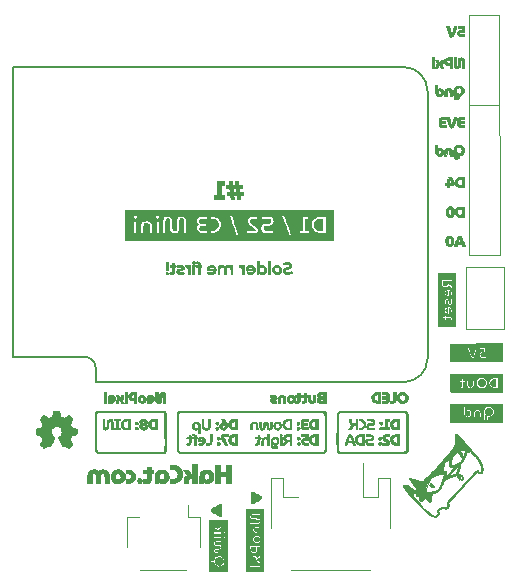
<source format=gbo>
G04 #@! TF.GenerationSoftware,KiCad,Pcbnew,5.1.5+dfsg1-2build2*
G04 #@! TF.CreationDate,2022-06-30T02:03:08-07:00*
G04 #@! TF.ProjectId,v3.0.1-Dev-Kit,76332e30-2e31-42d4-9465-762d4b69742e,rev?*
G04 #@! TF.SameCoordinates,Original*
G04 #@! TF.FileFunction,Legend,Bot*
G04 #@! TF.FilePolarity,Positive*
%FSLAX46Y46*%
G04 Gerber Fmt 4.6, Leading zero omitted, Abs format (unit mm)*
G04 Created by KiCad (PCBNEW 5.1.5+dfsg1-2build2) date 2022-06-30 02:03:08*
%MOMM*%
%LPD*%
G04 APERTURE LIST*
%ADD10C,0.120000*%
%ADD11C,0.150000*%
%ADD12C,0.010000*%
G04 APERTURE END LIST*
D10*
X20574000Y11684000D02*
X18034000Y11684000D01*
X17970500Y-1079500D02*
X18034000Y19304000D01*
X20637500Y-1079500D02*
X17970500Y-1079500D01*
X20574000Y19304000D02*
X20637500Y-1079500D01*
X18034000Y19304000D02*
X20574000Y19304000D01*
X9626500Y-27751000D02*
X2946500Y-27751000D01*
X2246500Y-21531000D02*
X3526500Y-21531000D01*
X2246500Y-19931000D02*
X2246500Y-21531000D01*
X1226500Y-19931000D02*
X2246500Y-19931000D01*
X1226500Y-24181000D02*
X1226500Y-19931000D01*
X9046500Y-21531000D02*
X9046500Y-18641000D01*
X10326500Y-21531000D02*
X9046500Y-21531000D01*
X10326500Y-19931000D02*
X10326500Y-21531000D01*
X11346500Y-19931000D02*
X10326500Y-19931000D01*
X11346500Y-24181000D02*
X11346500Y-19931000D01*
X20955000Y-7315200D02*
X20955000Y-2057400D01*
X20955000Y-2057400D02*
X17754600Y-2057400D01*
X17754600Y-2057400D02*
X17754600Y-7289800D01*
X17754600Y-7289800D02*
X17754600Y-7315200D01*
X17754600Y-7315200D02*
X20955000Y-7315200D01*
D11*
X-13586000Y-11806000D02*
X-13586000Y-11806000D01*
X-13586000Y-10646000D02*
X-13586000Y-11806000D01*
X-20586000Y-9656000D02*
X-14586000Y-9656000D01*
X-20586000Y6424000D02*
X-20586000Y14853999D01*
X-20586000Y-9656000D02*
X-20586000Y-1796000D01*
X12494000Y-11806000D02*
X-13586000Y-11806000D01*
X14494000Y12854000D02*
X14494000Y-9806000D01*
X-20586000Y14854000D02*
X12494000Y14854000D01*
X-20586000Y-1796000D02*
X-20586000Y6424000D01*
X-14586000Y-9656000D02*
G75*
G02X-13586000Y-10656000I0J-1000000D01*
G01*
X12494000Y14854000D02*
G75*
G02X14494000Y12854000I0J-2000000D01*
G01*
X14494000Y-9806000D02*
G75*
G02X12494000Y-11806000I-2000000J0D01*
G01*
D10*
X-5934000Y-27704000D02*
X-9814000Y-27704000D01*
X-10984000Y-23234000D02*
X-9934000Y-23234000D01*
X-10984000Y-25734000D02*
X-10984000Y-23234000D01*
X-5814000Y-23234000D02*
X-5814000Y-22244000D01*
X-4764000Y-23234000D02*
X-5814000Y-23234000D01*
X-4764000Y-25734000D02*
X-4764000Y-23234000D01*
D12*
G36*
X-2514600Y-27786200D02*
G01*
X-4038600Y-27786200D01*
X-4038600Y-26871800D01*
X-3911600Y-26871800D01*
X-3911600Y-27049600D01*
X-3774654Y-27049600D01*
X-3694739Y-27051683D01*
X-3651302Y-27062151D01*
X-3630067Y-27087335D01*
X-3620565Y-27117900D01*
X-3566526Y-27236665D01*
X-3476237Y-27329940D01*
X-3359355Y-27393981D01*
X-3225540Y-27425044D01*
X-3084450Y-27419388D01*
X-2952744Y-27376722D01*
X-2833796Y-27294998D01*
X-2752694Y-27189281D01*
X-2708060Y-27067861D01*
X-2698519Y-26939028D01*
X-2722693Y-26811073D01*
X-2779205Y-26692285D01*
X-2866677Y-26590956D01*
X-2983734Y-26515375D01*
X-3101984Y-26478209D01*
X-3222778Y-26477043D01*
X-3346582Y-26511787D01*
X-3461044Y-26574984D01*
X-3553816Y-26659176D01*
X-3612548Y-26756906D01*
X-3622722Y-26792658D01*
X-3634778Y-26838365D01*
X-3656691Y-26861883D01*
X-3702631Y-26870573D01*
X-3775075Y-26871800D01*
X-3911600Y-26871800D01*
X-4038600Y-26871800D01*
X-4038600Y-25427274D01*
X-3647738Y-25427274D01*
X-3631292Y-25515652D01*
X-3600711Y-25580360D01*
X-3552998Y-25624646D01*
X-3478457Y-25653250D01*
X-3367394Y-25670909D01*
X-3302000Y-25676617D01*
X-3205087Y-25684760D01*
X-3148237Y-25694264D01*
X-3120801Y-25709468D01*
X-3112130Y-25734708D01*
X-3111500Y-25754200D01*
X-3114388Y-25786701D01*
X-3130157Y-25806718D01*
X-3169463Y-25818526D01*
X-3242964Y-25826401D01*
X-3302000Y-25830615D01*
X-3433221Y-25844403D01*
X-3523545Y-25867933D01*
X-3582627Y-25905960D01*
X-3620126Y-25963239D01*
X-3631292Y-25992747D01*
X-3647256Y-26105911D01*
X-3616766Y-26202480D01*
X-3562421Y-26262601D01*
X-3525418Y-26286038D01*
X-3478591Y-26301003D01*
X-3410423Y-26309272D01*
X-3309398Y-26312617D01*
X-3235075Y-26313000D01*
X-2971800Y-26313000D01*
X-2971800Y-26162377D01*
X-3232150Y-26155138D01*
X-3349159Y-26151483D01*
X-3424815Y-26146620D01*
X-3468546Y-26137956D01*
X-3489779Y-26122895D01*
X-3497943Y-26098846D01*
X-3500215Y-26081392D01*
X-3502143Y-26048517D01*
X-3491969Y-26028072D01*
X-3459812Y-26016152D01*
X-3395792Y-26008853D01*
X-3301696Y-26002946D01*
X-3194624Y-25994853D01*
X-3124049Y-25982866D01*
X-3075669Y-25962832D01*
X-3035184Y-25930594D01*
X-3027859Y-25923403D01*
X-2976795Y-25852549D01*
X-2960401Y-25766066D01*
X-2960255Y-25754200D01*
X-2973423Y-25664289D01*
X-3020060Y-25593014D01*
X-3027859Y-25584996D01*
X-3068433Y-25550201D01*
X-3114403Y-25528334D01*
X-3180070Y-25515242D01*
X-3279738Y-25506768D01*
X-3301696Y-25505453D01*
X-3403232Y-25498967D01*
X-3463927Y-25491408D01*
X-3493663Y-25478870D01*
X-3502320Y-25457451D01*
X-3500215Y-25427007D01*
X-3495172Y-25397085D01*
X-3482102Y-25377539D01*
X-3451579Y-25365776D01*
X-3394173Y-25359202D01*
X-3300457Y-25355223D01*
X-3232150Y-25353261D01*
X-2971800Y-25346022D01*
X-2971800Y-25195400D01*
X-3235075Y-25195400D01*
X-3359258Y-25196779D01*
X-3444204Y-25202101D01*
X-3501429Y-25213138D01*
X-3542451Y-25231664D01*
X-3562421Y-25245798D01*
X-3627855Y-25326472D01*
X-3647738Y-25427274D01*
X-4038600Y-25427274D01*
X-4038600Y-24814400D01*
X-3632200Y-24814400D01*
X-3632200Y-24992200D01*
X-2971800Y-24992200D01*
X-2971800Y-24882573D01*
X-2860311Y-24882573D01*
X-2853475Y-24936954D01*
X-2833446Y-24965313D01*
X-2789169Y-25007496D01*
X-2753960Y-25012454D01*
X-2707543Y-24984426D01*
X-2672683Y-24930214D01*
X-2670938Y-24889176D01*
X-2688515Y-24843213D01*
X-2733783Y-24827687D01*
X-2753132Y-24827100D01*
X-2824931Y-24842630D01*
X-2860311Y-24882573D01*
X-2971800Y-24882573D01*
X-2971800Y-24814400D01*
X-3632200Y-24814400D01*
X-4038600Y-24814400D01*
X-4038600Y-24458800D01*
X-3632200Y-24458800D01*
X-3632200Y-24636600D01*
X-2971800Y-24636600D01*
X-2971800Y-24530151D01*
X-2864391Y-24530151D01*
X-2857421Y-24581090D01*
X-2815474Y-24621251D01*
X-2750824Y-24643394D01*
X-2697036Y-24623130D01*
X-2668506Y-24567588D01*
X-2667000Y-24547700D01*
X-2686197Y-24484099D01*
X-2733121Y-24450344D01*
X-2791772Y-24454128D01*
X-2821513Y-24473412D01*
X-2864391Y-24530151D01*
X-2971800Y-24530151D01*
X-2971800Y-24458800D01*
X-3632200Y-24458800D01*
X-4038600Y-24458800D01*
X-4038600Y-23953311D01*
X-3632200Y-23953311D01*
X-3611011Y-24077855D01*
X-3553477Y-24180243D01*
X-3468649Y-24254965D01*
X-3365581Y-24296512D01*
X-3253323Y-24299372D01*
X-3140928Y-24258038D01*
X-3136253Y-24255199D01*
X-3050525Y-24175158D01*
X-2992231Y-24066459D01*
X-2971800Y-23953311D01*
X-2978332Y-23897494D01*
X-3005585Y-23876623D01*
X-3032054Y-23874600D01*
X-3072532Y-23882660D01*
X-3095276Y-23915874D01*
X-3108798Y-23977723D01*
X-3127286Y-24049767D01*
X-3163164Y-24091967D01*
X-3213858Y-24117853D01*
X-3318030Y-24140546D01*
X-3406832Y-24121041D01*
X-3471522Y-24064518D01*
X-3503360Y-23976160D01*
X-3505200Y-23945148D01*
X-3513403Y-23893341D01*
X-3547218Y-23875601D01*
X-3568700Y-23874600D01*
X-3613561Y-23882444D01*
X-3630398Y-23916205D01*
X-3632200Y-23953311D01*
X-4038600Y-23953311D01*
X-4038600Y-23519000D01*
X-2514600Y-23519000D01*
X-2514600Y-27786200D01*
G37*
X-2514600Y-27786200D02*
X-4038600Y-27786200D01*
X-4038600Y-26871800D01*
X-3911600Y-26871800D01*
X-3911600Y-27049600D01*
X-3774654Y-27049600D01*
X-3694739Y-27051683D01*
X-3651302Y-27062151D01*
X-3630067Y-27087335D01*
X-3620565Y-27117900D01*
X-3566526Y-27236665D01*
X-3476237Y-27329940D01*
X-3359355Y-27393981D01*
X-3225540Y-27425044D01*
X-3084450Y-27419388D01*
X-2952744Y-27376722D01*
X-2833796Y-27294998D01*
X-2752694Y-27189281D01*
X-2708060Y-27067861D01*
X-2698519Y-26939028D01*
X-2722693Y-26811073D01*
X-2779205Y-26692285D01*
X-2866677Y-26590956D01*
X-2983734Y-26515375D01*
X-3101984Y-26478209D01*
X-3222778Y-26477043D01*
X-3346582Y-26511787D01*
X-3461044Y-26574984D01*
X-3553816Y-26659176D01*
X-3612548Y-26756906D01*
X-3622722Y-26792658D01*
X-3634778Y-26838365D01*
X-3656691Y-26861883D01*
X-3702631Y-26870573D01*
X-3775075Y-26871800D01*
X-3911600Y-26871800D01*
X-4038600Y-26871800D01*
X-4038600Y-25427274D01*
X-3647738Y-25427274D01*
X-3631292Y-25515652D01*
X-3600711Y-25580360D01*
X-3552998Y-25624646D01*
X-3478457Y-25653250D01*
X-3367394Y-25670909D01*
X-3302000Y-25676617D01*
X-3205087Y-25684760D01*
X-3148237Y-25694264D01*
X-3120801Y-25709468D01*
X-3112130Y-25734708D01*
X-3111500Y-25754200D01*
X-3114388Y-25786701D01*
X-3130157Y-25806718D01*
X-3169463Y-25818526D01*
X-3242964Y-25826401D01*
X-3302000Y-25830615D01*
X-3433221Y-25844403D01*
X-3523545Y-25867933D01*
X-3582627Y-25905960D01*
X-3620126Y-25963239D01*
X-3631292Y-25992747D01*
X-3647256Y-26105911D01*
X-3616766Y-26202480D01*
X-3562421Y-26262601D01*
X-3525418Y-26286038D01*
X-3478591Y-26301003D01*
X-3410423Y-26309272D01*
X-3309398Y-26312617D01*
X-3235075Y-26313000D01*
X-2971800Y-26313000D01*
X-2971800Y-26162377D01*
X-3232150Y-26155138D01*
X-3349159Y-26151483D01*
X-3424815Y-26146620D01*
X-3468546Y-26137956D01*
X-3489779Y-26122895D01*
X-3497943Y-26098846D01*
X-3500215Y-26081392D01*
X-3502143Y-26048517D01*
X-3491969Y-26028072D01*
X-3459812Y-26016152D01*
X-3395792Y-26008853D01*
X-3301696Y-26002946D01*
X-3194624Y-25994853D01*
X-3124049Y-25982866D01*
X-3075669Y-25962832D01*
X-3035184Y-25930594D01*
X-3027859Y-25923403D01*
X-2976795Y-25852549D01*
X-2960401Y-25766066D01*
X-2960255Y-25754200D01*
X-2973423Y-25664289D01*
X-3020060Y-25593014D01*
X-3027859Y-25584996D01*
X-3068433Y-25550201D01*
X-3114403Y-25528334D01*
X-3180070Y-25515242D01*
X-3279738Y-25506768D01*
X-3301696Y-25505453D01*
X-3403232Y-25498967D01*
X-3463927Y-25491408D01*
X-3493663Y-25478870D01*
X-3502320Y-25457451D01*
X-3500215Y-25427007D01*
X-3495172Y-25397085D01*
X-3482102Y-25377539D01*
X-3451579Y-25365776D01*
X-3394173Y-25359202D01*
X-3300457Y-25355223D01*
X-3232150Y-25353261D01*
X-2971800Y-25346022D01*
X-2971800Y-25195400D01*
X-3235075Y-25195400D01*
X-3359258Y-25196779D01*
X-3444204Y-25202101D01*
X-3501429Y-25213138D01*
X-3542451Y-25231664D01*
X-3562421Y-25245798D01*
X-3627855Y-25326472D01*
X-3647738Y-25427274D01*
X-4038600Y-25427274D01*
X-4038600Y-24814400D01*
X-3632200Y-24814400D01*
X-3632200Y-24992200D01*
X-2971800Y-24992200D01*
X-2971800Y-24882573D01*
X-2860311Y-24882573D01*
X-2853475Y-24936954D01*
X-2833446Y-24965313D01*
X-2789169Y-25007496D01*
X-2753960Y-25012454D01*
X-2707543Y-24984426D01*
X-2672683Y-24930214D01*
X-2670938Y-24889176D01*
X-2688515Y-24843213D01*
X-2733783Y-24827687D01*
X-2753132Y-24827100D01*
X-2824931Y-24842630D01*
X-2860311Y-24882573D01*
X-2971800Y-24882573D01*
X-2971800Y-24814400D01*
X-3632200Y-24814400D01*
X-4038600Y-24814400D01*
X-4038600Y-24458800D01*
X-3632200Y-24458800D01*
X-3632200Y-24636600D01*
X-2971800Y-24636600D01*
X-2971800Y-24530151D01*
X-2864391Y-24530151D01*
X-2857421Y-24581090D01*
X-2815474Y-24621251D01*
X-2750824Y-24643394D01*
X-2697036Y-24623130D01*
X-2668506Y-24567588D01*
X-2667000Y-24547700D01*
X-2686197Y-24484099D01*
X-2733121Y-24450344D01*
X-2791772Y-24454128D01*
X-2821513Y-24473412D01*
X-2864391Y-24530151D01*
X-2971800Y-24530151D01*
X-2971800Y-24458800D01*
X-3632200Y-24458800D01*
X-4038600Y-24458800D01*
X-4038600Y-23953311D01*
X-3632200Y-23953311D01*
X-3611011Y-24077855D01*
X-3553477Y-24180243D01*
X-3468649Y-24254965D01*
X-3365581Y-24296512D01*
X-3253323Y-24299372D01*
X-3140928Y-24258038D01*
X-3136253Y-24255199D01*
X-3050525Y-24175158D01*
X-2992231Y-24066459D01*
X-2971800Y-23953311D01*
X-2978332Y-23897494D01*
X-3005585Y-23876623D01*
X-3032054Y-23874600D01*
X-3072532Y-23882660D01*
X-3095276Y-23915874D01*
X-3108798Y-23977723D01*
X-3127286Y-24049767D01*
X-3163164Y-24091967D01*
X-3213858Y-24117853D01*
X-3318030Y-24140546D01*
X-3406832Y-24121041D01*
X-3471522Y-24064518D01*
X-3503360Y-23976160D01*
X-3505200Y-23945148D01*
X-3513403Y-23893341D01*
X-3547218Y-23875601D01*
X-3568700Y-23874600D01*
X-3613561Y-23882444D01*
X-3630398Y-23916205D01*
X-3632200Y-23953311D01*
X-4038600Y-23953311D01*
X-4038600Y-23519000D01*
X-2514600Y-23519000D01*
X-2514600Y-27786200D01*
G36*
X584200Y-27786200D02*
G01*
X-838200Y-27786200D01*
X-838200Y-27278200D01*
X-635000Y-27278200D01*
X-635000Y-27430600D01*
X330200Y-27430600D01*
X330200Y-27278200D01*
X-635000Y-27278200D01*
X-838200Y-27278200D01*
X-838200Y-26528900D01*
X-330200Y-26528900D01*
X-326230Y-26588496D01*
X-304155Y-26612938D01*
X-248726Y-26617791D01*
X-243115Y-26617800D01*
X-166755Y-26631847D01*
X-105847Y-26667212D01*
X-76797Y-26713725D01*
X-76200Y-26721256D01*
X-95323Y-26747424D01*
X-145051Y-26791709D01*
X-203200Y-26836124D01*
X-277224Y-26894187D01*
X-316185Y-26940618D01*
X-329679Y-26988000D01*
X-330200Y-27002681D01*
X-328839Y-27042762D01*
X-319129Y-27060332D01*
X-292631Y-27053566D01*
X-240909Y-27020638D01*
X-165773Y-26967091D01*
X-64846Y-26894496D01*
X-15382Y-26962399D01*
X66933Y-27037656D01*
X175723Y-27086571D01*
X260350Y-27099405D01*
X310696Y-27092697D01*
X328609Y-27060007D01*
X330200Y-27027523D01*
X323596Y-26977490D01*
X293843Y-26952366D01*
X239033Y-26939852D01*
X137836Y-26910526D01*
X84088Y-26865349D01*
X78249Y-26807777D01*
X120781Y-26741270D01*
X203656Y-26674754D01*
X277476Y-26621985D01*
X316041Y-26579197D01*
X329522Y-26533632D01*
X330200Y-26516004D01*
X326522Y-26462544D01*
X317668Y-26440002D01*
X317558Y-26440000D01*
X291882Y-26453675D01*
X237789Y-26489248D01*
X178108Y-26531103D01*
X51299Y-26622206D01*
X-23625Y-26547283D01*
X-128445Y-26476105D01*
X-256186Y-26441953D01*
X-295275Y-26440000D01*
X-321760Y-26463566D01*
X-330200Y-26528900D01*
X-838200Y-26528900D01*
X-838200Y-25601800D01*
X-584200Y-25601800D01*
X-584200Y-25831661D01*
X-578630Y-25982176D01*
X-559446Y-26092880D01*
X-522935Y-26173784D01*
X-465385Y-26234903D01*
X-424217Y-26263228D01*
X-309635Y-26307058D01*
X-194692Y-26300266D01*
X-99377Y-26255087D01*
X-19922Y-26186952D01*
X27102Y-26105176D01*
X47908Y-25996094D01*
X50425Y-25925650D01*
X50800Y-25779600D01*
X330200Y-25779600D01*
X330200Y-25601800D01*
X-584200Y-25601800D01*
X-838200Y-25601800D01*
X-838200Y-25091894D01*
X-351916Y-25091894D01*
X-333176Y-25168805D01*
X-301140Y-25241061D01*
X-243726Y-25330658D01*
X-166691Y-25389044D01*
X-142390Y-25400922D01*
X-57919Y-25435438D01*
X4725Y-25445379D01*
X68254Y-25430600D01*
X138585Y-25399139D01*
X245987Y-25323081D01*
X313436Y-25224155D01*
X340439Y-25111486D01*
X326507Y-24994196D01*
X271146Y-24881408D01*
X173867Y-24782244D01*
X171883Y-24780755D01*
X72773Y-24735811D01*
X-36834Y-24732645D01*
X-144912Y-24767500D01*
X-239434Y-24836622D01*
X-305340Y-24929814D01*
X-342540Y-25019427D01*
X-351916Y-25091894D01*
X-838200Y-25091894D01*
X-838200Y-24248895D01*
X-342506Y-24248895D01*
X-338767Y-24363401D01*
X-290278Y-24477843D01*
X-289814Y-24478554D01*
X-223349Y-24542289D01*
X-127999Y-24589637D01*
X-25339Y-24610072D01*
X-19970Y-24610205D01*
X48960Y-24611200D01*
X63500Y-24122700D01*
X125105Y-24172672D01*
X162105Y-24212582D01*
X183851Y-24267541D01*
X196016Y-24353588D01*
X198008Y-24378822D01*
X205855Y-24464804D01*
X217143Y-24511705D01*
X237239Y-24531208D01*
X269752Y-24535000D01*
X304178Y-24531026D01*
X322243Y-24510917D01*
X329170Y-24462389D01*
X330200Y-24392788D01*
X312134Y-24238905D01*
X259930Y-24117077D01*
X176577Y-24030935D01*
X65064Y-23984107D01*
X-12700Y-23976389D01*
X-136595Y-23998075D01*
X-236284Y-24056925D01*
X-306634Y-24143635D01*
X-342506Y-24248895D01*
X-838200Y-24248895D01*
X-838200Y-23162274D01*
X-602218Y-23162274D01*
X-588924Y-23255778D01*
X-527888Y-23353002D01*
X-522762Y-23359044D01*
X-494978Y-23388913D01*
X-465571Y-23409442D01*
X-424441Y-23422906D01*
X-361485Y-23431581D01*
X-266602Y-23437743D01*
X-150949Y-23442800D01*
X-16179Y-23449382D01*
X76498Y-23457136D01*
X135786Y-23467530D01*
X170392Y-23482034D01*
X187714Y-23499950D01*
X202014Y-23554776D01*
X187641Y-23588850D01*
X170578Y-23606543D01*
X139874Y-23619294D01*
X87496Y-23628135D01*
X5415Y-23634100D01*
X-114403Y-23638223D01*
X-212280Y-23640329D01*
X-584200Y-23647358D01*
X-584200Y-23828459D01*
X-203647Y-23819779D01*
X176906Y-23811100D01*
X257017Y-23730947D01*
X321920Y-23635399D01*
X340710Y-23532657D01*
X314991Y-23432957D01*
X246367Y-23346534D01*
X190784Y-23308296D01*
X145659Y-23295819D01*
X62250Y-23283494D01*
X-46948Y-23272854D01*
X-152400Y-23266199D01*
X-444500Y-23252300D01*
X-444500Y-23099900D01*
X330200Y-23085876D01*
X330200Y-22909400D01*
X-31750Y-22909774D01*
X-197347Y-22911502D01*
X-320478Y-22917877D01*
X-409428Y-22931276D01*
X-472483Y-22954075D01*
X-517925Y-22988651D01*
X-554039Y-23037381D01*
X-569115Y-23063930D01*
X-602218Y-23162274D01*
X-838200Y-23162274D01*
X-838200Y-22553800D01*
X584200Y-22553800D01*
X584200Y-27786200D01*
G37*
X584200Y-27786200D02*
X-838200Y-27786200D01*
X-838200Y-27278200D01*
X-635000Y-27278200D01*
X-635000Y-27430600D01*
X330200Y-27430600D01*
X330200Y-27278200D01*
X-635000Y-27278200D01*
X-838200Y-27278200D01*
X-838200Y-26528900D01*
X-330200Y-26528900D01*
X-326230Y-26588496D01*
X-304155Y-26612938D01*
X-248726Y-26617791D01*
X-243115Y-26617800D01*
X-166755Y-26631847D01*
X-105847Y-26667212D01*
X-76797Y-26713725D01*
X-76200Y-26721256D01*
X-95323Y-26747424D01*
X-145051Y-26791709D01*
X-203200Y-26836124D01*
X-277224Y-26894187D01*
X-316185Y-26940618D01*
X-329679Y-26988000D01*
X-330200Y-27002681D01*
X-328839Y-27042762D01*
X-319129Y-27060332D01*
X-292631Y-27053566D01*
X-240909Y-27020638D01*
X-165773Y-26967091D01*
X-64846Y-26894496D01*
X-15382Y-26962399D01*
X66933Y-27037656D01*
X175723Y-27086571D01*
X260350Y-27099405D01*
X310696Y-27092697D01*
X328609Y-27060007D01*
X330200Y-27027523D01*
X323596Y-26977490D01*
X293843Y-26952366D01*
X239033Y-26939852D01*
X137836Y-26910526D01*
X84088Y-26865349D01*
X78249Y-26807777D01*
X120781Y-26741270D01*
X203656Y-26674754D01*
X277476Y-26621985D01*
X316041Y-26579197D01*
X329522Y-26533632D01*
X330200Y-26516004D01*
X326522Y-26462544D01*
X317668Y-26440002D01*
X317558Y-26440000D01*
X291882Y-26453675D01*
X237789Y-26489248D01*
X178108Y-26531103D01*
X51299Y-26622206D01*
X-23625Y-26547283D01*
X-128445Y-26476105D01*
X-256186Y-26441953D01*
X-295275Y-26440000D01*
X-321760Y-26463566D01*
X-330200Y-26528900D01*
X-838200Y-26528900D01*
X-838200Y-25601800D01*
X-584200Y-25601800D01*
X-584200Y-25831661D01*
X-578630Y-25982176D01*
X-559446Y-26092880D01*
X-522935Y-26173784D01*
X-465385Y-26234903D01*
X-424217Y-26263228D01*
X-309635Y-26307058D01*
X-194692Y-26300266D01*
X-99377Y-26255087D01*
X-19922Y-26186952D01*
X27102Y-26105176D01*
X47908Y-25996094D01*
X50425Y-25925650D01*
X50800Y-25779600D01*
X330200Y-25779600D01*
X330200Y-25601800D01*
X-584200Y-25601800D01*
X-838200Y-25601800D01*
X-838200Y-25091894D01*
X-351916Y-25091894D01*
X-333176Y-25168805D01*
X-301140Y-25241061D01*
X-243726Y-25330658D01*
X-166691Y-25389044D01*
X-142390Y-25400922D01*
X-57919Y-25435438D01*
X4725Y-25445379D01*
X68254Y-25430600D01*
X138585Y-25399139D01*
X245987Y-25323081D01*
X313436Y-25224155D01*
X340439Y-25111486D01*
X326507Y-24994196D01*
X271146Y-24881408D01*
X173867Y-24782244D01*
X171883Y-24780755D01*
X72773Y-24735811D01*
X-36834Y-24732645D01*
X-144912Y-24767500D01*
X-239434Y-24836622D01*
X-305340Y-24929814D01*
X-342540Y-25019427D01*
X-351916Y-25091894D01*
X-838200Y-25091894D01*
X-838200Y-24248895D01*
X-342506Y-24248895D01*
X-338767Y-24363401D01*
X-290278Y-24477843D01*
X-289814Y-24478554D01*
X-223349Y-24542289D01*
X-127999Y-24589637D01*
X-25339Y-24610072D01*
X-19970Y-24610205D01*
X48960Y-24611200D01*
X63500Y-24122700D01*
X125105Y-24172672D01*
X162105Y-24212582D01*
X183851Y-24267541D01*
X196016Y-24353588D01*
X198008Y-24378822D01*
X205855Y-24464804D01*
X217143Y-24511705D01*
X237239Y-24531208D01*
X269752Y-24535000D01*
X304178Y-24531026D01*
X322243Y-24510917D01*
X329170Y-24462389D01*
X330200Y-24392788D01*
X312134Y-24238905D01*
X259930Y-24117077D01*
X176577Y-24030935D01*
X65064Y-23984107D01*
X-12700Y-23976389D01*
X-136595Y-23998075D01*
X-236284Y-24056925D01*
X-306634Y-24143635D01*
X-342506Y-24248895D01*
X-838200Y-24248895D01*
X-838200Y-23162274D01*
X-602218Y-23162274D01*
X-588924Y-23255778D01*
X-527888Y-23353002D01*
X-522762Y-23359044D01*
X-494978Y-23388913D01*
X-465571Y-23409442D01*
X-424441Y-23422906D01*
X-361485Y-23431581D01*
X-266602Y-23437743D01*
X-150949Y-23442800D01*
X-16179Y-23449382D01*
X76498Y-23457136D01*
X135786Y-23467530D01*
X170392Y-23482034D01*
X187714Y-23499950D01*
X202014Y-23554776D01*
X187641Y-23588850D01*
X170578Y-23606543D01*
X139874Y-23619294D01*
X87496Y-23628135D01*
X5415Y-23634100D01*
X-114403Y-23638223D01*
X-212280Y-23640329D01*
X-584200Y-23647358D01*
X-584200Y-23828459D01*
X-203647Y-23819779D01*
X176906Y-23811100D01*
X257017Y-23730947D01*
X321920Y-23635399D01*
X340710Y-23532657D01*
X314991Y-23432957D01*
X246367Y-23346534D01*
X190784Y-23308296D01*
X145659Y-23295819D01*
X62250Y-23283494D01*
X-46948Y-23272854D01*
X-152400Y-23266199D01*
X-444500Y-23252300D01*
X-444500Y-23099900D01*
X330200Y-23085876D01*
X330200Y-22909400D01*
X-31750Y-22909774D01*
X-197347Y-22911502D01*
X-320478Y-22917877D01*
X-409428Y-22931276D01*
X-472483Y-22954075D01*
X-517925Y-22988651D01*
X-554039Y-23037381D01*
X-569115Y-23063930D01*
X-602218Y-23162274D01*
X-838200Y-23162274D01*
X-838200Y-22553800D01*
X584200Y-22553800D01*
X584200Y-27786200D01*
G36*
X16920023Y-16212115D02*
G01*
X16991101Y-16246478D01*
X17087278Y-16317780D01*
X17203976Y-16421730D01*
X17336616Y-16554039D01*
X17480620Y-16710416D01*
X17602200Y-16851477D01*
X17784345Y-17068622D01*
X17937941Y-17251196D01*
X18066870Y-17403727D01*
X18175016Y-17530744D01*
X18266263Y-17636774D01*
X18344496Y-17726344D01*
X18413597Y-17803983D01*
X18477452Y-17874218D01*
X18506626Y-17905819D01*
X18657118Y-18074111D01*
X18776068Y-18222210D01*
X18871646Y-18361600D01*
X18952019Y-18503769D01*
X18995268Y-18592847D01*
X19085762Y-18815985D01*
X19138090Y-19013261D01*
X19153310Y-19191093D01*
X19132483Y-19355898D01*
X19125623Y-19382400D01*
X19088975Y-19471564D01*
X19033504Y-19520219D01*
X18947000Y-19538224D01*
X18931884Y-19538856D01*
X18858972Y-19531675D01*
X18804489Y-19496821D01*
X18774191Y-19462669D01*
X18710701Y-19383813D01*
X18561026Y-19514656D01*
X18493860Y-19576690D01*
X18410341Y-19660043D01*
X18307684Y-19767727D01*
X18183106Y-19902753D01*
X18033820Y-20068133D01*
X17857043Y-20266879D01*
X17683651Y-20463656D01*
X17611012Y-20544371D01*
X17510864Y-20652818D01*
X17391246Y-20780443D01*
X17260201Y-20918688D01*
X17125767Y-21058999D01*
X17067833Y-21118959D01*
X16937918Y-21254865D01*
X16811504Y-21390448D01*
X16695768Y-21517758D01*
X16597889Y-21628842D01*
X16525047Y-21715751D01*
X16500434Y-21747417D01*
X16430745Y-21838182D01*
X16364235Y-21919694D01*
X16312180Y-21978290D01*
X16299659Y-21990675D01*
X16258158Y-22034860D01*
X16251235Y-22070982D01*
X16271100Y-22117675D01*
X16306544Y-22217990D01*
X16298251Y-22307968D01*
X16244098Y-22396633D01*
X16193067Y-22448965D01*
X16121861Y-22511740D01*
X16068910Y-22543286D01*
X16015809Y-22547542D01*
X15944155Y-22528447D01*
X15897816Y-22512162D01*
X15826142Y-22488773D01*
X15775631Y-22484369D01*
X15722481Y-22500628D01*
X15664066Y-22528640D01*
X15574782Y-22582502D01*
X15489865Y-22648187D01*
X15465357Y-22671445D01*
X15416831Y-22724485D01*
X15400322Y-22757442D01*
X15411289Y-22785505D01*
X15426058Y-22802891D01*
X15464764Y-22870126D01*
X15461525Y-22943508D01*
X15414789Y-23026671D01*
X15323003Y-23123250D01*
X15269370Y-23169750D01*
X15197451Y-23217432D01*
X15123944Y-23236244D01*
X15039153Y-23225180D01*
X14933379Y-23183234D01*
X14820900Y-23123214D01*
X14552872Y-22957002D01*
X14322608Y-22783424D01*
X14117212Y-22591314D01*
X13923789Y-22369507D01*
X13868419Y-22298459D01*
X13717596Y-22112031D01*
X13555598Y-21936256D01*
X13367942Y-21755716D01*
X13305928Y-21699617D01*
X13131878Y-21536266D01*
X13042529Y-21444469D01*
X13208000Y-21444469D01*
X13226117Y-21463162D01*
X13275260Y-21507650D01*
X13347616Y-21570985D01*
X13423035Y-21635724D01*
X13624292Y-21830476D01*
X13828816Y-22074588D01*
X13860498Y-22116444D01*
X13964364Y-22253221D01*
X14056679Y-22367987D01*
X14144708Y-22467228D01*
X14235715Y-22557428D01*
X14336963Y-22645073D01*
X14455715Y-22736648D01*
X14599237Y-22838639D01*
X14774791Y-22957530D01*
X14883208Y-23029549D01*
X14977840Y-23089941D01*
X15043712Y-23123725D01*
X15093058Y-23134288D01*
X15138115Y-23125021D01*
X15171819Y-23109496D01*
X15233940Y-23069091D01*
X15296390Y-23015698D01*
X15345319Y-22962674D01*
X15366873Y-22923378D01*
X15367000Y-22921284D01*
X15349749Y-22883635D01*
X15316200Y-22845900D01*
X15278054Y-22800416D01*
X15265400Y-22767810D01*
X15284717Y-22720896D01*
X15335789Y-22655294D01*
X15408299Y-22580783D01*
X15491927Y-22507142D01*
X15576355Y-22444153D01*
X15651265Y-22401594D01*
X15652239Y-22401172D01*
X15730165Y-22369303D01*
X15783791Y-22356952D01*
X15835210Y-22362940D01*
X15906517Y-22386091D01*
X15910303Y-22387430D01*
X15984766Y-22412088D01*
X16030597Y-22418353D01*
X16066723Y-22405684D01*
X16100803Y-22381964D01*
X16157540Y-22325173D01*
X16174660Y-22261371D01*
X16154349Y-22177505D01*
X16140524Y-22144792D01*
X16114273Y-22081243D01*
X16111616Y-22040654D01*
X16134770Y-21999905D01*
X16157114Y-21971756D01*
X16196810Y-21922812D01*
X16259845Y-21845154D01*
X16337525Y-21749492D01*
X16420440Y-21647413D01*
X16499842Y-21553433D01*
X16606270Y-21432933D01*
X16731004Y-21295485D01*
X16865325Y-21150664D01*
X17000514Y-21008045D01*
X17040730Y-20966300D01*
X17170000Y-20831797D01*
X17297336Y-20697702D01*
X17415102Y-20572177D01*
X17515657Y-20463386D01*
X17591364Y-20379491D01*
X17612890Y-20354835D01*
X17813833Y-20123844D01*
X18001695Y-19913458D01*
X18173927Y-19726265D01*
X18327982Y-19564854D01*
X18461310Y-19431814D01*
X18571365Y-19329731D01*
X18655598Y-19261195D01*
X18711461Y-19228793D01*
X18723703Y-19226468D01*
X18755870Y-19247098D01*
X18795402Y-19298707D01*
X18808700Y-19321718D01*
X18859530Y-19393106D01*
X18917709Y-19423235D01*
X18927908Y-19424798D01*
X18974424Y-19423977D01*
X18998873Y-19398306D01*
X19013709Y-19339986D01*
X19028435Y-19159261D01*
X19004800Y-18972009D01*
X18941492Y-18775384D01*
X18837198Y-18566542D01*
X18690608Y-18342638D01*
X18500409Y-18100827D01*
X18377230Y-17959717D01*
X18123560Y-17677971D01*
X17983530Y-17694031D01*
X17902954Y-17707619D01*
X17844234Y-17725541D01*
X17825339Y-17737995D01*
X17809175Y-17771244D01*
X17778390Y-17841483D01*
X17737333Y-17938573D01*
X17690352Y-18052378D01*
X17688058Y-18058000D01*
X17603615Y-18257179D01*
X17530103Y-18412400D01*
X17464667Y-18528599D01*
X17404448Y-18610711D01*
X17346592Y-18663671D01*
X17332156Y-18672937D01*
X17276931Y-18712619D01*
X17258662Y-18752403D01*
X17262234Y-18790220D01*
X17260555Y-18848647D01*
X17242383Y-18943129D01*
X17210023Y-19062525D01*
X17197545Y-19102624D01*
X17141394Y-19287192D01*
X17105241Y-19427707D01*
X17089215Y-19523489D01*
X17093447Y-19573858D01*
X17105569Y-19582000D01*
X17145536Y-19588840D01*
X17215626Y-19606399D01*
X17268937Y-19621543D01*
X17345569Y-19646712D01*
X17384096Y-19669630D01*
X17395785Y-19700008D01*
X17394197Y-19729493D01*
X17381688Y-19776718D01*
X17348127Y-19793699D01*
X17303750Y-19794154D01*
X17243839Y-19792988D01*
X17225339Y-19806189D01*
X17239081Y-19847424D01*
X17250775Y-19873121D01*
X17267224Y-19938071D01*
X17246483Y-20001316D01*
X17213053Y-20047450D01*
X17185157Y-20064506D01*
X17161017Y-20043455D01*
X17122591Y-19987963D01*
X17077605Y-19909377D01*
X17071173Y-19897083D01*
X17024120Y-19813556D01*
X16980607Y-19749096D01*
X16949316Y-19716414D01*
X16947026Y-19715317D01*
X16892876Y-19713653D01*
X16802363Y-19731977D01*
X16684422Y-19767283D01*
X16547989Y-19816565D01*
X16402000Y-19876820D01*
X16255389Y-19945041D01*
X16237567Y-19953928D01*
X16110677Y-20015945D01*
X16021165Y-20055017D01*
X15962379Y-20073537D01*
X15927667Y-20073898D01*
X15918170Y-20068808D01*
X15895981Y-20061871D01*
X15875090Y-20086792D01*
X15850438Y-20151101D01*
X15839518Y-20185836D01*
X15786736Y-20343062D01*
X15725167Y-20501442D01*
X15660845Y-20646949D01*
X15599808Y-20765554D01*
X15568000Y-20816911D01*
X15471934Y-20922578D01*
X15338132Y-21022124D01*
X15179623Y-21107600D01*
X15009437Y-21171053D01*
X14970223Y-21181644D01*
X14902223Y-21203774D01*
X14864948Y-21237413D01*
X14840638Y-21300346D01*
X14836406Y-21315647D01*
X14799120Y-21473894D01*
X14771963Y-21630017D01*
X14758119Y-21764532D01*
X14757011Y-21801616D01*
X14751345Y-21877057D01*
X14737764Y-21934056D01*
X14733395Y-21942810D01*
X14695788Y-21960058D01*
X14633641Y-21939853D01*
X14552478Y-21885695D01*
X14457823Y-21801080D01*
X14381472Y-21719932D01*
X14239654Y-21559165D01*
X14180108Y-21676331D01*
X14109470Y-21779929D01*
X14027221Y-21840903D01*
X13938941Y-21856243D01*
X13878220Y-21839030D01*
X13836276Y-21813718D01*
X13811824Y-21778486D01*
X13797784Y-21718275D01*
X13790228Y-21651830D01*
X13772169Y-21534463D01*
X13744979Y-21445990D01*
X13711816Y-21394774D01*
X13689706Y-21385400D01*
X13670019Y-21406756D01*
X13665200Y-21437966D01*
X13653059Y-21477397D01*
X13608702Y-21482508D01*
X13608050Y-21482416D01*
X13573035Y-21469875D01*
X13551991Y-21436171D01*
X13538176Y-21368330D01*
X13534650Y-21341167D01*
X13519753Y-21235535D01*
X13504175Y-21173087D01*
X13484083Y-21146304D01*
X13455646Y-21147667D01*
X13439804Y-21155084D01*
X13407536Y-21183279D01*
X13358707Y-21237175D01*
X13303859Y-21303611D01*
X13253534Y-21369426D01*
X13218276Y-21421459D01*
X13208000Y-21444469D01*
X13042529Y-21444469D01*
X12966511Y-21366369D01*
X12814640Y-21195983D01*
X12681076Y-21031166D01*
X12680230Y-21029992D01*
X13692263Y-21029992D01*
X13698571Y-21043146D01*
X13712760Y-21061550D01*
X13749834Y-21101038D01*
X13766382Y-21100867D01*
X13766800Y-21096410D01*
X13749442Y-21075207D01*
X13722350Y-21051960D01*
X13692263Y-21029992D01*
X12680230Y-21029992D01*
X12659160Y-21000767D01*
X14401991Y-21000767D01*
X14403284Y-21096776D01*
X14408867Y-21151234D01*
X14420929Y-21173350D01*
X14441661Y-21172331D01*
X14442695Y-21171941D01*
X14483876Y-21160374D01*
X14562179Y-21141742D01*
X14664921Y-21118982D01*
X14740998Y-21102908D01*
X14952798Y-21053607D01*
X15121957Y-20999779D01*
X15256625Y-20935929D01*
X15364950Y-20856561D01*
X15455082Y-20756180D01*
X15535172Y-20629290D01*
X15583381Y-20534848D01*
X15618243Y-20454129D01*
X15659367Y-20346244D01*
X15703988Y-20220013D01*
X15749342Y-20084258D01*
X15792665Y-19947798D01*
X15831193Y-19819453D01*
X15862161Y-19708046D01*
X15882807Y-19622394D01*
X15890365Y-19571320D01*
X15888389Y-19561523D01*
X15860127Y-19561385D01*
X15793789Y-19570325D01*
X15700835Y-19586163D01*
X15592725Y-19606718D01*
X15480919Y-19629810D01*
X15376879Y-19653256D01*
X15292064Y-19674878D01*
X15290800Y-19675232D01*
X15051491Y-19761406D01*
X14854370Y-19874284D01*
X14697411Y-20015550D01*
X14578589Y-20186891D01*
X14520341Y-20316550D01*
X14442184Y-20587782D01*
X14405567Y-20872678D01*
X14401991Y-21000767D01*
X12659160Y-21000767D01*
X12570633Y-20877977D01*
X12488123Y-20742472D01*
X12438358Y-20630709D01*
X12429063Y-20595866D01*
X12412863Y-20514867D01*
X12550081Y-20526897D01*
X12723939Y-20562139D01*
X12908944Y-20634730D01*
X13090918Y-20737981D01*
X13242681Y-20853607D01*
X13325508Y-20925356D01*
X13379933Y-20967600D01*
X13415195Y-20984951D01*
X13440532Y-20982019D01*
X13464282Y-20964233D01*
X13512506Y-20909119D01*
X13525654Y-20854966D01*
X13502367Y-20791256D01*
X13441283Y-20707467D01*
X13429214Y-20693034D01*
X13338726Y-20582562D01*
X13245583Y-20462916D01*
X13155225Y-20341774D01*
X13073095Y-20226815D01*
X13004632Y-20125716D01*
X12955278Y-20046156D01*
X12930474Y-19995812D01*
X12928600Y-19986587D01*
X12942962Y-19951093D01*
X12988732Y-19938858D01*
X13069934Y-19950077D01*
X13190591Y-19984948D01*
X13240227Y-20001846D01*
X13371200Y-20045843D01*
X13512263Y-20090199D01*
X13653160Y-20132025D01*
X13783639Y-20168427D01*
X13893446Y-20196515D01*
X13972327Y-20213396D01*
X14003180Y-20217000D01*
X14038776Y-20198837D01*
X14104626Y-20146927D01*
X14196843Y-20065140D01*
X14311539Y-19957343D01*
X14444824Y-19827405D01*
X14592810Y-19679194D01*
X14751610Y-19516579D01*
X14906698Y-19354541D01*
X15792866Y-19354541D01*
X15932120Y-19338174D01*
X16019440Y-19332704D01*
X16074754Y-19339226D01*
X16087038Y-19347151D01*
X16085751Y-19380371D01*
X16069918Y-19450090D01*
X16042393Y-19545083D01*
X16016778Y-19623297D01*
X15967547Y-19767794D01*
X15934828Y-19868019D01*
X15918540Y-19927714D01*
X15918602Y-19950619D01*
X15934931Y-19940475D01*
X15967448Y-19901026D01*
X16012033Y-19841466D01*
X16038225Y-19808979D01*
X16202543Y-19808979D01*
X16339737Y-19748305D01*
X16431180Y-19711272D01*
X16548752Y-19668295D01*
X16669796Y-19627589D01*
X16691999Y-19620577D01*
X16907067Y-19553522D01*
X16987933Y-19265667D01*
X17019616Y-19151467D01*
X17045475Y-19055556D01*
X17062776Y-18988257D01*
X17068800Y-18960143D01*
X17051968Y-18967079D01*
X17005708Y-19004072D01*
X16936369Y-19065114D01*
X16850299Y-19144200D01*
X16753848Y-19235323D01*
X16653365Y-19332476D01*
X16555201Y-19429653D01*
X16465703Y-19520848D01*
X16391223Y-19600053D01*
X16384340Y-19607641D01*
X16202543Y-19808979D01*
X16038225Y-19808979D01*
X16066296Y-19774163D01*
X16148943Y-19679260D01*
X16252424Y-19565065D01*
X16369188Y-19439885D01*
X16491683Y-19312027D01*
X16515188Y-19287906D01*
X16900181Y-18893980D01*
X16724140Y-18955812D01*
X16578262Y-19005314D01*
X16473396Y-19032655D01*
X16403059Y-19033691D01*
X16360765Y-19004278D01*
X16340030Y-18940272D01*
X16334368Y-18837528D01*
X16334481Y-18831494D01*
X16441269Y-18831494D01*
X16442959Y-18883595D01*
X16449415Y-18896200D01*
X16476934Y-18887101D01*
X16486269Y-18883500D01*
X16916400Y-18883500D01*
X16929100Y-18896200D01*
X16941800Y-18883500D01*
X16929100Y-18870800D01*
X16916400Y-18883500D01*
X16486269Y-18883500D01*
X16540169Y-18862709D01*
X16627992Y-18827374D01*
X16678726Y-18806517D01*
X16897712Y-18711278D01*
X17075121Y-18624270D01*
X17208503Y-18546805D01*
X17295404Y-18480197D01*
X17303723Y-18471812D01*
X17339809Y-18421063D01*
X17388904Y-18334569D01*
X17445010Y-18223697D01*
X17502127Y-18099812D01*
X17511887Y-18077393D01*
X17567651Y-17949463D01*
X17621177Y-17829109D01*
X17666862Y-17728772D01*
X17699104Y-17660890D01*
X17702413Y-17654317D01*
X17733803Y-17590012D01*
X17752406Y-17546538D01*
X17754600Y-17538311D01*
X17731969Y-17526544D01*
X17673091Y-17523940D01*
X17591484Y-17529467D01*
X17500667Y-17542094D01*
X17414159Y-17560793D01*
X17397260Y-17565555D01*
X17191244Y-17643489D01*
X16996796Y-17748699D01*
X16825209Y-17873573D01*
X16687780Y-18010500D01*
X16637943Y-18077243D01*
X16587063Y-18169168D01*
X16538268Y-18281870D01*
X16510839Y-18362454D01*
X16491032Y-18444884D01*
X16472819Y-18544758D01*
X16457552Y-18650321D01*
X16446585Y-18749818D01*
X16441269Y-18831494D01*
X16334481Y-18831494D01*
X16336808Y-18708278D01*
X16344900Y-18433321D01*
X16225615Y-18447502D01*
X16104846Y-18473211D01*
X16004952Y-18516106D01*
X15939077Y-18570067D01*
X15928872Y-18585659D01*
X15915565Y-18628111D01*
X15898012Y-18708520D01*
X15878709Y-18814495D01*
X15863700Y-18909246D01*
X15845307Y-19031933D01*
X15828090Y-19144167D01*
X15814299Y-19231425D01*
X15807614Y-19271420D01*
X15792866Y-19354541D01*
X14906698Y-19354541D01*
X14917334Y-19343429D01*
X15086095Y-19163612D01*
X15254005Y-18980996D01*
X15330507Y-18896428D01*
X15464727Y-18748243D01*
X15613885Y-18585231D01*
X15765070Y-18421398D01*
X15905370Y-18270748D01*
X15997874Y-18172528D01*
X16206812Y-17945859D01*
X16379277Y-17743803D01*
X16519344Y-17560378D01*
X16631092Y-17389600D01*
X16718596Y-17225484D01*
X16785935Y-17062046D01*
X16814955Y-16973278D01*
X16843611Y-16869014D01*
X16856313Y-16788632D01*
X16854862Y-16708420D01*
X16842331Y-16612812D01*
X16821261Y-16450560D01*
X16816214Y-16332905D01*
X16827939Y-16255996D01*
X16857180Y-16215983D01*
X16904686Y-16209014D01*
X16920023Y-16212115D01*
G37*
X16920023Y-16212115D02*
X16991101Y-16246478D01*
X17087278Y-16317780D01*
X17203976Y-16421730D01*
X17336616Y-16554039D01*
X17480620Y-16710416D01*
X17602200Y-16851477D01*
X17784345Y-17068622D01*
X17937941Y-17251196D01*
X18066870Y-17403727D01*
X18175016Y-17530744D01*
X18266263Y-17636774D01*
X18344496Y-17726344D01*
X18413597Y-17803983D01*
X18477452Y-17874218D01*
X18506626Y-17905819D01*
X18657118Y-18074111D01*
X18776068Y-18222210D01*
X18871646Y-18361600D01*
X18952019Y-18503769D01*
X18995268Y-18592847D01*
X19085762Y-18815985D01*
X19138090Y-19013261D01*
X19153310Y-19191093D01*
X19132483Y-19355898D01*
X19125623Y-19382400D01*
X19088975Y-19471564D01*
X19033504Y-19520219D01*
X18947000Y-19538224D01*
X18931884Y-19538856D01*
X18858972Y-19531675D01*
X18804489Y-19496821D01*
X18774191Y-19462669D01*
X18710701Y-19383813D01*
X18561026Y-19514656D01*
X18493860Y-19576690D01*
X18410341Y-19660043D01*
X18307684Y-19767727D01*
X18183106Y-19902753D01*
X18033820Y-20068133D01*
X17857043Y-20266879D01*
X17683651Y-20463656D01*
X17611012Y-20544371D01*
X17510864Y-20652818D01*
X17391246Y-20780443D01*
X17260201Y-20918688D01*
X17125767Y-21058999D01*
X17067833Y-21118959D01*
X16937918Y-21254865D01*
X16811504Y-21390448D01*
X16695768Y-21517758D01*
X16597889Y-21628842D01*
X16525047Y-21715751D01*
X16500434Y-21747417D01*
X16430745Y-21838182D01*
X16364235Y-21919694D01*
X16312180Y-21978290D01*
X16299659Y-21990675D01*
X16258158Y-22034860D01*
X16251235Y-22070982D01*
X16271100Y-22117675D01*
X16306544Y-22217990D01*
X16298251Y-22307968D01*
X16244098Y-22396633D01*
X16193067Y-22448965D01*
X16121861Y-22511740D01*
X16068910Y-22543286D01*
X16015809Y-22547542D01*
X15944155Y-22528447D01*
X15897816Y-22512162D01*
X15826142Y-22488773D01*
X15775631Y-22484369D01*
X15722481Y-22500628D01*
X15664066Y-22528640D01*
X15574782Y-22582502D01*
X15489865Y-22648187D01*
X15465357Y-22671445D01*
X15416831Y-22724485D01*
X15400322Y-22757442D01*
X15411289Y-22785505D01*
X15426058Y-22802891D01*
X15464764Y-22870126D01*
X15461525Y-22943508D01*
X15414789Y-23026671D01*
X15323003Y-23123250D01*
X15269370Y-23169750D01*
X15197451Y-23217432D01*
X15123944Y-23236244D01*
X15039153Y-23225180D01*
X14933379Y-23183234D01*
X14820900Y-23123214D01*
X14552872Y-22957002D01*
X14322608Y-22783424D01*
X14117212Y-22591314D01*
X13923789Y-22369507D01*
X13868419Y-22298459D01*
X13717596Y-22112031D01*
X13555598Y-21936256D01*
X13367942Y-21755716D01*
X13305928Y-21699617D01*
X13131878Y-21536266D01*
X13042529Y-21444469D01*
X13208000Y-21444469D01*
X13226117Y-21463162D01*
X13275260Y-21507650D01*
X13347616Y-21570985D01*
X13423035Y-21635724D01*
X13624292Y-21830476D01*
X13828816Y-22074588D01*
X13860498Y-22116444D01*
X13964364Y-22253221D01*
X14056679Y-22367987D01*
X14144708Y-22467228D01*
X14235715Y-22557428D01*
X14336963Y-22645073D01*
X14455715Y-22736648D01*
X14599237Y-22838639D01*
X14774791Y-22957530D01*
X14883208Y-23029549D01*
X14977840Y-23089941D01*
X15043712Y-23123725D01*
X15093058Y-23134288D01*
X15138115Y-23125021D01*
X15171819Y-23109496D01*
X15233940Y-23069091D01*
X15296390Y-23015698D01*
X15345319Y-22962674D01*
X15366873Y-22923378D01*
X15367000Y-22921284D01*
X15349749Y-22883635D01*
X15316200Y-22845900D01*
X15278054Y-22800416D01*
X15265400Y-22767810D01*
X15284717Y-22720896D01*
X15335789Y-22655294D01*
X15408299Y-22580783D01*
X15491927Y-22507142D01*
X15576355Y-22444153D01*
X15651265Y-22401594D01*
X15652239Y-22401172D01*
X15730165Y-22369303D01*
X15783791Y-22356952D01*
X15835210Y-22362940D01*
X15906517Y-22386091D01*
X15910303Y-22387430D01*
X15984766Y-22412088D01*
X16030597Y-22418353D01*
X16066723Y-22405684D01*
X16100803Y-22381964D01*
X16157540Y-22325173D01*
X16174660Y-22261371D01*
X16154349Y-22177505D01*
X16140524Y-22144792D01*
X16114273Y-22081243D01*
X16111616Y-22040654D01*
X16134770Y-21999905D01*
X16157114Y-21971756D01*
X16196810Y-21922812D01*
X16259845Y-21845154D01*
X16337525Y-21749492D01*
X16420440Y-21647413D01*
X16499842Y-21553433D01*
X16606270Y-21432933D01*
X16731004Y-21295485D01*
X16865325Y-21150664D01*
X17000514Y-21008045D01*
X17040730Y-20966300D01*
X17170000Y-20831797D01*
X17297336Y-20697702D01*
X17415102Y-20572177D01*
X17515657Y-20463386D01*
X17591364Y-20379491D01*
X17612890Y-20354835D01*
X17813833Y-20123844D01*
X18001695Y-19913458D01*
X18173927Y-19726265D01*
X18327982Y-19564854D01*
X18461310Y-19431814D01*
X18571365Y-19329731D01*
X18655598Y-19261195D01*
X18711461Y-19228793D01*
X18723703Y-19226468D01*
X18755870Y-19247098D01*
X18795402Y-19298707D01*
X18808700Y-19321718D01*
X18859530Y-19393106D01*
X18917709Y-19423235D01*
X18927908Y-19424798D01*
X18974424Y-19423977D01*
X18998873Y-19398306D01*
X19013709Y-19339986D01*
X19028435Y-19159261D01*
X19004800Y-18972009D01*
X18941492Y-18775384D01*
X18837198Y-18566542D01*
X18690608Y-18342638D01*
X18500409Y-18100827D01*
X18377230Y-17959717D01*
X18123560Y-17677971D01*
X17983530Y-17694031D01*
X17902954Y-17707619D01*
X17844234Y-17725541D01*
X17825339Y-17737995D01*
X17809175Y-17771244D01*
X17778390Y-17841483D01*
X17737333Y-17938573D01*
X17690352Y-18052378D01*
X17688058Y-18058000D01*
X17603615Y-18257179D01*
X17530103Y-18412400D01*
X17464667Y-18528599D01*
X17404448Y-18610711D01*
X17346592Y-18663671D01*
X17332156Y-18672937D01*
X17276931Y-18712619D01*
X17258662Y-18752403D01*
X17262234Y-18790220D01*
X17260555Y-18848647D01*
X17242383Y-18943129D01*
X17210023Y-19062525D01*
X17197545Y-19102624D01*
X17141394Y-19287192D01*
X17105241Y-19427707D01*
X17089215Y-19523489D01*
X17093447Y-19573858D01*
X17105569Y-19582000D01*
X17145536Y-19588840D01*
X17215626Y-19606399D01*
X17268937Y-19621543D01*
X17345569Y-19646712D01*
X17384096Y-19669630D01*
X17395785Y-19700008D01*
X17394197Y-19729493D01*
X17381688Y-19776718D01*
X17348127Y-19793699D01*
X17303750Y-19794154D01*
X17243839Y-19792988D01*
X17225339Y-19806189D01*
X17239081Y-19847424D01*
X17250775Y-19873121D01*
X17267224Y-19938071D01*
X17246483Y-20001316D01*
X17213053Y-20047450D01*
X17185157Y-20064506D01*
X17161017Y-20043455D01*
X17122591Y-19987963D01*
X17077605Y-19909377D01*
X17071173Y-19897083D01*
X17024120Y-19813556D01*
X16980607Y-19749096D01*
X16949316Y-19716414D01*
X16947026Y-19715317D01*
X16892876Y-19713653D01*
X16802363Y-19731977D01*
X16684422Y-19767283D01*
X16547989Y-19816565D01*
X16402000Y-19876820D01*
X16255389Y-19945041D01*
X16237567Y-19953928D01*
X16110677Y-20015945D01*
X16021165Y-20055017D01*
X15962379Y-20073537D01*
X15927667Y-20073898D01*
X15918170Y-20068808D01*
X15895981Y-20061871D01*
X15875090Y-20086792D01*
X15850438Y-20151101D01*
X15839518Y-20185836D01*
X15786736Y-20343062D01*
X15725167Y-20501442D01*
X15660845Y-20646949D01*
X15599808Y-20765554D01*
X15568000Y-20816911D01*
X15471934Y-20922578D01*
X15338132Y-21022124D01*
X15179623Y-21107600D01*
X15009437Y-21171053D01*
X14970223Y-21181644D01*
X14902223Y-21203774D01*
X14864948Y-21237413D01*
X14840638Y-21300346D01*
X14836406Y-21315647D01*
X14799120Y-21473894D01*
X14771963Y-21630017D01*
X14758119Y-21764532D01*
X14757011Y-21801616D01*
X14751345Y-21877057D01*
X14737764Y-21934056D01*
X14733395Y-21942810D01*
X14695788Y-21960058D01*
X14633641Y-21939853D01*
X14552478Y-21885695D01*
X14457823Y-21801080D01*
X14381472Y-21719932D01*
X14239654Y-21559165D01*
X14180108Y-21676331D01*
X14109470Y-21779929D01*
X14027221Y-21840903D01*
X13938941Y-21856243D01*
X13878220Y-21839030D01*
X13836276Y-21813718D01*
X13811824Y-21778486D01*
X13797784Y-21718275D01*
X13790228Y-21651830D01*
X13772169Y-21534463D01*
X13744979Y-21445990D01*
X13711816Y-21394774D01*
X13689706Y-21385400D01*
X13670019Y-21406756D01*
X13665200Y-21437966D01*
X13653059Y-21477397D01*
X13608702Y-21482508D01*
X13608050Y-21482416D01*
X13573035Y-21469875D01*
X13551991Y-21436171D01*
X13538176Y-21368330D01*
X13534650Y-21341167D01*
X13519753Y-21235535D01*
X13504175Y-21173087D01*
X13484083Y-21146304D01*
X13455646Y-21147667D01*
X13439804Y-21155084D01*
X13407536Y-21183279D01*
X13358707Y-21237175D01*
X13303859Y-21303611D01*
X13253534Y-21369426D01*
X13218276Y-21421459D01*
X13208000Y-21444469D01*
X13042529Y-21444469D01*
X12966511Y-21366369D01*
X12814640Y-21195983D01*
X12681076Y-21031166D01*
X12680230Y-21029992D01*
X13692263Y-21029992D01*
X13698571Y-21043146D01*
X13712760Y-21061550D01*
X13749834Y-21101038D01*
X13766382Y-21100867D01*
X13766800Y-21096410D01*
X13749442Y-21075207D01*
X13722350Y-21051960D01*
X13692263Y-21029992D01*
X12680230Y-21029992D01*
X12659160Y-21000767D01*
X14401991Y-21000767D01*
X14403284Y-21096776D01*
X14408867Y-21151234D01*
X14420929Y-21173350D01*
X14441661Y-21172331D01*
X14442695Y-21171941D01*
X14483876Y-21160374D01*
X14562179Y-21141742D01*
X14664921Y-21118982D01*
X14740998Y-21102908D01*
X14952798Y-21053607D01*
X15121957Y-20999779D01*
X15256625Y-20935929D01*
X15364950Y-20856561D01*
X15455082Y-20756180D01*
X15535172Y-20629290D01*
X15583381Y-20534848D01*
X15618243Y-20454129D01*
X15659367Y-20346244D01*
X15703988Y-20220013D01*
X15749342Y-20084258D01*
X15792665Y-19947798D01*
X15831193Y-19819453D01*
X15862161Y-19708046D01*
X15882807Y-19622394D01*
X15890365Y-19571320D01*
X15888389Y-19561523D01*
X15860127Y-19561385D01*
X15793789Y-19570325D01*
X15700835Y-19586163D01*
X15592725Y-19606718D01*
X15480919Y-19629810D01*
X15376879Y-19653256D01*
X15292064Y-19674878D01*
X15290800Y-19675232D01*
X15051491Y-19761406D01*
X14854370Y-19874284D01*
X14697411Y-20015550D01*
X14578589Y-20186891D01*
X14520341Y-20316550D01*
X14442184Y-20587782D01*
X14405567Y-20872678D01*
X14401991Y-21000767D01*
X12659160Y-21000767D01*
X12570633Y-20877977D01*
X12488123Y-20742472D01*
X12438358Y-20630709D01*
X12429063Y-20595866D01*
X12412863Y-20514867D01*
X12550081Y-20526897D01*
X12723939Y-20562139D01*
X12908944Y-20634730D01*
X13090918Y-20737981D01*
X13242681Y-20853607D01*
X13325508Y-20925356D01*
X13379933Y-20967600D01*
X13415195Y-20984951D01*
X13440532Y-20982019D01*
X13464282Y-20964233D01*
X13512506Y-20909119D01*
X13525654Y-20854966D01*
X13502367Y-20791256D01*
X13441283Y-20707467D01*
X13429214Y-20693034D01*
X13338726Y-20582562D01*
X13245583Y-20462916D01*
X13155225Y-20341774D01*
X13073095Y-20226815D01*
X13004632Y-20125716D01*
X12955278Y-20046156D01*
X12930474Y-19995812D01*
X12928600Y-19986587D01*
X12942962Y-19951093D01*
X12988732Y-19938858D01*
X13069934Y-19950077D01*
X13190591Y-19984948D01*
X13240227Y-20001846D01*
X13371200Y-20045843D01*
X13512263Y-20090199D01*
X13653160Y-20132025D01*
X13783639Y-20168427D01*
X13893446Y-20196515D01*
X13972327Y-20213396D01*
X14003180Y-20217000D01*
X14038776Y-20198837D01*
X14104626Y-20146927D01*
X14196843Y-20065140D01*
X14311539Y-19957343D01*
X14444824Y-19827405D01*
X14592810Y-19679194D01*
X14751610Y-19516579D01*
X14906698Y-19354541D01*
X15792866Y-19354541D01*
X15932120Y-19338174D01*
X16019440Y-19332704D01*
X16074754Y-19339226D01*
X16087038Y-19347151D01*
X16085751Y-19380371D01*
X16069918Y-19450090D01*
X16042393Y-19545083D01*
X16016778Y-19623297D01*
X15967547Y-19767794D01*
X15934828Y-19868019D01*
X15918540Y-19927714D01*
X15918602Y-19950619D01*
X15934931Y-19940475D01*
X15967448Y-19901026D01*
X16012033Y-19841466D01*
X16038225Y-19808979D01*
X16202543Y-19808979D01*
X16339737Y-19748305D01*
X16431180Y-19711272D01*
X16548752Y-19668295D01*
X16669796Y-19627589D01*
X16691999Y-19620577D01*
X16907067Y-19553522D01*
X16987933Y-19265667D01*
X17019616Y-19151467D01*
X17045475Y-19055556D01*
X17062776Y-18988257D01*
X17068800Y-18960143D01*
X17051968Y-18967079D01*
X17005708Y-19004072D01*
X16936369Y-19065114D01*
X16850299Y-19144200D01*
X16753848Y-19235323D01*
X16653365Y-19332476D01*
X16555201Y-19429653D01*
X16465703Y-19520848D01*
X16391223Y-19600053D01*
X16384340Y-19607641D01*
X16202543Y-19808979D01*
X16038225Y-19808979D01*
X16066296Y-19774163D01*
X16148943Y-19679260D01*
X16252424Y-19565065D01*
X16369188Y-19439885D01*
X16491683Y-19312027D01*
X16515188Y-19287906D01*
X16900181Y-18893980D01*
X16724140Y-18955812D01*
X16578262Y-19005314D01*
X16473396Y-19032655D01*
X16403059Y-19033691D01*
X16360765Y-19004278D01*
X16340030Y-18940272D01*
X16334368Y-18837528D01*
X16334481Y-18831494D01*
X16441269Y-18831494D01*
X16442959Y-18883595D01*
X16449415Y-18896200D01*
X16476934Y-18887101D01*
X16486269Y-18883500D01*
X16916400Y-18883500D01*
X16929100Y-18896200D01*
X16941800Y-18883500D01*
X16929100Y-18870800D01*
X16916400Y-18883500D01*
X16486269Y-18883500D01*
X16540169Y-18862709D01*
X16627992Y-18827374D01*
X16678726Y-18806517D01*
X16897712Y-18711278D01*
X17075121Y-18624270D01*
X17208503Y-18546805D01*
X17295404Y-18480197D01*
X17303723Y-18471812D01*
X17339809Y-18421063D01*
X17388904Y-18334569D01*
X17445010Y-18223697D01*
X17502127Y-18099812D01*
X17511887Y-18077393D01*
X17567651Y-17949463D01*
X17621177Y-17829109D01*
X17666862Y-17728772D01*
X17699104Y-17660890D01*
X17702413Y-17654317D01*
X17733803Y-17590012D01*
X17752406Y-17546538D01*
X17754600Y-17538311D01*
X17731969Y-17526544D01*
X17673091Y-17523940D01*
X17591484Y-17529467D01*
X17500667Y-17542094D01*
X17414159Y-17560793D01*
X17397260Y-17565555D01*
X17191244Y-17643489D01*
X16996796Y-17748699D01*
X16825209Y-17873573D01*
X16687780Y-18010500D01*
X16637943Y-18077243D01*
X16587063Y-18169168D01*
X16538268Y-18281870D01*
X16510839Y-18362454D01*
X16491032Y-18444884D01*
X16472819Y-18544758D01*
X16457552Y-18650321D01*
X16446585Y-18749818D01*
X16441269Y-18831494D01*
X16334481Y-18831494D01*
X16336808Y-18708278D01*
X16344900Y-18433321D01*
X16225615Y-18447502D01*
X16104846Y-18473211D01*
X16004952Y-18516106D01*
X15939077Y-18570067D01*
X15928872Y-18585659D01*
X15915565Y-18628111D01*
X15898012Y-18708520D01*
X15878709Y-18814495D01*
X15863700Y-18909246D01*
X15845307Y-19031933D01*
X15828090Y-19144167D01*
X15814299Y-19231425D01*
X15807614Y-19271420D01*
X15792866Y-19354541D01*
X14906698Y-19354541D01*
X14917334Y-19343429D01*
X15086095Y-19163612D01*
X15254005Y-18980996D01*
X15330507Y-18896428D01*
X15464727Y-18748243D01*
X15613885Y-18585231D01*
X15765070Y-18421398D01*
X15905370Y-18270748D01*
X15997874Y-18172528D01*
X16206812Y-17945859D01*
X16379277Y-17743803D01*
X16519344Y-17560378D01*
X16631092Y-17389600D01*
X16718596Y-17225484D01*
X16785935Y-17062046D01*
X16814955Y-16973278D01*
X16843611Y-16869014D01*
X16856313Y-16788632D01*
X16854862Y-16708420D01*
X16842331Y-16612812D01*
X16821261Y-16450560D01*
X16816214Y-16332905D01*
X16827939Y-16255996D01*
X16857180Y-16215983D01*
X16904686Y-16209014D01*
X16920023Y-16212115D01*
G36*
X-3027501Y-22161925D02*
G01*
X-3002027Y-22192497D01*
X-2985672Y-22249102D01*
X-2976883Y-22337644D01*
X-2974107Y-22464027D01*
X-2975791Y-22634156D01*
X-2976460Y-22670560D01*
X-2980380Y-22831833D01*
X-2985492Y-22949192D01*
X-2992512Y-23029520D01*
X-3002159Y-23079701D01*
X-3015150Y-23106619D01*
X-3022600Y-23113184D01*
X-3061069Y-23131981D01*
X-3101200Y-23133150D01*
X-3157313Y-23114130D01*
X-3239863Y-23074318D01*
X-3315621Y-23033701D01*
X-3418770Y-22975445D01*
X-3533471Y-22908594D01*
X-3606800Y-22864768D01*
X-3731427Y-22784834D01*
X-3813002Y-22719984D01*
X-3855203Y-22665372D01*
X-3861704Y-22616152D01*
X-3836182Y-22567477D01*
X-3834176Y-22565024D01*
X-3793427Y-22530795D01*
X-3717829Y-22479821D01*
X-3617959Y-22418105D01*
X-3504392Y-22351648D01*
X-3387705Y-22286449D01*
X-3278472Y-22228510D01*
X-3187270Y-22183831D01*
X-3124674Y-22158414D01*
X-3112021Y-22155264D01*
X-3063648Y-22151482D01*
X-3027501Y-22161925D01*
G37*
X-3027501Y-22161925D02*
X-3002027Y-22192497D01*
X-2985672Y-22249102D01*
X-2976883Y-22337644D01*
X-2974107Y-22464027D01*
X-2975791Y-22634156D01*
X-2976460Y-22670560D01*
X-2980380Y-22831833D01*
X-2985492Y-22949192D01*
X-2992512Y-23029520D01*
X-3002159Y-23079701D01*
X-3015150Y-23106619D01*
X-3022600Y-23113184D01*
X-3061069Y-23131981D01*
X-3101200Y-23133150D01*
X-3157313Y-23114130D01*
X-3239863Y-23074318D01*
X-3315621Y-23033701D01*
X-3418770Y-22975445D01*
X-3533471Y-22908594D01*
X-3606800Y-22864768D01*
X-3731427Y-22784834D01*
X-3813002Y-22719984D01*
X-3855203Y-22665372D01*
X-3861704Y-22616152D01*
X-3836182Y-22567477D01*
X-3834176Y-22565024D01*
X-3793427Y-22530795D01*
X-3717829Y-22479821D01*
X-3617959Y-22418105D01*
X-3504392Y-22351648D01*
X-3387705Y-22286449D01*
X-3278472Y-22228510D01*
X-3187270Y-22183831D01*
X-3124674Y-22158414D01*
X-3112021Y-22155264D01*
X-3063648Y-22151482D01*
X-3027501Y-22161925D01*
G36*
X-338873Y-21087756D02*
G01*
X-337889Y-21087952D01*
X-289564Y-21106051D01*
X-208745Y-21144950D01*
X-106101Y-21198660D01*
X7697Y-21261195D01*
X121980Y-21326568D01*
X226077Y-21388792D01*
X309319Y-21441878D01*
X361036Y-21479841D01*
X361950Y-21480648D01*
X398440Y-21526563D01*
X403092Y-21574796D01*
X372986Y-21628642D01*
X305205Y-21691397D01*
X196831Y-21766355D01*
X44946Y-21856812D01*
X12700Y-21875029D01*
X-135604Y-21956150D01*
X-255717Y-22017440D01*
X-342786Y-22056556D01*
X-391957Y-22071154D01*
X-393540Y-22071200D01*
X-416489Y-22055566D01*
X-442686Y-22031285D01*
X-458046Y-22007884D01*
X-469028Y-21968194D01*
X-476297Y-21904671D01*
X-480520Y-21809770D01*
X-482361Y-21675948D01*
X-482600Y-21578940D01*
X-481410Y-21403769D01*
X-476677Y-21273453D01*
X-466658Y-21182080D01*
X-449611Y-21123736D01*
X-423793Y-21092510D01*
X-387461Y-21082487D01*
X-338873Y-21087756D01*
G37*
X-338873Y-21087756D02*
X-337889Y-21087952D01*
X-289564Y-21106051D01*
X-208745Y-21144950D01*
X-106101Y-21198660D01*
X7697Y-21261195D01*
X121980Y-21326568D01*
X226077Y-21388792D01*
X309319Y-21441878D01*
X361036Y-21479841D01*
X361950Y-21480648D01*
X398440Y-21526563D01*
X403092Y-21574796D01*
X372986Y-21628642D01*
X305205Y-21691397D01*
X196831Y-21766355D01*
X44946Y-21856812D01*
X12700Y-21875029D01*
X-135604Y-21956150D01*
X-255717Y-22017440D01*
X-342786Y-22056556D01*
X-391957Y-22071154D01*
X-393540Y-22071200D01*
X-416489Y-22055566D01*
X-442686Y-22031285D01*
X-458046Y-22007884D01*
X-469028Y-21968194D01*
X-476297Y-21904671D01*
X-480520Y-21809770D01*
X-482361Y-21675948D01*
X-482600Y-21578940D01*
X-481410Y-21403769D01*
X-476677Y-21273453D01*
X-466658Y-21182080D01*
X-449611Y-21123736D01*
X-423793Y-21092510D01*
X-387461Y-21082487D01*
X-338873Y-21087756D01*
G36*
X-11551487Y-19235918D02*
G01*
X-11402173Y-19302309D01*
X-11285019Y-19400157D01*
X-11200847Y-19521477D01*
X-11150481Y-19658284D01*
X-11134743Y-19802594D01*
X-11154455Y-19946422D01*
X-11210441Y-20081785D01*
X-11303523Y-20200696D01*
X-11434523Y-20295173D01*
X-11441953Y-20299046D01*
X-11556288Y-20338942D01*
X-11692779Y-20359293D01*
X-11829239Y-20358524D01*
X-11943482Y-20335060D01*
X-11944402Y-20334718D01*
X-12099110Y-20253773D01*
X-12213499Y-20142086D01*
X-12286708Y-20000916D01*
X-12316752Y-19837599D01*
X-11966681Y-19837599D01*
X-11937288Y-19935936D01*
X-11908199Y-19981003D01*
X-11833301Y-20035009D01*
X-11738911Y-20054003D01*
X-11643200Y-20037060D01*
X-11578673Y-19997726D01*
X-11520994Y-19915910D01*
X-11495784Y-19815067D01*
X-11502627Y-19711047D01*
X-11541102Y-19619704D01*
X-11589996Y-19569378D01*
X-11670809Y-19538329D01*
X-11768790Y-19534258D01*
X-11858099Y-19557106D01*
X-11880562Y-19570048D01*
X-11937200Y-19638027D01*
X-11966279Y-19732753D01*
X-11966681Y-19837599D01*
X-12316752Y-19837599D01*
X-12317871Y-19831521D01*
X-12319000Y-19788868D01*
X-12296301Y-19620763D01*
X-12232451Y-19475199D01*
X-12133824Y-19356767D01*
X-12006792Y-19270059D01*
X-11857728Y-19219666D01*
X-11693004Y-19210178D01*
X-11551487Y-19235918D01*
G37*
X-11551487Y-19235918D02*
X-11402173Y-19302309D01*
X-11285019Y-19400157D01*
X-11200847Y-19521477D01*
X-11150481Y-19658284D01*
X-11134743Y-19802594D01*
X-11154455Y-19946422D01*
X-11210441Y-20081785D01*
X-11303523Y-20200696D01*
X-11434523Y-20295173D01*
X-11441953Y-20299046D01*
X-11556288Y-20338942D01*
X-11692779Y-20359293D01*
X-11829239Y-20358524D01*
X-11943482Y-20335060D01*
X-11944402Y-20334718D01*
X-12099110Y-20253773D01*
X-12213499Y-20142086D01*
X-12286708Y-20000916D01*
X-12316752Y-19837599D01*
X-11966681Y-19837599D01*
X-11937288Y-19935936D01*
X-11908199Y-19981003D01*
X-11833301Y-20035009D01*
X-11738911Y-20054003D01*
X-11643200Y-20037060D01*
X-11578673Y-19997726D01*
X-11520994Y-19915910D01*
X-11495784Y-19815067D01*
X-11502627Y-19711047D01*
X-11541102Y-19619704D01*
X-11589996Y-19569378D01*
X-11670809Y-19538329D01*
X-11768790Y-19534258D01*
X-11858099Y-19557106D01*
X-11880562Y-19570048D01*
X-11937200Y-19638027D01*
X-11966279Y-19732753D01*
X-11966681Y-19837599D01*
X-12316752Y-19837599D01*
X-12317871Y-19831521D01*
X-12319000Y-19788868D01*
X-12296301Y-19620763D01*
X-12232451Y-19475199D01*
X-12133824Y-19356767D01*
X-12006792Y-19270059D01*
X-11857728Y-19219666D01*
X-11693004Y-19210178D01*
X-11551487Y-19235918D01*
G36*
X-9816025Y-19960612D02*
G01*
X-9745804Y-20021941D01*
X-9707061Y-20110022D01*
X-9702800Y-20153500D01*
X-9723326Y-20252674D01*
X-9777489Y-20323413D01*
X-9854170Y-20361313D01*
X-9942249Y-20361966D01*
X-10030606Y-20320969D01*
X-10060354Y-20295153D01*
X-10114550Y-20222230D01*
X-10134600Y-20153500D01*
X-10112212Y-20077479D01*
X-10055288Y-20006487D01*
X-9979192Y-19955083D01*
X-9906800Y-19937600D01*
X-9816025Y-19960612D01*
G37*
X-9816025Y-19960612D02*
X-9745804Y-20021941D01*
X-9707061Y-20110022D01*
X-9702800Y-20153500D01*
X-9723326Y-20252674D01*
X-9777489Y-20323413D01*
X-9854170Y-20361313D01*
X-9942249Y-20361966D01*
X-10030606Y-20320969D01*
X-10060354Y-20295153D01*
X-10114550Y-20222230D01*
X-10134600Y-20153500D01*
X-10112212Y-20077479D01*
X-10055288Y-20006487D01*
X-9979192Y-19955083D01*
X-9906800Y-19937600D01*
X-9816025Y-19960612D01*
G36*
X-7833408Y-19238726D02*
G01*
X-7687182Y-19305093D01*
X-7571337Y-19405189D01*
X-7487675Y-19530746D01*
X-7437997Y-19673497D01*
X-7424104Y-19825172D01*
X-7447799Y-19977504D01*
X-7510882Y-20122224D01*
X-7613236Y-20249250D01*
X-7729025Y-20326114D01*
X-7864950Y-20363681D01*
X-8006829Y-20360113D01*
X-8134350Y-20316870D01*
X-8193978Y-20278923D01*
X-8228748Y-20244366D01*
X-8232132Y-20235443D01*
X-8239295Y-20232446D01*
X-8252240Y-20267800D01*
X-8265761Y-20301796D01*
X-8291051Y-20321751D01*
X-8340551Y-20332320D01*
X-8426702Y-20338161D01*
X-8442057Y-20338852D01*
X-8614298Y-20346405D01*
X-8606099Y-19968428D01*
X-8602548Y-19821718D01*
X-8599281Y-19743038D01*
X-8246562Y-19743038D01*
X-8245475Y-19853621D01*
X-8209886Y-19946715D01*
X-8148344Y-20015839D01*
X-8069396Y-20054510D01*
X-7981592Y-20056248D01*
X-7893478Y-20014569D01*
X-7891001Y-20012644D01*
X-7824387Y-19930121D01*
X-7791872Y-19822769D01*
X-7798210Y-19707230D01*
X-7800835Y-19697048D01*
X-7846874Y-19605046D01*
X-7916877Y-19549015D01*
X-8000084Y-19527844D01*
X-8085736Y-19540424D01*
X-8163075Y-19585644D01*
X-8221340Y-19662395D01*
X-8246562Y-19743038D01*
X-8599281Y-19743038D01*
X-8598141Y-19715605D01*
X-8591157Y-19639895D01*
X-8579876Y-19584393D01*
X-8562578Y-19538904D01*
X-8537541Y-19493233D01*
X-8521474Y-19466967D01*
X-8417778Y-19345111D01*
X-8284558Y-19260610D01*
X-8129199Y-19215913D01*
X-7959086Y-19213470D01*
X-7833408Y-19238726D01*
G37*
X-7833408Y-19238726D02*
X-7687182Y-19305093D01*
X-7571337Y-19405189D01*
X-7487675Y-19530746D01*
X-7437997Y-19673497D01*
X-7424104Y-19825172D01*
X-7447799Y-19977504D01*
X-7510882Y-20122224D01*
X-7613236Y-20249250D01*
X-7729025Y-20326114D01*
X-7864950Y-20363681D01*
X-8006829Y-20360113D01*
X-8134350Y-20316870D01*
X-8193978Y-20278923D01*
X-8228748Y-20244366D01*
X-8232132Y-20235443D01*
X-8239295Y-20232446D01*
X-8252240Y-20267800D01*
X-8265761Y-20301796D01*
X-8291051Y-20321751D01*
X-8340551Y-20332320D01*
X-8426702Y-20338161D01*
X-8442057Y-20338852D01*
X-8614298Y-20346405D01*
X-8606099Y-19968428D01*
X-8602548Y-19821718D01*
X-8599281Y-19743038D01*
X-8246562Y-19743038D01*
X-8245475Y-19853621D01*
X-8209886Y-19946715D01*
X-8148344Y-20015839D01*
X-8069396Y-20054510D01*
X-7981592Y-20056248D01*
X-7893478Y-20014569D01*
X-7891001Y-20012644D01*
X-7824387Y-19930121D01*
X-7791872Y-19822769D01*
X-7798210Y-19707230D01*
X-7800835Y-19697048D01*
X-7846874Y-19605046D01*
X-7916877Y-19549015D01*
X-8000084Y-19527844D01*
X-8085736Y-19540424D01*
X-8163075Y-19585644D01*
X-8221340Y-19662395D01*
X-8246562Y-19743038D01*
X-8599281Y-19743038D01*
X-8598141Y-19715605D01*
X-8591157Y-19639895D01*
X-8579876Y-19584393D01*
X-8562578Y-19538904D01*
X-8537541Y-19493233D01*
X-8521474Y-19466967D01*
X-8417778Y-19345111D01*
X-8284558Y-19260610D01*
X-8129199Y-19215913D01*
X-7959086Y-19213470D01*
X-7833408Y-19238726D01*
G36*
X-4070844Y-19234123D02*
G01*
X-3916201Y-19294700D01*
X-3791004Y-19396540D01*
X-3747146Y-19451638D01*
X-3704793Y-19519930D01*
X-3679845Y-19587210D01*
X-3666618Y-19673099D01*
X-3661694Y-19746581D01*
X-3663754Y-19911397D01*
X-3690822Y-20042536D01*
X-3746094Y-20152202D01*
X-3779382Y-20195859D01*
X-3881973Y-20284431D01*
X-4007498Y-20342559D01*
X-4141666Y-20366756D01*
X-4270187Y-20353535D01*
X-4330700Y-20330381D01*
X-4399229Y-20286259D01*
X-4451350Y-20238824D01*
X-4482225Y-20205046D01*
X-4493946Y-20210916D01*
X-4495800Y-20261899D01*
X-4495800Y-20344000D01*
X-4826000Y-20344000D01*
X-4826000Y-20004890D01*
X-4821837Y-19809465D01*
X-4819540Y-19785244D01*
X-4468722Y-19785244D01*
X-4459299Y-19880299D01*
X-4420604Y-19965005D01*
X-4350605Y-20027880D01*
X-4342900Y-20031974D01*
X-4244733Y-20061840D01*
X-4157260Y-20043284D01*
X-4087447Y-19990353D01*
X-4029629Y-19898786D01*
X-4011342Y-19787659D01*
X-4034054Y-19671057D01*
X-4050361Y-19634616D01*
X-4094212Y-19572532D01*
X-4153739Y-19540780D01*
X-4244944Y-19531245D01*
X-4254320Y-19531200D01*
X-4341672Y-19552819D01*
X-4407878Y-19610021D01*
X-4450905Y-19691324D01*
X-4468722Y-19785244D01*
X-4819540Y-19785244D01*
X-4807302Y-19656239D01*
X-4779333Y-19537140D01*
X-4734865Y-19444093D01*
X-4670834Y-19369026D01*
X-4584174Y-19303867D01*
X-4552610Y-19284636D01*
X-4474954Y-19245104D01*
X-4399226Y-19223769D01*
X-4303573Y-19215492D01*
X-4255192Y-19214688D01*
X-4070844Y-19234123D01*
G37*
X-4070844Y-19234123D02*
X-3916201Y-19294700D01*
X-3791004Y-19396540D01*
X-3747146Y-19451638D01*
X-3704793Y-19519930D01*
X-3679845Y-19587210D01*
X-3666618Y-19673099D01*
X-3661694Y-19746581D01*
X-3663754Y-19911397D01*
X-3690822Y-20042536D01*
X-3746094Y-20152202D01*
X-3779382Y-20195859D01*
X-3881973Y-20284431D01*
X-4007498Y-20342559D01*
X-4141666Y-20366756D01*
X-4270187Y-20353535D01*
X-4330700Y-20330381D01*
X-4399229Y-20286259D01*
X-4451350Y-20238824D01*
X-4482225Y-20205046D01*
X-4493946Y-20210916D01*
X-4495800Y-20261899D01*
X-4495800Y-20344000D01*
X-4826000Y-20344000D01*
X-4826000Y-20004890D01*
X-4821837Y-19809465D01*
X-4819540Y-19785244D01*
X-4468722Y-19785244D01*
X-4459299Y-19880299D01*
X-4420604Y-19965005D01*
X-4350605Y-20027880D01*
X-4342900Y-20031974D01*
X-4244733Y-20061840D01*
X-4157260Y-20043284D01*
X-4087447Y-19990353D01*
X-4029629Y-19898786D01*
X-4011342Y-19787659D01*
X-4034054Y-19671057D01*
X-4050361Y-19634616D01*
X-4094212Y-19572532D01*
X-4153739Y-19540780D01*
X-4244944Y-19531245D01*
X-4254320Y-19531200D01*
X-4341672Y-19552819D01*
X-4407878Y-19610021D01*
X-4450905Y-19691324D01*
X-4468722Y-19785244D01*
X-4819540Y-19785244D01*
X-4807302Y-19656239D01*
X-4779333Y-19537140D01*
X-4734865Y-19444093D01*
X-4670834Y-19369026D01*
X-4584174Y-19303867D01*
X-4552610Y-19284636D01*
X-4474954Y-19245104D01*
X-4399226Y-19223769D01*
X-4303573Y-19215492D01*
X-4255192Y-19214688D01*
X-4070844Y-19234123D01*
G36*
X-12886293Y-19226369D02*
G01*
X-12753183Y-19277856D01*
X-12640288Y-19358187D01*
X-12557652Y-19463959D01*
X-12525152Y-19543900D01*
X-12514649Y-19607343D01*
X-12505912Y-19708494D01*
X-12499760Y-19834270D01*
X-12497012Y-19971587D01*
X-12496942Y-19994750D01*
X-12496800Y-20344000D01*
X-12852400Y-20344000D01*
X-12852400Y-20012130D01*
X-12854805Y-19842957D01*
X-12863751Y-19718027D01*
X-12881837Y-19630933D01*
X-12911664Y-19575270D01*
X-12955830Y-19544634D01*
X-13016934Y-19532619D01*
X-13047407Y-19531588D01*
X-13127749Y-19550259D01*
X-13180757Y-19598125D01*
X-13202349Y-19630255D01*
X-13217125Y-19668509D01*
X-13226348Y-19722636D01*
X-13231280Y-19802387D01*
X-13233185Y-19917511D01*
X-13233400Y-20004525D01*
X-13233400Y-20344000D01*
X-13589000Y-20344000D01*
X-13589000Y-19994051D01*
X-13590783Y-19829174D01*
X-13597814Y-19708358D01*
X-13612618Y-19624937D01*
X-13637719Y-19572244D01*
X-13675644Y-19543613D01*
X-13728915Y-19532379D01*
X-13764304Y-19531200D01*
X-13828914Y-19534997D01*
X-13876036Y-19550942D01*
X-13908389Y-19585866D01*
X-13928691Y-19646597D01*
X-13939663Y-19739966D01*
X-13944023Y-19872804D01*
X-13944600Y-19984050D01*
X-13944600Y-20344000D01*
X-14300200Y-20344000D01*
X-14300200Y-19949288D01*
X-14299454Y-19793912D01*
X-14296562Y-19679770D01*
X-14290542Y-19597307D01*
X-14280413Y-19536969D01*
X-14265194Y-19489202D01*
X-14249443Y-19455083D01*
X-14169277Y-19350752D01*
X-14055331Y-19273610D01*
X-13918306Y-19226300D01*
X-13768900Y-19211466D01*
X-13617810Y-19231752D01*
X-13508867Y-19272074D01*
X-13390633Y-19330192D01*
X-13306494Y-19279024D01*
X-13172991Y-19223549D01*
X-13029577Y-19207132D01*
X-12886293Y-19226369D01*
G37*
X-12886293Y-19226369D02*
X-12753183Y-19277856D01*
X-12640288Y-19358187D01*
X-12557652Y-19463959D01*
X-12525152Y-19543900D01*
X-12514649Y-19607343D01*
X-12505912Y-19708494D01*
X-12499760Y-19834270D01*
X-12497012Y-19971587D01*
X-12496942Y-19994750D01*
X-12496800Y-20344000D01*
X-12852400Y-20344000D01*
X-12852400Y-20012130D01*
X-12854805Y-19842957D01*
X-12863751Y-19718027D01*
X-12881837Y-19630933D01*
X-12911664Y-19575270D01*
X-12955830Y-19544634D01*
X-13016934Y-19532619D01*
X-13047407Y-19531588D01*
X-13127749Y-19550259D01*
X-13180757Y-19598125D01*
X-13202349Y-19630255D01*
X-13217125Y-19668509D01*
X-13226348Y-19722636D01*
X-13231280Y-19802387D01*
X-13233185Y-19917511D01*
X-13233400Y-20004525D01*
X-13233400Y-20344000D01*
X-13589000Y-20344000D01*
X-13589000Y-19994051D01*
X-13590783Y-19829174D01*
X-13597814Y-19708358D01*
X-13612618Y-19624937D01*
X-13637719Y-19572244D01*
X-13675644Y-19543613D01*
X-13728915Y-19532379D01*
X-13764304Y-19531200D01*
X-13828914Y-19534997D01*
X-13876036Y-19550942D01*
X-13908389Y-19585866D01*
X-13928691Y-19646597D01*
X-13939663Y-19739966D01*
X-13944023Y-19872804D01*
X-13944600Y-19984050D01*
X-13944600Y-20344000D01*
X-14300200Y-20344000D01*
X-14300200Y-19949288D01*
X-14299454Y-19793912D01*
X-14296562Y-19679770D01*
X-14290542Y-19597307D01*
X-14280413Y-19536969D01*
X-14265194Y-19489202D01*
X-14249443Y-19455083D01*
X-14169277Y-19350752D01*
X-14055331Y-19273610D01*
X-13918306Y-19226300D01*
X-13768900Y-19211466D01*
X-13617810Y-19231752D01*
X-13508867Y-19272074D01*
X-13390633Y-19330192D01*
X-13306494Y-19279024D01*
X-13172991Y-19223549D01*
X-13029577Y-19207132D01*
X-12886293Y-19226369D01*
G36*
X-10715516Y-19246362D02*
G01*
X-10555706Y-19303545D01*
X-10425880Y-19393891D01*
X-10330710Y-19513344D01*
X-10274866Y-19657847D01*
X-10261600Y-19781335D01*
X-10282637Y-19952740D01*
X-10344664Y-20094928D01*
X-10446056Y-20206330D01*
X-10585189Y-20285378D01*
X-10760436Y-20330507D01*
X-10839450Y-20338655D01*
X-11023600Y-20350680D01*
X-11023600Y-20039200D01*
X-10894647Y-20039200D01*
X-10808191Y-20033960D01*
X-10748747Y-20012589D01*
X-10693104Y-19966606D01*
X-10691447Y-19964953D01*
X-10633320Y-19874215D01*
X-10614980Y-19768178D01*
X-10639238Y-19664869D01*
X-10643353Y-19656793D01*
X-10701503Y-19595690D01*
X-10793267Y-19551514D01*
X-10902369Y-19531633D01*
X-10920739Y-19531200D01*
X-11023600Y-19531200D01*
X-11023600Y-19226400D01*
X-10900637Y-19226400D01*
X-10715516Y-19246362D01*
G37*
X-10715516Y-19246362D02*
X-10555706Y-19303545D01*
X-10425880Y-19393891D01*
X-10330710Y-19513344D01*
X-10274866Y-19657847D01*
X-10261600Y-19781335D01*
X-10282637Y-19952740D01*
X-10344664Y-20094928D01*
X-10446056Y-20206330D01*
X-10585189Y-20285378D01*
X-10760436Y-20330507D01*
X-10839450Y-20338655D01*
X-11023600Y-20350680D01*
X-11023600Y-20039200D01*
X-10894647Y-20039200D01*
X-10808191Y-20033960D01*
X-10748747Y-20012589D01*
X-10693104Y-19966606D01*
X-10691447Y-19964953D01*
X-10633320Y-19874215D01*
X-10614980Y-19768178D01*
X-10639238Y-19664869D01*
X-10643353Y-19656793D01*
X-10701503Y-19595690D01*
X-10793267Y-19551514D01*
X-10902369Y-19531633D01*
X-10920739Y-19531200D01*
X-11023600Y-19531200D01*
X-11023600Y-19226400D01*
X-10900637Y-19226400D01*
X-10715516Y-19246362D01*
G36*
X-8915400Y-19226400D02*
G01*
X-8737600Y-19226400D01*
X-8737600Y-19531200D01*
X-8915400Y-19531200D01*
X-8915400Y-19824561D01*
X-8920452Y-20000648D01*
X-8939161Y-20132674D01*
X-8976857Y-20226688D01*
X-9038874Y-20288742D01*
X-9130541Y-20324886D01*
X-9257190Y-20341173D01*
X-9373052Y-20344000D01*
X-9578336Y-20344000D01*
X-9563100Y-20051900D01*
X-9271000Y-20036664D01*
X-9271000Y-19533735D01*
X-9417050Y-19526117D01*
X-9563100Y-19518500D01*
X-9563100Y-19239100D01*
X-9271000Y-19223864D01*
X-9271000Y-18972400D01*
X-8915400Y-18972400D01*
X-8915400Y-19226400D01*
G37*
X-8915400Y-19226400D02*
X-8737600Y-19226400D01*
X-8737600Y-19531200D01*
X-8915400Y-19531200D01*
X-8915400Y-19824561D01*
X-8920452Y-20000648D01*
X-8939161Y-20132674D01*
X-8976857Y-20226688D01*
X-9038874Y-20288742D01*
X-9130541Y-20324886D01*
X-9257190Y-20341173D01*
X-9373052Y-20344000D01*
X-9578336Y-20344000D01*
X-9563100Y-20051900D01*
X-9271000Y-20036664D01*
X-9271000Y-19533735D01*
X-9417050Y-19526117D01*
X-9563100Y-19518500D01*
X-9563100Y-19239100D01*
X-9271000Y-19223864D01*
X-9271000Y-18972400D01*
X-8915400Y-18972400D01*
X-8915400Y-19226400D01*
G36*
X-6896502Y-18859272D02*
G01*
X-6727063Y-18903057D01*
X-6583007Y-18980008D01*
X-6474388Y-19073367D01*
X-6365804Y-19213943D01*
X-6300184Y-19372567D01*
X-6274439Y-19557279D01*
X-6273800Y-19595434D01*
X-6295775Y-19792167D01*
X-6359936Y-19962694D01*
X-6463637Y-20104700D01*
X-6604231Y-20215871D01*
X-6779074Y-20293890D01*
X-6985518Y-20336443D01*
X-7129311Y-20344000D01*
X-7315200Y-20344000D01*
X-7315200Y-20013800D01*
X-7133282Y-20013800D01*
X-6962213Y-19996669D01*
X-6828509Y-19945700D01*
X-6732821Y-19861528D01*
X-6675803Y-19744790D01*
X-6658108Y-19596121D01*
X-6659989Y-19552855D01*
X-6687374Y-19409520D01*
X-6748102Y-19300377D01*
X-6845020Y-19223007D01*
X-6980976Y-19174990D01*
X-7127541Y-19155562D01*
X-7315200Y-19143519D01*
X-7315200Y-18845400D01*
X-7100253Y-18845400D01*
X-6896502Y-18859272D01*
G37*
X-6896502Y-18859272D02*
X-6727063Y-18903057D01*
X-6583007Y-18980008D01*
X-6474388Y-19073367D01*
X-6365804Y-19213943D01*
X-6300184Y-19372567D01*
X-6274439Y-19557279D01*
X-6273800Y-19595434D01*
X-6295775Y-19792167D01*
X-6359936Y-19962694D01*
X-6463637Y-20104700D01*
X-6604231Y-20215871D01*
X-6779074Y-20293890D01*
X-6985518Y-20336443D01*
X-7129311Y-20344000D01*
X-7315200Y-20344000D01*
X-7315200Y-20013800D01*
X-7133282Y-20013800D01*
X-6962213Y-19996669D01*
X-6828509Y-19945700D01*
X-6732821Y-19861528D01*
X-6675803Y-19744790D01*
X-6658108Y-19596121D01*
X-6659989Y-19552855D01*
X-6687374Y-19409520D01*
X-6748102Y-19300377D01*
X-6845020Y-19223007D01*
X-6980976Y-19174990D01*
X-7127541Y-19155562D01*
X-7315200Y-19143519D01*
X-7315200Y-18845400D01*
X-7100253Y-18845400D01*
X-6896502Y-18859272D01*
G36*
X-5054600Y-20344000D02*
G01*
X-5410200Y-20344000D01*
X-5410200Y-19912200D01*
X-5526454Y-19912200D01*
X-5612053Y-19919679D01*
X-5674443Y-19948941D01*
X-5716954Y-19986446D01*
X-5761309Y-20038184D01*
X-5783550Y-20091697D01*
X-5790849Y-20167833D01*
X-5791200Y-20202346D01*
X-5791200Y-20344000D01*
X-6146800Y-20344000D01*
X-6146659Y-20210650D01*
X-6133059Y-20044655D01*
X-6089956Y-19911302D01*
X-6013306Y-19799271D01*
X-5991373Y-19776195D01*
X-5892323Y-19677145D01*
X-5998155Y-19508922D01*
X-6054283Y-19419923D01*
X-6104307Y-19340980D01*
X-6138387Y-19287616D01*
X-6141016Y-19283550D01*
X-6178043Y-19226400D01*
X-5777961Y-19226400D01*
X-5656188Y-19429600D01*
X-5594221Y-19528923D01*
X-5548275Y-19590717D01*
X-5511340Y-19622731D01*
X-5476401Y-19632714D01*
X-5472307Y-19632800D01*
X-5410200Y-19632800D01*
X-5410200Y-18769200D01*
X-5054600Y-18769200D01*
X-5054600Y-20344000D01*
G37*
X-5054600Y-20344000D02*
X-5410200Y-20344000D01*
X-5410200Y-19912200D01*
X-5526454Y-19912200D01*
X-5612053Y-19919679D01*
X-5674443Y-19948941D01*
X-5716954Y-19986446D01*
X-5761309Y-20038184D01*
X-5783550Y-20091697D01*
X-5790849Y-20167833D01*
X-5791200Y-20202346D01*
X-5791200Y-20344000D01*
X-6146800Y-20344000D01*
X-6146659Y-20210650D01*
X-6133059Y-20044655D01*
X-6089956Y-19911302D01*
X-6013306Y-19799271D01*
X-5991373Y-19776195D01*
X-5892323Y-19677145D01*
X-5998155Y-19508922D01*
X-6054283Y-19419923D01*
X-6104307Y-19340980D01*
X-6138387Y-19287616D01*
X-6141016Y-19283550D01*
X-6178043Y-19226400D01*
X-5777961Y-19226400D01*
X-5656188Y-19429600D01*
X-5594221Y-19528923D01*
X-5548275Y-19590717D01*
X-5511340Y-19622731D01*
X-5476401Y-19632714D01*
X-5472307Y-19632800D01*
X-5410200Y-19632800D01*
X-5410200Y-18769200D01*
X-5054600Y-18769200D01*
X-5054600Y-20344000D01*
G36*
X-3098800Y-19429600D02*
G01*
X-2540000Y-19429600D01*
X-2540000Y-18845400D01*
X-2159000Y-18845400D01*
X-2159000Y-20344000D01*
X-2540000Y-20344000D01*
X-2540000Y-19734400D01*
X-3098800Y-19734400D01*
X-3098800Y-20344000D01*
X-3479800Y-20344000D01*
X-3479800Y-18845400D01*
X-3098800Y-18845400D01*
X-3098800Y-19429600D01*
G37*
X-3098800Y-19429600D02*
X-2540000Y-19429600D01*
X-2540000Y-18845400D01*
X-2159000Y-18845400D01*
X-2159000Y-20344000D01*
X-2540000Y-20344000D01*
X-2540000Y-19734400D01*
X-3098800Y-19734400D01*
X-3098800Y-20344000D01*
X-3479800Y-20344000D01*
X-3479800Y-18845400D01*
X-3098800Y-18845400D01*
X-3098800Y-19429600D01*
G36*
X-10209947Y-14223470D02*
G01*
X-9800374Y-14223853D01*
X-9436961Y-14224522D01*
X-9117391Y-14225503D01*
X-8839343Y-14226822D01*
X-8600498Y-14228504D01*
X-8398538Y-14230575D01*
X-8231142Y-14233060D01*
X-8095992Y-14235985D01*
X-7990769Y-14239376D01*
X-7913153Y-14243258D01*
X-7860824Y-14247657D01*
X-7831465Y-14252598D01*
X-7825649Y-14254724D01*
X-7767161Y-14297700D01*
X-7711733Y-14357280D01*
X-7711349Y-14357796D01*
X-7700397Y-14373530D01*
X-7691036Y-14391583D01*
X-7683119Y-14415880D01*
X-7676500Y-14450347D01*
X-7671030Y-14498909D01*
X-7666563Y-14565491D01*
X-7662951Y-14654019D01*
X-7660049Y-14768419D01*
X-7657708Y-14912615D01*
X-7655781Y-15090534D01*
X-7654122Y-15306101D01*
X-7652583Y-15563241D01*
X-7651017Y-15865879D01*
X-7650435Y-15983396D01*
X-7649011Y-16359306D01*
X-7648705Y-16685201D01*
X-7649524Y-16961852D01*
X-7651479Y-17190031D01*
X-7654579Y-17370511D01*
X-7658833Y-17504063D01*
X-7664250Y-17591460D01*
X-7670096Y-17631187D01*
X-7706389Y-17708889D01*
X-7758314Y-17772737D01*
X-7763737Y-17777237D01*
X-7774598Y-17785319D01*
X-7787358Y-17792520D01*
X-7804855Y-17798891D01*
X-7829925Y-17804483D01*
X-7865406Y-17809345D01*
X-7914135Y-17813530D01*
X-7978949Y-17817088D01*
X-8062685Y-17820070D01*
X-8168180Y-17822527D01*
X-8298272Y-17824510D01*
X-8455797Y-17826069D01*
X-8643593Y-17827256D01*
X-8864496Y-17828120D01*
X-9121344Y-17828714D01*
X-9416974Y-17829088D01*
X-9754224Y-17829293D01*
X-10135929Y-17829380D01*
X-10564928Y-17829399D01*
X-10673380Y-17829400D01*
X-13516708Y-17829400D01*
X-13588779Y-17757329D01*
X-13655708Y-17654961D01*
X-13676980Y-17573179D01*
X-13679775Y-17527813D01*
X-13682163Y-17436494D01*
X-13684120Y-17304070D01*
X-13685619Y-17135385D01*
X-13686635Y-16935287D01*
X-13687143Y-16708622D01*
X-13687117Y-16460235D01*
X-13686533Y-16194972D01*
X-13685505Y-15945295D01*
X-13683888Y-15630013D01*
X-13682346Y-15361551D01*
X-13680726Y-15135930D01*
X-13678877Y-14949172D01*
X-13676645Y-14797296D01*
X-13673878Y-14676325D01*
X-13670424Y-14582279D01*
X-13666130Y-14511179D01*
X-13660844Y-14459045D01*
X-13658709Y-14446711D01*
X-13550900Y-14446711D01*
X-13550900Y-16021089D01*
X-13550848Y-16343234D01*
X-13550615Y-16618430D01*
X-13550086Y-16850526D01*
X-13549147Y-17043371D01*
X-13547684Y-17200817D01*
X-13545581Y-17326713D01*
X-13542726Y-17424909D01*
X-13539003Y-17499254D01*
X-13534298Y-17553600D01*
X-13528496Y-17591796D01*
X-13521483Y-17617691D01*
X-13513145Y-17635137D01*
X-13503367Y-17647983D01*
X-13502514Y-17648933D01*
X-13454127Y-17702400D01*
X-7877688Y-17702400D01*
X-7824481Y-17634758D01*
X-7813569Y-17620097D01*
X-7804280Y-17603411D01*
X-7796504Y-17580796D01*
X-7790129Y-17548345D01*
X-7785043Y-17502152D01*
X-7781137Y-17438311D01*
X-7778298Y-17352918D01*
X-7776417Y-17242066D01*
X-7775381Y-17101849D01*
X-7775079Y-16928362D01*
X-7775401Y-16717698D01*
X-7776236Y-16465953D01*
X-7777472Y-16169220D01*
X-7778187Y-16006904D01*
X-7785100Y-14446692D01*
X-7845064Y-14398146D01*
X-7855745Y-14390516D01*
X-7869769Y-14383729D01*
X-7890009Y-14377738D01*
X-7919336Y-14372491D01*
X-7960623Y-14367939D01*
X-8016741Y-14364034D01*
X-8090563Y-14360726D01*
X-8184961Y-14357966D01*
X-8302805Y-14355703D01*
X-8446970Y-14353889D01*
X-8620326Y-14352474D01*
X-8825745Y-14351409D01*
X-9066099Y-14350645D01*
X-9344261Y-14350132D01*
X-9663102Y-14349820D01*
X-10025495Y-14349661D01*
X-10434311Y-14349604D01*
X-10668000Y-14349600D01*
X-11102284Y-14349622D01*
X-11488640Y-14349721D01*
X-11829939Y-14349946D01*
X-12129055Y-14350347D01*
X-12388859Y-14350974D01*
X-12612222Y-14351875D01*
X-12802018Y-14353100D01*
X-12961117Y-14354698D01*
X-13092393Y-14356720D01*
X-13198716Y-14359213D01*
X-13282959Y-14362228D01*
X-13347994Y-14365814D01*
X-13396693Y-14370021D01*
X-13431928Y-14374897D01*
X-13456571Y-14380492D01*
X-13473494Y-14386857D01*
X-13485568Y-14394039D01*
X-13490937Y-14398155D01*
X-13550900Y-14446711D01*
X-13658709Y-14446711D01*
X-13654412Y-14421899D01*
X-13646683Y-14395762D01*
X-13637504Y-14376655D01*
X-13626722Y-14360598D01*
X-13624652Y-14357795D01*
X-13569382Y-14298188D01*
X-13510792Y-14254951D01*
X-13510352Y-14254724D01*
X-13489499Y-14249559D01*
X-13446602Y-14244947D01*
X-13379340Y-14240862D01*
X-13285396Y-14237279D01*
X-13162449Y-14234171D01*
X-13008181Y-14231514D01*
X-12820272Y-14229281D01*
X-12596404Y-14227447D01*
X-12334256Y-14225987D01*
X-12031509Y-14224874D01*
X-11685846Y-14224084D01*
X-11294945Y-14223590D01*
X-10856488Y-14223367D01*
X-10668000Y-14223348D01*
X-10209947Y-14223470D01*
G37*
X-10209947Y-14223470D02*
X-9800374Y-14223853D01*
X-9436961Y-14224522D01*
X-9117391Y-14225503D01*
X-8839343Y-14226822D01*
X-8600498Y-14228504D01*
X-8398538Y-14230575D01*
X-8231142Y-14233060D01*
X-8095992Y-14235985D01*
X-7990769Y-14239376D01*
X-7913153Y-14243258D01*
X-7860824Y-14247657D01*
X-7831465Y-14252598D01*
X-7825649Y-14254724D01*
X-7767161Y-14297700D01*
X-7711733Y-14357280D01*
X-7711349Y-14357796D01*
X-7700397Y-14373530D01*
X-7691036Y-14391583D01*
X-7683119Y-14415880D01*
X-7676500Y-14450347D01*
X-7671030Y-14498909D01*
X-7666563Y-14565491D01*
X-7662951Y-14654019D01*
X-7660049Y-14768419D01*
X-7657708Y-14912615D01*
X-7655781Y-15090534D01*
X-7654122Y-15306101D01*
X-7652583Y-15563241D01*
X-7651017Y-15865879D01*
X-7650435Y-15983396D01*
X-7649011Y-16359306D01*
X-7648705Y-16685201D01*
X-7649524Y-16961852D01*
X-7651479Y-17190031D01*
X-7654579Y-17370511D01*
X-7658833Y-17504063D01*
X-7664250Y-17591460D01*
X-7670096Y-17631187D01*
X-7706389Y-17708889D01*
X-7758314Y-17772737D01*
X-7763737Y-17777237D01*
X-7774598Y-17785319D01*
X-7787358Y-17792520D01*
X-7804855Y-17798891D01*
X-7829925Y-17804483D01*
X-7865406Y-17809345D01*
X-7914135Y-17813530D01*
X-7978949Y-17817088D01*
X-8062685Y-17820070D01*
X-8168180Y-17822527D01*
X-8298272Y-17824510D01*
X-8455797Y-17826069D01*
X-8643593Y-17827256D01*
X-8864496Y-17828120D01*
X-9121344Y-17828714D01*
X-9416974Y-17829088D01*
X-9754224Y-17829293D01*
X-10135929Y-17829380D01*
X-10564928Y-17829399D01*
X-10673380Y-17829400D01*
X-13516708Y-17829400D01*
X-13588779Y-17757329D01*
X-13655708Y-17654961D01*
X-13676980Y-17573179D01*
X-13679775Y-17527813D01*
X-13682163Y-17436494D01*
X-13684120Y-17304070D01*
X-13685619Y-17135385D01*
X-13686635Y-16935287D01*
X-13687143Y-16708622D01*
X-13687117Y-16460235D01*
X-13686533Y-16194972D01*
X-13685505Y-15945295D01*
X-13683888Y-15630013D01*
X-13682346Y-15361551D01*
X-13680726Y-15135930D01*
X-13678877Y-14949172D01*
X-13676645Y-14797296D01*
X-13673878Y-14676325D01*
X-13670424Y-14582279D01*
X-13666130Y-14511179D01*
X-13660844Y-14459045D01*
X-13658709Y-14446711D01*
X-13550900Y-14446711D01*
X-13550900Y-16021089D01*
X-13550848Y-16343234D01*
X-13550615Y-16618430D01*
X-13550086Y-16850526D01*
X-13549147Y-17043371D01*
X-13547684Y-17200817D01*
X-13545581Y-17326713D01*
X-13542726Y-17424909D01*
X-13539003Y-17499254D01*
X-13534298Y-17553600D01*
X-13528496Y-17591796D01*
X-13521483Y-17617691D01*
X-13513145Y-17635137D01*
X-13503367Y-17647983D01*
X-13502514Y-17648933D01*
X-13454127Y-17702400D01*
X-7877688Y-17702400D01*
X-7824481Y-17634758D01*
X-7813569Y-17620097D01*
X-7804280Y-17603411D01*
X-7796504Y-17580796D01*
X-7790129Y-17548345D01*
X-7785043Y-17502152D01*
X-7781137Y-17438311D01*
X-7778298Y-17352918D01*
X-7776417Y-17242066D01*
X-7775381Y-17101849D01*
X-7775079Y-16928362D01*
X-7775401Y-16717698D01*
X-7776236Y-16465953D01*
X-7777472Y-16169220D01*
X-7778187Y-16006904D01*
X-7785100Y-14446692D01*
X-7845064Y-14398146D01*
X-7855745Y-14390516D01*
X-7869769Y-14383729D01*
X-7890009Y-14377738D01*
X-7919336Y-14372491D01*
X-7960623Y-14367939D01*
X-8016741Y-14364034D01*
X-8090563Y-14360726D01*
X-8184961Y-14357966D01*
X-8302805Y-14355703D01*
X-8446970Y-14353889D01*
X-8620326Y-14352474D01*
X-8825745Y-14351409D01*
X-9066099Y-14350645D01*
X-9344261Y-14350132D01*
X-9663102Y-14349820D01*
X-10025495Y-14349661D01*
X-10434311Y-14349604D01*
X-10668000Y-14349600D01*
X-11102284Y-14349622D01*
X-11488640Y-14349721D01*
X-11829939Y-14349946D01*
X-12129055Y-14350347D01*
X-12388859Y-14350974D01*
X-12612222Y-14351875D01*
X-12802018Y-14353100D01*
X-12961117Y-14354698D01*
X-13092393Y-14356720D01*
X-13198716Y-14359213D01*
X-13282959Y-14362228D01*
X-13347994Y-14365814D01*
X-13396693Y-14370021D01*
X-13431928Y-14374897D01*
X-13456571Y-14380492D01*
X-13473494Y-14386857D01*
X-13485568Y-14394039D01*
X-13490937Y-14398155D01*
X-13550900Y-14446711D01*
X-13658709Y-14446711D01*
X-13654412Y-14421899D01*
X-13646683Y-14395762D01*
X-13637504Y-14376655D01*
X-13626722Y-14360598D01*
X-13624652Y-14357795D01*
X-13569382Y-14298188D01*
X-13510792Y-14254951D01*
X-13510352Y-14254724D01*
X-13489499Y-14249559D01*
X-13446602Y-14244947D01*
X-13379340Y-14240862D01*
X-13285396Y-14237279D01*
X-13162449Y-14234171D01*
X-13008181Y-14231514D01*
X-12820272Y-14229281D01*
X-12596404Y-14227447D01*
X-12334256Y-14225987D01*
X-12031509Y-14224874D01*
X-11685846Y-14224084D01*
X-11294945Y-14223590D01*
X-10856488Y-14223367D01*
X-10668000Y-14223348D01*
X-10209947Y-14223470D01*
G36*
X244588Y-14222625D02*
G01*
X859338Y-14222710D01*
X1427010Y-14222866D01*
X1949466Y-14223103D01*
X2428568Y-14223435D01*
X2866176Y-14223872D01*
X3264152Y-14224427D01*
X3624356Y-14225110D01*
X3948651Y-14225933D01*
X4238898Y-14226908D01*
X4496958Y-14228047D01*
X4724692Y-14229361D01*
X4923961Y-14230861D01*
X5096627Y-14232560D01*
X5244551Y-14234468D01*
X5369595Y-14236598D01*
X5473619Y-14238961D01*
X5558485Y-14241569D01*
X5626054Y-14244433D01*
X5678188Y-14247564D01*
X5716748Y-14250975D01*
X5743595Y-14254677D01*
X5760590Y-14258682D01*
X5766631Y-14261129D01*
X5796606Y-14276523D01*
X5822384Y-14291901D01*
X5844265Y-14310975D01*
X5862549Y-14337454D01*
X5877534Y-14375049D01*
X5889522Y-14427470D01*
X5898810Y-14498428D01*
X5905700Y-14591631D01*
X5910490Y-14710792D01*
X5913481Y-14859619D01*
X5914971Y-15041823D01*
X5915262Y-15261115D01*
X5914651Y-15521204D01*
X5913440Y-15825801D01*
X5912401Y-16065999D01*
X5905500Y-17681186D01*
X5739598Y-17829400D01*
X-6583681Y-17829400D01*
X-6670040Y-17743040D01*
X-6756400Y-17656680D01*
X-6756400Y-16052678D01*
X-6756400Y-16025388D01*
X-6629400Y-16025388D01*
X-6629367Y-16343687D01*
X-6629182Y-16615115D01*
X-6628716Y-16843599D01*
X-6627842Y-17033069D01*
X-6626430Y-17187452D01*
X-6624352Y-17310678D01*
X-6621480Y-17406674D01*
X-6617685Y-17479369D01*
X-6612839Y-17532691D01*
X-6606813Y-17570569D01*
X-6599479Y-17596931D01*
X-6590709Y-17615705D01*
X-6580374Y-17630821D01*
X-6576757Y-17635474D01*
X-6524113Y-17702400D01*
X5685912Y-17702400D01*
X5739119Y-17634758D01*
X5750041Y-17620082D01*
X5759337Y-17603380D01*
X5767117Y-17580741D01*
X5773494Y-17548256D01*
X5778579Y-17502014D01*
X5782483Y-17438106D01*
X5785318Y-17352622D01*
X5787195Y-17241650D01*
X5788225Y-17101282D01*
X5788520Y-16927607D01*
X5788192Y-16716715D01*
X5787351Y-16464697D01*
X5786109Y-16167641D01*
X5785413Y-16010053D01*
X5783915Y-15689143D01*
X5782406Y-15415196D01*
X5780762Y-15184376D01*
X5778858Y-14992846D01*
X5776568Y-14836769D01*
X5773767Y-14712308D01*
X5770330Y-14615628D01*
X5766132Y-14542891D01*
X5761048Y-14490260D01*
X5754952Y-14453900D01*
X5747719Y-14429973D01*
X5739225Y-14414643D01*
X5733142Y-14407645D01*
X5726666Y-14402761D01*
X5716116Y-14398239D01*
X5699593Y-14394067D01*
X5675197Y-14390230D01*
X5641029Y-14386715D01*
X5595191Y-14383506D01*
X5535783Y-14380591D01*
X5460906Y-14377954D01*
X5368660Y-14375584D01*
X5257148Y-14373464D01*
X5124469Y-14371581D01*
X4968724Y-14369922D01*
X4788014Y-14368472D01*
X4580441Y-14367218D01*
X4344104Y-14366144D01*
X4077105Y-14365238D01*
X3777545Y-14364486D01*
X3443524Y-14363872D01*
X3073144Y-14363384D01*
X2664505Y-14363007D01*
X2215708Y-14362728D01*
X1724853Y-14362532D01*
X1190043Y-14362405D01*
X609377Y-14362333D01*
X-19044Y-14362303D01*
X-422252Y-14362300D01*
X-6532289Y-14362300D01*
X-6580845Y-14422263D01*
X-6590872Y-14436378D01*
X-6599417Y-14454631D01*
X-6606597Y-14480932D01*
X-6612531Y-14519189D01*
X-6617338Y-14573309D01*
X-6621135Y-14647201D01*
X-6624042Y-14744772D01*
X-6626176Y-14869933D01*
X-6627655Y-15026589D01*
X-6628599Y-15218650D01*
X-6629126Y-15450024D01*
X-6629354Y-15724619D01*
X-6629400Y-16025388D01*
X-6756400Y-16025388D01*
X-6756406Y-15716236D01*
X-6756212Y-15426870D01*
X-6755505Y-15180855D01*
X-6753968Y-14974467D01*
X-6751287Y-14803982D01*
X-6747146Y-14665676D01*
X-6741231Y-14555825D01*
X-6733227Y-14470705D01*
X-6722818Y-14406590D01*
X-6709689Y-14359758D01*
X-6693526Y-14326483D01*
X-6674013Y-14303042D01*
X-6650835Y-14285711D01*
X-6623677Y-14270764D01*
X-6604832Y-14261129D01*
X-6592665Y-14256945D01*
X-6571718Y-14253071D01*
X-6540129Y-14249493D01*
X-6496038Y-14246202D01*
X-6437584Y-14243186D01*
X-6362904Y-14240432D01*
X-6270138Y-14237930D01*
X-6157424Y-14235667D01*
X-6022901Y-14233632D01*
X-5864708Y-14231814D01*
X-5680984Y-14230201D01*
X-5469867Y-14228781D01*
X-5229495Y-14227543D01*
X-4958008Y-14226475D01*
X-4653545Y-14225566D01*
X-4314243Y-14224804D01*
X-3938242Y-14224177D01*
X-3523681Y-14223673D01*
X-3068698Y-14223282D01*
X-2571432Y-14222992D01*
X-2030021Y-14222790D01*
X-1442604Y-14222666D01*
X-807321Y-14222608D01*
X-419100Y-14222600D01*
X244588Y-14222625D01*
G37*
X244588Y-14222625D02*
X859338Y-14222710D01*
X1427010Y-14222866D01*
X1949466Y-14223103D01*
X2428568Y-14223435D01*
X2866176Y-14223872D01*
X3264152Y-14224427D01*
X3624356Y-14225110D01*
X3948651Y-14225933D01*
X4238898Y-14226908D01*
X4496958Y-14228047D01*
X4724692Y-14229361D01*
X4923961Y-14230861D01*
X5096627Y-14232560D01*
X5244551Y-14234468D01*
X5369595Y-14236598D01*
X5473619Y-14238961D01*
X5558485Y-14241569D01*
X5626054Y-14244433D01*
X5678188Y-14247564D01*
X5716748Y-14250975D01*
X5743595Y-14254677D01*
X5760590Y-14258682D01*
X5766631Y-14261129D01*
X5796606Y-14276523D01*
X5822384Y-14291901D01*
X5844265Y-14310975D01*
X5862549Y-14337454D01*
X5877534Y-14375049D01*
X5889522Y-14427470D01*
X5898810Y-14498428D01*
X5905700Y-14591631D01*
X5910490Y-14710792D01*
X5913481Y-14859619D01*
X5914971Y-15041823D01*
X5915262Y-15261115D01*
X5914651Y-15521204D01*
X5913440Y-15825801D01*
X5912401Y-16065999D01*
X5905500Y-17681186D01*
X5739598Y-17829400D01*
X-6583681Y-17829400D01*
X-6670040Y-17743040D01*
X-6756400Y-17656680D01*
X-6756400Y-16052678D01*
X-6756400Y-16025388D01*
X-6629400Y-16025388D01*
X-6629367Y-16343687D01*
X-6629182Y-16615115D01*
X-6628716Y-16843599D01*
X-6627842Y-17033069D01*
X-6626430Y-17187452D01*
X-6624352Y-17310678D01*
X-6621480Y-17406674D01*
X-6617685Y-17479369D01*
X-6612839Y-17532691D01*
X-6606813Y-17570569D01*
X-6599479Y-17596931D01*
X-6590709Y-17615705D01*
X-6580374Y-17630821D01*
X-6576757Y-17635474D01*
X-6524113Y-17702400D01*
X5685912Y-17702400D01*
X5739119Y-17634758D01*
X5750041Y-17620082D01*
X5759337Y-17603380D01*
X5767117Y-17580741D01*
X5773494Y-17548256D01*
X5778579Y-17502014D01*
X5782483Y-17438106D01*
X5785318Y-17352622D01*
X5787195Y-17241650D01*
X5788225Y-17101282D01*
X5788520Y-16927607D01*
X5788192Y-16716715D01*
X5787351Y-16464697D01*
X5786109Y-16167641D01*
X5785413Y-16010053D01*
X5783915Y-15689143D01*
X5782406Y-15415196D01*
X5780762Y-15184376D01*
X5778858Y-14992846D01*
X5776568Y-14836769D01*
X5773767Y-14712308D01*
X5770330Y-14615628D01*
X5766132Y-14542891D01*
X5761048Y-14490260D01*
X5754952Y-14453900D01*
X5747719Y-14429973D01*
X5739225Y-14414643D01*
X5733142Y-14407645D01*
X5726666Y-14402761D01*
X5716116Y-14398239D01*
X5699593Y-14394067D01*
X5675197Y-14390230D01*
X5641029Y-14386715D01*
X5595191Y-14383506D01*
X5535783Y-14380591D01*
X5460906Y-14377954D01*
X5368660Y-14375584D01*
X5257148Y-14373464D01*
X5124469Y-14371581D01*
X4968724Y-14369922D01*
X4788014Y-14368472D01*
X4580441Y-14367218D01*
X4344104Y-14366144D01*
X4077105Y-14365238D01*
X3777545Y-14364486D01*
X3443524Y-14363872D01*
X3073144Y-14363384D01*
X2664505Y-14363007D01*
X2215708Y-14362728D01*
X1724853Y-14362532D01*
X1190043Y-14362405D01*
X609377Y-14362333D01*
X-19044Y-14362303D01*
X-422252Y-14362300D01*
X-6532289Y-14362300D01*
X-6580845Y-14422263D01*
X-6590872Y-14436378D01*
X-6599417Y-14454631D01*
X-6606597Y-14480932D01*
X-6612531Y-14519189D01*
X-6617338Y-14573309D01*
X-6621135Y-14647201D01*
X-6624042Y-14744772D01*
X-6626176Y-14869933D01*
X-6627655Y-15026589D01*
X-6628599Y-15218650D01*
X-6629126Y-15450024D01*
X-6629354Y-15724619D01*
X-6629400Y-16025388D01*
X-6756400Y-16025388D01*
X-6756406Y-15716236D01*
X-6756212Y-15426870D01*
X-6755505Y-15180855D01*
X-6753968Y-14974467D01*
X-6751287Y-14803982D01*
X-6747146Y-14665676D01*
X-6741231Y-14555825D01*
X-6733227Y-14470705D01*
X-6722818Y-14406590D01*
X-6709689Y-14359758D01*
X-6693526Y-14326483D01*
X-6674013Y-14303042D01*
X-6650835Y-14285711D01*
X-6623677Y-14270764D01*
X-6604832Y-14261129D01*
X-6592665Y-14256945D01*
X-6571718Y-14253071D01*
X-6540129Y-14249493D01*
X-6496038Y-14246202D01*
X-6437584Y-14243186D01*
X-6362904Y-14240432D01*
X-6270138Y-14237930D01*
X-6157424Y-14235667D01*
X-6022901Y-14233632D01*
X-5864708Y-14231814D01*
X-5680984Y-14230201D01*
X-5469867Y-14228781D01*
X-5229495Y-14227543D01*
X-4958008Y-14226475D01*
X-4653545Y-14225566D01*
X-4314243Y-14224804D01*
X-3938242Y-14224177D01*
X-3523681Y-14223673D01*
X-3068698Y-14223282D01*
X-2571432Y-14222992D01*
X-2030021Y-14222790D01*
X-1442604Y-14222666D01*
X-807321Y-14222608D01*
X-419100Y-14222600D01*
X244588Y-14222625D01*
G36*
X11327684Y-14227795D02*
G01*
X11607025Y-14228448D01*
X11847366Y-14229538D01*
X12051068Y-14231087D01*
X12220491Y-14233115D01*
X12357995Y-14235643D01*
X12465940Y-14238692D01*
X12546686Y-14242283D01*
X12602593Y-14246436D01*
X12636021Y-14251173D01*
X12646751Y-14254544D01*
X12705255Y-14297659D01*
X12760689Y-14357305D01*
X12761051Y-14357791D01*
X12772130Y-14373724D01*
X12781580Y-14392011D01*
X12789554Y-14416631D01*
X12796204Y-14451564D01*
X12801683Y-14500788D01*
X12806144Y-14568283D01*
X12809740Y-14658028D01*
X12812624Y-14774002D01*
X12814947Y-14920184D01*
X12816864Y-15100552D01*
X12818527Y-15319087D01*
X12820088Y-15579767D01*
X12821701Y-15886571D01*
X12822000Y-15945291D01*
X12823125Y-16221616D01*
X12823666Y-16485437D01*
X12823645Y-16731907D01*
X12823090Y-16956179D01*
X12822025Y-17153409D01*
X12820476Y-17318749D01*
X12818468Y-17447354D01*
X12816027Y-17534377D01*
X12813474Y-17573179D01*
X12773095Y-17694631D01*
X12725178Y-17757329D01*
X12653107Y-17829400D01*
X9809779Y-17829400D01*
X9369205Y-17829389D01*
X8976594Y-17829323D01*
X8629108Y-17829150D01*
X8323912Y-17828821D01*
X8058166Y-17828283D01*
X7829036Y-17827487D01*
X7633682Y-17826381D01*
X7469269Y-17824914D01*
X7332959Y-17823036D01*
X7221914Y-17820696D01*
X7133299Y-17817842D01*
X7064275Y-17814425D01*
X7012006Y-17810392D01*
X6973654Y-17805694D01*
X6946382Y-17800279D01*
X6927354Y-17794097D01*
X6913732Y-17787096D01*
X6902679Y-17779226D01*
X6900136Y-17777237D01*
X6847800Y-17716705D01*
X6808910Y-17638908D01*
X6806497Y-17631187D01*
X6800062Y-17584646D01*
X6794786Y-17492734D01*
X6790660Y-17354670D01*
X6787674Y-17169673D01*
X6786495Y-17021585D01*
X6911548Y-17021585D01*
X6912211Y-17177550D01*
X6913666Y-17302245D01*
X6916024Y-17399574D01*
X6919396Y-17473444D01*
X6923892Y-17527761D01*
X6929624Y-17566430D01*
X6936702Y-17593358D01*
X6945239Y-17612449D01*
X6955345Y-17627610D01*
X6960880Y-17634758D01*
X7014087Y-17702400D01*
X9797893Y-17702400D01*
X10235777Y-17702355D01*
X10625678Y-17702192D01*
X10970411Y-17701871D01*
X11272792Y-17701348D01*
X11535639Y-17700582D01*
X11761767Y-17699531D01*
X11953993Y-17698154D01*
X12115132Y-17696408D01*
X12248001Y-17694252D01*
X12355417Y-17691644D01*
X12440195Y-17688541D01*
X12505152Y-17684903D01*
X12553104Y-17680688D01*
X12586867Y-17675852D01*
X12609257Y-17670356D01*
X12623091Y-17664156D01*
X12628149Y-17660363D01*
X12637602Y-17649734D01*
X12645681Y-17633739D01*
X12652493Y-17608589D01*
X12658146Y-17570494D01*
X12662747Y-17515665D01*
X12666404Y-17440313D01*
X12669224Y-17340647D01*
X12671315Y-17212879D01*
X12672785Y-17053218D01*
X12673741Y-16857876D01*
X12674290Y-16623063D01*
X12674541Y-16344990D01*
X12674600Y-16023503D01*
X12674600Y-14428680D01*
X12618148Y-14389140D01*
X12605151Y-14382868D01*
X12583222Y-14377287D01*
X12549556Y-14372357D01*
X12501349Y-14368039D01*
X12435794Y-14364293D01*
X12350088Y-14361080D01*
X12241426Y-14358360D01*
X12107002Y-14356095D01*
X11944012Y-14354245D01*
X11749652Y-14352770D01*
X11521116Y-14351631D01*
X11255599Y-14350789D01*
X10950297Y-14350204D01*
X10602404Y-14349837D01*
X10209117Y-14349649D01*
X9801562Y-14349600D01*
X9367512Y-14349622D01*
X8981388Y-14349721D01*
X8640318Y-14349947D01*
X8341427Y-14350349D01*
X8081842Y-14350976D01*
X7858689Y-14351879D01*
X7669095Y-14353106D01*
X7510187Y-14354707D01*
X7379090Y-14356732D01*
X7272932Y-14359230D01*
X7188839Y-14362249D01*
X7123937Y-14365841D01*
X7075352Y-14370054D01*
X7040212Y-14374938D01*
X7015643Y-14380542D01*
X6998771Y-14386916D01*
X6986723Y-14394108D01*
X6981463Y-14398146D01*
X6921500Y-14446692D01*
X6914586Y-16006904D01*
X6913195Y-16327009D01*
X6912150Y-16600221D01*
X6911564Y-16830444D01*
X6911548Y-17021585D01*
X6786495Y-17021585D01*
X6785821Y-16936962D01*
X6785090Y-16655758D01*
X6785472Y-16325279D01*
X6786836Y-15969326D01*
X6794500Y-14401353D01*
X6877534Y-14318326D01*
X6960568Y-14235300D01*
X9773134Y-14229144D01*
X10232070Y-14228255D01*
X10642567Y-14227720D01*
X11006985Y-14227560D01*
X11327684Y-14227795D01*
G37*
X11327684Y-14227795D02*
X11607025Y-14228448D01*
X11847366Y-14229538D01*
X12051068Y-14231087D01*
X12220491Y-14233115D01*
X12357995Y-14235643D01*
X12465940Y-14238692D01*
X12546686Y-14242283D01*
X12602593Y-14246436D01*
X12636021Y-14251173D01*
X12646751Y-14254544D01*
X12705255Y-14297659D01*
X12760689Y-14357305D01*
X12761051Y-14357791D01*
X12772130Y-14373724D01*
X12781580Y-14392011D01*
X12789554Y-14416631D01*
X12796204Y-14451564D01*
X12801683Y-14500788D01*
X12806144Y-14568283D01*
X12809740Y-14658028D01*
X12812624Y-14774002D01*
X12814947Y-14920184D01*
X12816864Y-15100552D01*
X12818527Y-15319087D01*
X12820088Y-15579767D01*
X12821701Y-15886571D01*
X12822000Y-15945291D01*
X12823125Y-16221616D01*
X12823666Y-16485437D01*
X12823645Y-16731907D01*
X12823090Y-16956179D01*
X12822025Y-17153409D01*
X12820476Y-17318749D01*
X12818468Y-17447354D01*
X12816027Y-17534377D01*
X12813474Y-17573179D01*
X12773095Y-17694631D01*
X12725178Y-17757329D01*
X12653107Y-17829400D01*
X9809779Y-17829400D01*
X9369205Y-17829389D01*
X8976594Y-17829323D01*
X8629108Y-17829150D01*
X8323912Y-17828821D01*
X8058166Y-17828283D01*
X7829036Y-17827487D01*
X7633682Y-17826381D01*
X7469269Y-17824914D01*
X7332959Y-17823036D01*
X7221914Y-17820696D01*
X7133299Y-17817842D01*
X7064275Y-17814425D01*
X7012006Y-17810392D01*
X6973654Y-17805694D01*
X6946382Y-17800279D01*
X6927354Y-17794097D01*
X6913732Y-17787096D01*
X6902679Y-17779226D01*
X6900136Y-17777237D01*
X6847800Y-17716705D01*
X6808910Y-17638908D01*
X6806497Y-17631187D01*
X6800062Y-17584646D01*
X6794786Y-17492734D01*
X6790660Y-17354670D01*
X6787674Y-17169673D01*
X6786495Y-17021585D01*
X6911548Y-17021585D01*
X6912211Y-17177550D01*
X6913666Y-17302245D01*
X6916024Y-17399574D01*
X6919396Y-17473444D01*
X6923892Y-17527761D01*
X6929624Y-17566430D01*
X6936702Y-17593358D01*
X6945239Y-17612449D01*
X6955345Y-17627610D01*
X6960880Y-17634758D01*
X7014087Y-17702400D01*
X9797893Y-17702400D01*
X10235777Y-17702355D01*
X10625678Y-17702192D01*
X10970411Y-17701871D01*
X11272792Y-17701348D01*
X11535639Y-17700582D01*
X11761767Y-17699531D01*
X11953993Y-17698154D01*
X12115132Y-17696408D01*
X12248001Y-17694252D01*
X12355417Y-17691644D01*
X12440195Y-17688541D01*
X12505152Y-17684903D01*
X12553104Y-17680688D01*
X12586867Y-17675852D01*
X12609257Y-17670356D01*
X12623091Y-17664156D01*
X12628149Y-17660363D01*
X12637602Y-17649734D01*
X12645681Y-17633739D01*
X12652493Y-17608589D01*
X12658146Y-17570494D01*
X12662747Y-17515665D01*
X12666404Y-17440313D01*
X12669224Y-17340647D01*
X12671315Y-17212879D01*
X12672785Y-17053218D01*
X12673741Y-16857876D01*
X12674290Y-16623063D01*
X12674541Y-16344990D01*
X12674600Y-16023503D01*
X12674600Y-14428680D01*
X12618148Y-14389140D01*
X12605151Y-14382868D01*
X12583222Y-14377287D01*
X12549556Y-14372357D01*
X12501349Y-14368039D01*
X12435794Y-14364293D01*
X12350088Y-14361080D01*
X12241426Y-14358360D01*
X12107002Y-14356095D01*
X11944012Y-14354245D01*
X11749652Y-14352770D01*
X11521116Y-14351631D01*
X11255599Y-14350789D01*
X10950297Y-14350204D01*
X10602404Y-14349837D01*
X10209117Y-14349649D01*
X9801562Y-14349600D01*
X9367512Y-14349622D01*
X8981388Y-14349721D01*
X8640318Y-14349947D01*
X8341427Y-14350349D01*
X8081842Y-14350976D01*
X7858689Y-14351879D01*
X7669095Y-14353106D01*
X7510187Y-14354707D01*
X7379090Y-14356732D01*
X7272932Y-14359230D01*
X7188839Y-14362249D01*
X7123937Y-14365841D01*
X7075352Y-14370054D01*
X7040212Y-14374938D01*
X7015643Y-14380542D01*
X6998771Y-14386916D01*
X6986723Y-14394108D01*
X6981463Y-14398146D01*
X6921500Y-14446692D01*
X6914586Y-16006904D01*
X6913195Y-16327009D01*
X6912150Y-16600221D01*
X6911564Y-16830444D01*
X6911548Y-17021585D01*
X6786495Y-17021585D01*
X6785821Y-16936962D01*
X6785090Y-16655758D01*
X6785472Y-16325279D01*
X6786836Y-15969326D01*
X6794500Y-14401353D01*
X6877534Y-14318326D01*
X6960568Y-14235300D01*
X9773134Y-14229144D01*
X10232070Y-14228255D01*
X10642567Y-14227720D01*
X11006985Y-14227560D01*
X11327684Y-14227795D01*
G36*
X-16676451Y-14365044D02*
G01*
X-16655311Y-14504997D01*
X-16636481Y-14604046D01*
X-16614989Y-14671561D01*
X-16585863Y-14716913D01*
X-16544133Y-14749473D01*
X-16484828Y-14778612D01*
X-16448870Y-14794045D01*
X-16289423Y-14861811D01*
X-16092838Y-14733479D01*
X-15999461Y-14673588D01*
X-15937600Y-14638493D01*
X-15896736Y-14624463D01*
X-15866351Y-14627770D01*
X-15838207Y-14643179D01*
X-15793034Y-14680949D01*
X-15734232Y-14740517D01*
X-15672220Y-14809840D01*
X-15617419Y-14876875D01*
X-15580250Y-14929579D01*
X-15570200Y-14952912D01*
X-15583080Y-14983450D01*
X-15617374Y-15044948D01*
X-15666566Y-15125932D01*
X-15685160Y-15155292D01*
X-15800119Y-15334974D01*
X-15746552Y-15470874D01*
X-15713268Y-15550219D01*
X-15683948Y-15611464D01*
X-15669917Y-15634569D01*
X-15635778Y-15652209D01*
X-15564855Y-15675061D01*
X-15470315Y-15699081D01*
X-15433959Y-15707042D01*
X-15221070Y-15751718D01*
X-15208350Y-15869809D01*
X-15203896Y-15971697D01*
X-15208223Y-16082813D01*
X-15211465Y-16114377D01*
X-15227300Y-16240855D01*
X-15379700Y-16273294D01*
X-15471443Y-16292954D01*
X-15550261Y-16310074D01*
X-15588517Y-16318566D01*
X-15624854Y-16332014D01*
X-15655121Y-16359923D01*
X-15685819Y-16411988D01*
X-15723445Y-16497902D01*
X-15745166Y-16552210D01*
X-15795315Y-16679437D01*
X-15682758Y-16847221D01*
X-15629547Y-16930925D01*
X-15589909Y-17001636D01*
X-15570909Y-17046515D01*
X-15570200Y-17051686D01*
X-15586805Y-17083581D01*
X-15629971Y-17138920D01*
X-15689724Y-17207090D01*
X-15756091Y-17277478D01*
X-15819099Y-17339471D01*
X-15868776Y-17382458D01*
X-15893885Y-17396120D01*
X-15922544Y-17381926D01*
X-15981282Y-17345618D01*
X-16058653Y-17294348D01*
X-16078200Y-17280971D01*
X-16181070Y-17215908D01*
X-16252889Y-17184511D01*
X-16294100Y-17182901D01*
X-16371866Y-17205439D01*
X-16421998Y-17209521D01*
X-16456969Y-17188046D01*
X-16489249Y-17133914D01*
X-16526716Y-17050478D01*
X-16574809Y-16938969D01*
X-16630433Y-16807062D01*
X-16682301Y-16681546D01*
X-16686860Y-16670346D01*
X-16770781Y-16463793D01*
X-16661908Y-16365546D01*
X-16558898Y-16251171D01*
X-16501476Y-16131291D01*
X-16484600Y-16003069D01*
X-16507127Y-15855754D01*
X-16569353Y-15730549D01*
X-16663248Y-15632359D01*
X-16780782Y-15566090D01*
X-16913923Y-15536649D01*
X-17054642Y-15548940D01*
X-17161911Y-15589312D01*
X-17280730Y-15674026D01*
X-17356864Y-15785265D01*
X-17392695Y-15926629D01*
X-17393942Y-15939949D01*
X-17397642Y-16058385D01*
X-17381427Y-16149768D01*
X-17338659Y-16232238D01*
X-17262701Y-16323936D01*
X-17247491Y-16340183D01*
X-17123737Y-16471034D01*
X-17244674Y-16762867D01*
X-17315407Y-16931059D01*
X-17370599Y-17056164D01*
X-17412490Y-17142680D01*
X-17443318Y-17195106D01*
X-17465323Y-17217942D01*
X-17472063Y-17219800D01*
X-17508717Y-17212092D01*
X-17568614Y-17193442D01*
X-17571513Y-17192437D01*
X-17616524Y-17180754D01*
X-17657996Y-17184657D01*
X-17709938Y-17208768D01*
X-17786361Y-17257708D01*
X-17802510Y-17268637D01*
X-17883178Y-17319796D01*
X-17951709Y-17356808D01*
X-17994046Y-17372134D01*
X-17995595Y-17372200D01*
X-18032931Y-17355374D01*
X-18092830Y-17311974D01*
X-18163249Y-17252616D01*
X-18232147Y-17187916D01*
X-18287481Y-17128491D01*
X-18314178Y-17091346D01*
X-18317102Y-17053957D01*
X-18294408Y-16992596D01*
X-18243332Y-16900458D01*
X-18223343Y-16867857D01*
X-18171515Y-16781836D01*
X-18132176Y-16711328D01*
X-18111719Y-16667989D01*
X-18110201Y-16661549D01*
X-18122351Y-16610914D01*
X-18153109Y-16537082D01*
X-18193929Y-16456526D01*
X-18236268Y-16385722D01*
X-18271583Y-16341143D01*
X-18279302Y-16335468D01*
X-18328375Y-16317445D01*
X-18408532Y-16295943D01*
X-18485828Y-16279020D01*
X-18596765Y-16249823D01*
X-18659371Y-16215030D01*
X-18671041Y-16199987D01*
X-18682416Y-16152427D01*
X-18689010Y-16070634D01*
X-18689607Y-15971048D01*
X-18689113Y-15955834D01*
X-18681700Y-15759300D01*
X-18461484Y-15710586D01*
X-18241268Y-15661873D01*
X-18175734Y-15528035D01*
X-18139870Y-15447198D01*
X-18116101Y-15379069D01*
X-18110281Y-15348148D01*
X-18123820Y-15304988D01*
X-18159321Y-15235209D01*
X-18209247Y-15153550D01*
X-18211800Y-15149700D01*
X-18262203Y-15067935D01*
X-18298542Y-14997465D01*
X-18313285Y-14952977D01*
X-18313320Y-14951761D01*
X-18296517Y-14912432D01*
X-18253080Y-14850742D01*
X-18193589Y-14778908D01*
X-18128627Y-14709145D01*
X-18068775Y-14653670D01*
X-18033502Y-14628733D01*
X-17994794Y-14626828D01*
X-17930170Y-14652463D01*
X-17833657Y-14708119D01*
X-17816538Y-14718907D01*
X-17704796Y-14784696D01*
X-17617849Y-14819627D01*
X-17541653Y-14825583D01*
X-17462163Y-14804450D01*
X-17398032Y-14775050D01*
X-17343125Y-14745862D01*
X-17307243Y-14717443D01*
X-17283160Y-14677414D01*
X-17263650Y-14613392D01*
X-17241489Y-14512997D01*
X-17239447Y-14503312D01*
X-17218175Y-14405716D01*
X-17200219Y-14329304D01*
X-17188435Y-14286002D01*
X-17186099Y-14280632D01*
X-17158921Y-14275591D01*
X-17092523Y-14268676D01*
X-16998396Y-14260992D01*
X-16936328Y-14256663D01*
X-16694650Y-14240788D01*
X-16676451Y-14365044D01*
G37*
X-16676451Y-14365044D02*
X-16655311Y-14504997D01*
X-16636481Y-14604046D01*
X-16614989Y-14671561D01*
X-16585863Y-14716913D01*
X-16544133Y-14749473D01*
X-16484828Y-14778612D01*
X-16448870Y-14794045D01*
X-16289423Y-14861811D01*
X-16092838Y-14733479D01*
X-15999461Y-14673588D01*
X-15937600Y-14638493D01*
X-15896736Y-14624463D01*
X-15866351Y-14627770D01*
X-15838207Y-14643179D01*
X-15793034Y-14680949D01*
X-15734232Y-14740517D01*
X-15672220Y-14809840D01*
X-15617419Y-14876875D01*
X-15580250Y-14929579D01*
X-15570200Y-14952912D01*
X-15583080Y-14983450D01*
X-15617374Y-15044948D01*
X-15666566Y-15125932D01*
X-15685160Y-15155292D01*
X-15800119Y-15334974D01*
X-15746552Y-15470874D01*
X-15713268Y-15550219D01*
X-15683948Y-15611464D01*
X-15669917Y-15634569D01*
X-15635778Y-15652209D01*
X-15564855Y-15675061D01*
X-15470315Y-15699081D01*
X-15433959Y-15707042D01*
X-15221070Y-15751718D01*
X-15208350Y-15869809D01*
X-15203896Y-15971697D01*
X-15208223Y-16082813D01*
X-15211465Y-16114377D01*
X-15227300Y-16240855D01*
X-15379700Y-16273294D01*
X-15471443Y-16292954D01*
X-15550261Y-16310074D01*
X-15588517Y-16318566D01*
X-15624854Y-16332014D01*
X-15655121Y-16359923D01*
X-15685819Y-16411988D01*
X-15723445Y-16497902D01*
X-15745166Y-16552210D01*
X-15795315Y-16679437D01*
X-15682758Y-16847221D01*
X-15629547Y-16930925D01*
X-15589909Y-17001636D01*
X-15570909Y-17046515D01*
X-15570200Y-17051686D01*
X-15586805Y-17083581D01*
X-15629971Y-17138920D01*
X-15689724Y-17207090D01*
X-15756091Y-17277478D01*
X-15819099Y-17339471D01*
X-15868776Y-17382458D01*
X-15893885Y-17396120D01*
X-15922544Y-17381926D01*
X-15981282Y-17345618D01*
X-16058653Y-17294348D01*
X-16078200Y-17280971D01*
X-16181070Y-17215908D01*
X-16252889Y-17184511D01*
X-16294100Y-17182901D01*
X-16371866Y-17205439D01*
X-16421998Y-17209521D01*
X-16456969Y-17188046D01*
X-16489249Y-17133914D01*
X-16526716Y-17050478D01*
X-16574809Y-16938969D01*
X-16630433Y-16807062D01*
X-16682301Y-16681546D01*
X-16686860Y-16670346D01*
X-16770781Y-16463793D01*
X-16661908Y-16365546D01*
X-16558898Y-16251171D01*
X-16501476Y-16131291D01*
X-16484600Y-16003069D01*
X-16507127Y-15855754D01*
X-16569353Y-15730549D01*
X-16663248Y-15632359D01*
X-16780782Y-15566090D01*
X-16913923Y-15536649D01*
X-17054642Y-15548940D01*
X-17161911Y-15589312D01*
X-17280730Y-15674026D01*
X-17356864Y-15785265D01*
X-17392695Y-15926629D01*
X-17393942Y-15939949D01*
X-17397642Y-16058385D01*
X-17381427Y-16149768D01*
X-17338659Y-16232238D01*
X-17262701Y-16323936D01*
X-17247491Y-16340183D01*
X-17123737Y-16471034D01*
X-17244674Y-16762867D01*
X-17315407Y-16931059D01*
X-17370599Y-17056164D01*
X-17412490Y-17142680D01*
X-17443318Y-17195106D01*
X-17465323Y-17217942D01*
X-17472063Y-17219800D01*
X-17508717Y-17212092D01*
X-17568614Y-17193442D01*
X-17571513Y-17192437D01*
X-17616524Y-17180754D01*
X-17657996Y-17184657D01*
X-17709938Y-17208768D01*
X-17786361Y-17257708D01*
X-17802510Y-17268637D01*
X-17883178Y-17319796D01*
X-17951709Y-17356808D01*
X-17994046Y-17372134D01*
X-17995595Y-17372200D01*
X-18032931Y-17355374D01*
X-18092830Y-17311974D01*
X-18163249Y-17252616D01*
X-18232147Y-17187916D01*
X-18287481Y-17128491D01*
X-18314178Y-17091346D01*
X-18317102Y-17053957D01*
X-18294408Y-16992596D01*
X-18243332Y-16900458D01*
X-18223343Y-16867857D01*
X-18171515Y-16781836D01*
X-18132176Y-16711328D01*
X-18111719Y-16667989D01*
X-18110201Y-16661549D01*
X-18122351Y-16610914D01*
X-18153109Y-16537082D01*
X-18193929Y-16456526D01*
X-18236268Y-16385722D01*
X-18271583Y-16341143D01*
X-18279302Y-16335468D01*
X-18328375Y-16317445D01*
X-18408532Y-16295943D01*
X-18485828Y-16279020D01*
X-18596765Y-16249823D01*
X-18659371Y-16215030D01*
X-18671041Y-16199987D01*
X-18682416Y-16152427D01*
X-18689010Y-16070634D01*
X-18689607Y-15971048D01*
X-18689113Y-15955834D01*
X-18681700Y-15759300D01*
X-18461484Y-15710586D01*
X-18241268Y-15661873D01*
X-18175734Y-15528035D01*
X-18139870Y-15447198D01*
X-18116101Y-15379069D01*
X-18110281Y-15348148D01*
X-18123820Y-15304988D01*
X-18159321Y-15235209D01*
X-18209247Y-15153550D01*
X-18211800Y-15149700D01*
X-18262203Y-15067935D01*
X-18298542Y-14997465D01*
X-18313285Y-14952977D01*
X-18313320Y-14951761D01*
X-18296517Y-14912432D01*
X-18253080Y-14850742D01*
X-18193589Y-14778908D01*
X-18128627Y-14709145D01*
X-18068775Y-14653670D01*
X-18033502Y-14628733D01*
X-17994794Y-14626828D01*
X-17930170Y-14652463D01*
X-17833657Y-14708119D01*
X-17816538Y-14718907D01*
X-17704796Y-14784696D01*
X-17617849Y-14819627D01*
X-17541653Y-14825583D01*
X-17462163Y-14804450D01*
X-17398032Y-14775050D01*
X-17343125Y-14745862D01*
X-17307243Y-14717443D01*
X-17283160Y-14677414D01*
X-17263650Y-14613392D01*
X-17241489Y-14512997D01*
X-17239447Y-14503312D01*
X-17218175Y-14405716D01*
X-17200219Y-14329304D01*
X-17188435Y-14286002D01*
X-17186099Y-14280632D01*
X-17158921Y-14275591D01*
X-17092523Y-14268676D01*
X-16998396Y-14260992D01*
X-16936328Y-14256663D01*
X-16694650Y-14240788D01*
X-16676451Y-14365044D01*
G36*
X20828000Y-15162400D02*
G01*
X16383000Y-15162400D01*
X16383000Y-13816200D01*
X17500600Y-13816200D01*
X17500600Y-14173061D01*
X17502112Y-14331310D01*
X17507156Y-14447201D01*
X17516492Y-14529099D01*
X17530879Y-14585370D01*
X17539933Y-14605984D01*
X17613385Y-14696661D01*
X17716102Y-14755903D01*
X17834673Y-14779835D01*
X17955690Y-14764584D01*
X18010984Y-14742066D01*
X18099135Y-14671685D01*
X18156337Y-14575441D01*
X18166425Y-14533051D01*
X18364200Y-14533051D01*
X18364200Y-14781400D01*
X18516600Y-14781400D01*
X18516600Y-14552800D01*
X18522539Y-14412003D01*
X18542373Y-14314786D01*
X18579122Y-14255104D01*
X18635809Y-14226914D01*
X18681700Y-14222600D01*
X18752098Y-14234479D01*
X18800706Y-14274146D01*
X18830547Y-14347644D01*
X18844642Y-14461018D01*
X18846800Y-14552800D01*
X18846800Y-14781400D01*
X18999200Y-14781400D01*
X18999200Y-14551538D01*
X18998509Y-14533324D01*
X19179843Y-14533324D01*
X19181206Y-14599593D01*
X19184974Y-14736588D01*
X19189478Y-14832301D01*
X19196612Y-14896240D01*
X19208274Y-14937911D01*
X19226358Y-14966819D01*
X19252760Y-14992470D01*
X19260966Y-14999560D01*
X19353853Y-15051190D01*
X19452337Y-15058850D01*
X19543211Y-15022587D01*
X19571854Y-14998454D01*
X19624936Y-14912961D01*
X19634200Y-14849300D01*
X19638619Y-14792096D01*
X19661724Y-14763877D01*
X19718282Y-14749101D01*
X19731459Y-14746940D01*
X19858725Y-14703139D01*
X19970157Y-14621293D01*
X20056139Y-14512421D01*
X20107055Y-14387543D01*
X20116800Y-14305302D01*
X20100612Y-14199558D01*
X20058977Y-14086726D01*
X20002288Y-13994101D01*
X19995181Y-13985876D01*
X19888263Y-13902951D01*
X19759075Y-13856651D01*
X19619947Y-13846569D01*
X19483211Y-13872298D01*
X19361197Y-13933432D01*
X19280990Y-14009430D01*
X19238139Y-14074900D01*
X19208155Y-14150820D01*
X19189482Y-14246394D01*
X19180563Y-14370827D01*
X19179843Y-14533324D01*
X18998509Y-14533324D01*
X18993430Y-14399508D01*
X18974007Y-14288450D01*
X18937758Y-14209628D01*
X18881512Y-14154307D01*
X18847631Y-14134129D01*
X18733155Y-14099602D01*
X18612443Y-14103729D01*
X18500853Y-14143259D01*
X18413738Y-14214940D01*
X18403841Y-14228106D01*
X18383271Y-14274259D01*
X18370697Y-14347588D01*
X18364919Y-14457342D01*
X18364200Y-14533051D01*
X18166425Y-14533051D01*
X18182645Y-14464899D01*
X18178117Y-14351620D01*
X18142808Y-14247167D01*
X18076774Y-14163102D01*
X18007955Y-14120733D01*
X17912539Y-14101542D01*
X17809108Y-14111141D01*
X17721065Y-14146391D01*
X17700649Y-14161950D01*
X17676664Y-14181098D01*
X17662473Y-14179282D01*
X17655511Y-14148355D01*
X17653210Y-14080168D01*
X17653000Y-14010636D01*
X17653000Y-13816200D01*
X17500600Y-13816200D01*
X16383000Y-13816200D01*
X16383000Y-13638400D01*
X20828000Y-13638400D01*
X20828000Y-15162400D01*
G37*
X20828000Y-15162400D02*
X16383000Y-15162400D01*
X16383000Y-13816200D01*
X17500600Y-13816200D01*
X17500600Y-14173061D01*
X17502112Y-14331310D01*
X17507156Y-14447201D01*
X17516492Y-14529099D01*
X17530879Y-14585370D01*
X17539933Y-14605984D01*
X17613385Y-14696661D01*
X17716102Y-14755903D01*
X17834673Y-14779835D01*
X17955690Y-14764584D01*
X18010984Y-14742066D01*
X18099135Y-14671685D01*
X18156337Y-14575441D01*
X18166425Y-14533051D01*
X18364200Y-14533051D01*
X18364200Y-14781400D01*
X18516600Y-14781400D01*
X18516600Y-14552800D01*
X18522539Y-14412003D01*
X18542373Y-14314786D01*
X18579122Y-14255104D01*
X18635809Y-14226914D01*
X18681700Y-14222600D01*
X18752098Y-14234479D01*
X18800706Y-14274146D01*
X18830547Y-14347644D01*
X18844642Y-14461018D01*
X18846800Y-14552800D01*
X18846800Y-14781400D01*
X18999200Y-14781400D01*
X18999200Y-14551538D01*
X18998509Y-14533324D01*
X19179843Y-14533324D01*
X19181206Y-14599593D01*
X19184974Y-14736588D01*
X19189478Y-14832301D01*
X19196612Y-14896240D01*
X19208274Y-14937911D01*
X19226358Y-14966819D01*
X19252760Y-14992470D01*
X19260966Y-14999560D01*
X19353853Y-15051190D01*
X19452337Y-15058850D01*
X19543211Y-15022587D01*
X19571854Y-14998454D01*
X19624936Y-14912961D01*
X19634200Y-14849300D01*
X19638619Y-14792096D01*
X19661724Y-14763877D01*
X19718282Y-14749101D01*
X19731459Y-14746940D01*
X19858725Y-14703139D01*
X19970157Y-14621293D01*
X20056139Y-14512421D01*
X20107055Y-14387543D01*
X20116800Y-14305302D01*
X20100612Y-14199558D01*
X20058977Y-14086726D01*
X20002288Y-13994101D01*
X19995181Y-13985876D01*
X19888263Y-13902951D01*
X19759075Y-13856651D01*
X19619947Y-13846569D01*
X19483211Y-13872298D01*
X19361197Y-13933432D01*
X19280990Y-14009430D01*
X19238139Y-14074900D01*
X19208155Y-14150820D01*
X19189482Y-14246394D01*
X19180563Y-14370827D01*
X19179843Y-14533324D01*
X18998509Y-14533324D01*
X18993430Y-14399508D01*
X18974007Y-14288450D01*
X18937758Y-14209628D01*
X18881512Y-14154307D01*
X18847631Y-14134129D01*
X18733155Y-14099602D01*
X18612443Y-14103729D01*
X18500853Y-14143259D01*
X18413738Y-14214940D01*
X18403841Y-14228106D01*
X18383271Y-14274259D01*
X18370697Y-14347588D01*
X18364919Y-14457342D01*
X18364200Y-14533051D01*
X18166425Y-14533051D01*
X18182645Y-14464899D01*
X18178117Y-14351620D01*
X18142808Y-14247167D01*
X18076774Y-14163102D01*
X18007955Y-14120733D01*
X17912539Y-14101542D01*
X17809108Y-14111141D01*
X17721065Y-14146391D01*
X17700649Y-14161950D01*
X17676664Y-14181098D01*
X17662473Y-14179282D01*
X17655511Y-14148355D01*
X17653210Y-14080168D01*
X17653000Y-14010636D01*
X17653000Y-13816200D01*
X17500600Y-13816200D01*
X16383000Y-13816200D01*
X16383000Y-13638400D01*
X20828000Y-13638400D01*
X20828000Y-15162400D01*
G36*
X3052094Y-12922184D02*
G01*
X3157291Y-12980853D01*
X3227682Y-13074211D01*
X3259450Y-13198568D01*
X3260912Y-13235353D01*
X3239335Y-13365322D01*
X3178768Y-13467788D01*
X3085658Y-13537959D01*
X2966453Y-13571046D01*
X2827603Y-13562257D01*
X2822414Y-13561120D01*
X2713586Y-13512311D01*
X2629031Y-13426572D01*
X2579304Y-13315887D01*
X2572499Y-13277398D01*
X2573892Y-13254063D01*
X2773684Y-13254063D01*
X2798231Y-13329577D01*
X2847910Y-13386330D01*
X2917866Y-13409761D01*
X2921000Y-13409800D01*
X2976294Y-13392561D01*
X3022600Y-13359000D01*
X3066520Y-13283935D01*
X3063867Y-13200847D01*
X3015165Y-13120751D01*
X3011054Y-13116545D01*
X2943142Y-13065258D01*
X2883014Y-13061083D01*
X2820972Y-13103436D01*
X2819400Y-13105000D01*
X2779122Y-13174350D01*
X2773684Y-13254063D01*
X2573892Y-13254063D01*
X2580272Y-13147275D01*
X2630539Y-13038086D01*
X2716962Y-12956761D01*
X2833202Y-12910231D01*
X2915911Y-12901894D01*
X3052094Y-12922184D01*
G37*
X3052094Y-12922184D02*
X3157291Y-12980853D01*
X3227682Y-13074211D01*
X3259450Y-13198568D01*
X3260912Y-13235353D01*
X3239335Y-13365322D01*
X3178768Y-13467788D01*
X3085658Y-13537959D01*
X2966453Y-13571046D01*
X2827603Y-13562257D01*
X2822414Y-13561120D01*
X2713586Y-13512311D01*
X2629031Y-13426572D01*
X2579304Y-13315887D01*
X2572499Y-13277398D01*
X2573892Y-13254063D01*
X2773684Y-13254063D01*
X2798231Y-13329577D01*
X2847910Y-13386330D01*
X2917866Y-13409761D01*
X2921000Y-13409800D01*
X2976294Y-13392561D01*
X3022600Y-13359000D01*
X3066520Y-13283935D01*
X3063867Y-13200847D01*
X3015165Y-13120751D01*
X3011054Y-13116545D01*
X2943142Y-13065258D01*
X2883014Y-13061083D01*
X2820972Y-13103436D01*
X2819400Y-13105000D01*
X2779122Y-13174350D01*
X2773684Y-13254063D01*
X2573892Y-13254063D01*
X2580272Y-13147275D01*
X2630539Y-13038086D01*
X2716962Y-12956761D01*
X2833202Y-12910231D01*
X2915911Y-12901894D01*
X3052094Y-12922184D01*
G36*
X4572000Y-13115885D02*
G01*
X4574833Y-13234007D01*
X4584358Y-13311371D01*
X4602111Y-13357759D01*
X4611914Y-13369885D01*
X4671439Y-13406177D01*
X4732418Y-13393439D01*
X4775200Y-13359000D01*
X4801632Y-13324066D01*
X4817162Y-13276059D01*
X4824405Y-13201906D01*
X4826000Y-13105000D01*
X4826000Y-12901800D01*
X5003800Y-12901800D01*
X5003800Y-13153846D01*
X5003169Y-13269498D01*
X4999338Y-13346648D01*
X4989395Y-13397590D01*
X4970431Y-13434622D01*
X4939534Y-13470038D01*
X4925646Y-13484046D01*
X4867910Y-13532622D01*
X4817396Y-13560201D01*
X4804996Y-13562546D01*
X4743387Y-13568084D01*
X4711700Y-13573528D01*
X4650979Y-13574041D01*
X4583300Y-13561038D01*
X4510446Y-13525427D01*
X4443860Y-13472143D01*
X4443600Y-13471867D01*
X4414532Y-13436106D01*
X4395495Y-13395173D01*
X4383797Y-13336979D01*
X4376746Y-13249434D01*
X4372769Y-13153810D01*
X4364039Y-12901800D01*
X4572000Y-12901800D01*
X4572000Y-13115885D01*
G37*
X4572000Y-13115885D02*
X4574833Y-13234007D01*
X4584358Y-13311371D01*
X4602111Y-13357759D01*
X4611914Y-13369885D01*
X4671439Y-13406177D01*
X4732418Y-13393439D01*
X4775200Y-13359000D01*
X4801632Y-13324066D01*
X4817162Y-13276059D01*
X4824405Y-13201906D01*
X4826000Y-13105000D01*
X4826000Y-12901800D01*
X5003800Y-12901800D01*
X5003800Y-13153846D01*
X5003169Y-13269498D01*
X4999338Y-13346648D01*
X4989395Y-13397590D01*
X4970431Y-13434622D01*
X4939534Y-13470038D01*
X4925646Y-13484046D01*
X4867910Y-13532622D01*
X4817396Y-13560201D01*
X4804996Y-13562546D01*
X4743387Y-13568084D01*
X4711700Y-13573528D01*
X4650979Y-13574041D01*
X4583300Y-13561038D01*
X4510446Y-13525427D01*
X4443860Y-13472143D01*
X4443600Y-13471867D01*
X4414532Y-13436106D01*
X4395495Y-13395173D01*
X4383797Y-13336979D01*
X4376746Y-13249434D01*
X4372769Y-13153810D01*
X4364039Y-12901800D01*
X4572000Y-12901800D01*
X4572000Y-13115885D01*
G36*
X12492821Y-12676450D02*
G01*
X12610215Y-12730322D01*
X12708646Y-12815818D01*
X12779141Y-12932047D01*
X12800335Y-12998128D01*
X12813676Y-13149287D01*
X12783097Y-13286704D01*
X12714926Y-13404108D01*
X12615490Y-13495230D01*
X12491117Y-13553802D01*
X12348134Y-13573553D01*
X12233807Y-13559431D01*
X12098843Y-13504258D01*
X11994095Y-13414095D01*
X11923469Y-13297403D01*
X11890868Y-13162647D01*
X11893575Y-13120754D01*
X12092056Y-13120754D01*
X12100504Y-13192602D01*
X12146917Y-13287940D01*
X12223098Y-13353398D01*
X12316614Y-13385470D01*
X12415031Y-13380651D01*
X12505915Y-13335433D01*
X12529696Y-13313631D01*
X12593167Y-13217268D01*
X12614433Y-13114390D01*
X12597550Y-13015254D01*
X12546570Y-12930120D01*
X12465548Y-12869245D01*
X12358538Y-12842889D01*
X12343537Y-12842533D01*
X12246124Y-12865559D01*
X12166522Y-12927120D01*
X12112557Y-13015943D01*
X12092056Y-13120754D01*
X11893575Y-13120754D01*
X11900197Y-13018290D01*
X11935366Y-12912503D01*
X12013019Y-12794943D01*
X12116561Y-12713446D01*
X12237023Y-12667123D01*
X12365433Y-12655087D01*
X12492821Y-12676450D01*
G37*
X12492821Y-12676450D02*
X12610215Y-12730322D01*
X12708646Y-12815818D01*
X12779141Y-12932047D01*
X12800335Y-12998128D01*
X12813676Y-13149287D01*
X12783097Y-13286704D01*
X12714926Y-13404108D01*
X12615490Y-13495230D01*
X12491117Y-13553802D01*
X12348134Y-13573553D01*
X12233807Y-13559431D01*
X12098843Y-13504258D01*
X11994095Y-13414095D01*
X11923469Y-13297403D01*
X11890868Y-13162647D01*
X11893575Y-13120754D01*
X12092056Y-13120754D01*
X12100504Y-13192602D01*
X12146917Y-13287940D01*
X12223098Y-13353398D01*
X12316614Y-13385470D01*
X12415031Y-13380651D01*
X12505915Y-13335433D01*
X12529696Y-13313631D01*
X12593167Y-13217268D01*
X12614433Y-13114390D01*
X12597550Y-13015254D01*
X12546570Y-12930120D01*
X12465548Y-12869245D01*
X12358538Y-12842889D01*
X12343537Y-12842533D01*
X12246124Y-12865559D01*
X12166522Y-12927120D01*
X12112557Y-13015943D01*
X12092056Y-13120754D01*
X11893575Y-13120754D01*
X11900197Y-13018290D01*
X11935366Y-12912503D01*
X12013019Y-12794943D01*
X12116561Y-12713446D01*
X12237023Y-12667123D01*
X12365433Y-12655087D01*
X12492821Y-12676450D01*
G36*
X-12807950Y-12627216D02*
G01*
X-12712700Y-12635100D01*
X-12705778Y-13098650D01*
X-12698855Y-13562200D01*
X-12903200Y-13562200D01*
X-12903200Y-12619333D01*
X-12807950Y-12627216D01*
G37*
X-12807950Y-12627216D02*
X-12712700Y-12635100D01*
X-12705778Y-13098650D01*
X-12698855Y-13562200D01*
X-12903200Y-13562200D01*
X-12903200Y-12619333D01*
X-12807950Y-12627216D01*
G36*
X-12211700Y-12905981D02*
G01*
X-12153503Y-12923648D01*
X-12099796Y-12964253D01*
X-12075160Y-12988160D01*
X-12023700Y-13045679D01*
X-11997984Y-13098818D01*
X-11989385Y-13170070D01*
X-11988800Y-13213334D01*
X-12008640Y-13347863D01*
X-12067659Y-13450342D01*
X-12165114Y-13520129D01*
X-12300257Y-13556582D01*
X-12394385Y-13562200D01*
X-12522200Y-13562200D01*
X-12522200Y-13384400D01*
X-12385611Y-13384400D01*
X-12280227Y-13375844D01*
X-12221232Y-13350399D01*
X-12217400Y-13346300D01*
X-12207500Y-13327481D01*
X-12221513Y-13316047D01*
X-12267508Y-13310238D01*
X-12353551Y-13308293D01*
X-12392090Y-13308200D01*
X-12598400Y-13308200D01*
X-12598400Y-13204930D01*
X-12586632Y-13117480D01*
X-12404302Y-13117480D01*
X-12403604Y-13141594D01*
X-12370777Y-13153110D01*
X-12305503Y-13155800D01*
X-12237606Y-13151342D01*
X-12197051Y-13140072D01*
X-12192000Y-13133510D01*
X-12212701Y-13090750D01*
X-12262721Y-13067524D01*
X-12323942Y-13065201D01*
X-12378241Y-13085149D01*
X-12404302Y-13117480D01*
X-12586632Y-13117480D01*
X-12580948Y-13075242D01*
X-12528184Y-12982043D01*
X-12439502Y-12924722D01*
X-12314295Y-12902668D01*
X-12297410Y-12902364D01*
X-12211700Y-12905981D01*
G37*
X-12211700Y-12905981D02*
X-12153503Y-12923648D01*
X-12099796Y-12964253D01*
X-12075160Y-12988160D01*
X-12023700Y-13045679D01*
X-11997984Y-13098818D01*
X-11989385Y-13170070D01*
X-11988800Y-13213334D01*
X-12008640Y-13347863D01*
X-12067659Y-13450342D01*
X-12165114Y-13520129D01*
X-12300257Y-13556582D01*
X-12394385Y-13562200D01*
X-12522200Y-13562200D01*
X-12522200Y-13384400D01*
X-12385611Y-13384400D01*
X-12280227Y-13375844D01*
X-12221232Y-13350399D01*
X-12217400Y-13346300D01*
X-12207500Y-13327481D01*
X-12221513Y-13316047D01*
X-12267508Y-13310238D01*
X-12353551Y-13308293D01*
X-12392090Y-13308200D01*
X-12598400Y-13308200D01*
X-12598400Y-13204930D01*
X-12586632Y-13117480D01*
X-12404302Y-13117480D01*
X-12403604Y-13141594D01*
X-12370777Y-13153110D01*
X-12305503Y-13155800D01*
X-12237606Y-13151342D01*
X-12197051Y-13140072D01*
X-12192000Y-13133510D01*
X-12212701Y-13090750D01*
X-12262721Y-13067524D01*
X-12323942Y-13065201D01*
X-12378241Y-13085149D01*
X-12404302Y-13117480D01*
X-12586632Y-13117480D01*
X-12580948Y-13075242D01*
X-12528184Y-12982043D01*
X-12439502Y-12924722D01*
X-12314295Y-12902668D01*
X-12297410Y-12902364D01*
X-12211700Y-12905981D01*
G36*
X-11305787Y-12907113D02*
G01*
X-11269678Y-12920094D01*
X-11268118Y-12921993D01*
X-11259636Y-12973037D01*
X-11270337Y-13049458D01*
X-11295274Y-13131928D01*
X-11329495Y-13201124D01*
X-11344613Y-13220689D01*
X-11404968Y-13285813D01*
X-11332907Y-13392256D01*
X-11276189Y-13476673D01*
X-11247207Y-13527195D01*
X-11245979Y-13552500D01*
X-11272524Y-13561263D01*
X-11326857Y-13562162D01*
X-11333251Y-13562154D01*
X-11399818Y-13558530D01*
X-11443854Y-13540262D01*
X-11483155Y-13496152D01*
X-11514883Y-13447854D01*
X-11560792Y-13383641D01*
X-11600680Y-13342192D01*
X-11617753Y-13333600D01*
X-11670273Y-13356354D01*
X-11702381Y-13418103D01*
X-11709400Y-13478380D01*
X-11712803Y-13532067D01*
X-11732761Y-13555928D01*
X-11783896Y-13562028D01*
X-11811000Y-13562200D01*
X-11876137Y-13559214D01*
X-11905092Y-13542896D01*
X-11912434Y-13502202D01*
X-11912600Y-13485184D01*
X-11898740Y-13388658D01*
X-11862814Y-13296342D01*
X-11813303Y-13227034D01*
X-11787308Y-13207514D01*
X-11757147Y-13188839D01*
X-11750004Y-13167634D01*
X-11767788Y-13130240D01*
X-11806236Y-13072119D01*
X-11863040Y-12987587D01*
X-11892122Y-12936960D01*
X-11893478Y-12911570D01*
X-11867102Y-12902751D01*
X-11812992Y-12901836D01*
X-11806150Y-12901845D01*
X-11739583Y-12905469D01*
X-11695547Y-12923737D01*
X-11656246Y-12967847D01*
X-11624518Y-13016145D01*
X-11580242Y-13080161D01*
X-11544208Y-13121621D01*
X-11530162Y-13130400D01*
X-11498598Y-13108151D01*
X-11471144Y-13053647D01*
X-11456201Y-12985251D01*
X-11455400Y-12966969D01*
X-11448888Y-12922685D01*
X-11419276Y-12904749D01*
X-11368000Y-12901800D01*
X-11305787Y-12907113D01*
G37*
X-11305787Y-12907113D02*
X-11269678Y-12920094D01*
X-11268118Y-12921993D01*
X-11259636Y-12973037D01*
X-11270337Y-13049458D01*
X-11295274Y-13131928D01*
X-11329495Y-13201124D01*
X-11344613Y-13220689D01*
X-11404968Y-13285813D01*
X-11332907Y-13392256D01*
X-11276189Y-13476673D01*
X-11247207Y-13527195D01*
X-11245979Y-13552500D01*
X-11272524Y-13561263D01*
X-11326857Y-13562162D01*
X-11333251Y-13562154D01*
X-11399818Y-13558530D01*
X-11443854Y-13540262D01*
X-11483155Y-13496152D01*
X-11514883Y-13447854D01*
X-11560792Y-13383641D01*
X-11600680Y-13342192D01*
X-11617753Y-13333600D01*
X-11670273Y-13356354D01*
X-11702381Y-13418103D01*
X-11709400Y-13478380D01*
X-11712803Y-13532067D01*
X-11732761Y-13555928D01*
X-11783896Y-13562028D01*
X-11811000Y-13562200D01*
X-11876137Y-13559214D01*
X-11905092Y-13542896D01*
X-11912434Y-13502202D01*
X-11912600Y-13485184D01*
X-11898740Y-13388658D01*
X-11862814Y-13296342D01*
X-11813303Y-13227034D01*
X-11787308Y-13207514D01*
X-11757147Y-13188839D01*
X-11750004Y-13167634D01*
X-11767788Y-13130240D01*
X-11806236Y-13072119D01*
X-11863040Y-12987587D01*
X-11892122Y-12936960D01*
X-11893478Y-12911570D01*
X-11867102Y-12902751D01*
X-11812992Y-12901836D01*
X-11806150Y-12901845D01*
X-11739583Y-12905469D01*
X-11695547Y-12923737D01*
X-11656246Y-12967847D01*
X-11624518Y-13016145D01*
X-11580242Y-13080161D01*
X-11544208Y-13121621D01*
X-11530162Y-13130400D01*
X-11498598Y-13108151D01*
X-11471144Y-13053647D01*
X-11456201Y-12985251D01*
X-11455400Y-12966969D01*
X-11448888Y-12922685D01*
X-11419276Y-12904749D01*
X-11368000Y-12901800D01*
X-11305787Y-12907113D01*
G36*
X-10947400Y-13562200D02*
G01*
X-11125200Y-13562200D01*
X-11125200Y-12901800D01*
X-10947400Y-12901800D01*
X-10947400Y-13562200D01*
G37*
X-10947400Y-13562200D02*
X-11125200Y-13562200D01*
X-11125200Y-12901800D01*
X-10947400Y-12901800D01*
X-10947400Y-13562200D01*
G36*
X-10160000Y-13562200D02*
G01*
X-10363200Y-13562200D01*
X-10363200Y-13308200D01*
X-10491462Y-13308200D01*
X-10636187Y-13291060D01*
X-10743576Y-13239972D01*
X-10813062Y-13155433D01*
X-10844081Y-13037941D01*
X-10845800Y-12996854D01*
X-10845104Y-12990331D01*
X-10642600Y-12990331D01*
X-10629010Y-13064758D01*
X-10583802Y-13108960D01*
X-10500320Y-13127970D01*
X-10458450Y-13129627D01*
X-10363200Y-13130400D01*
X-10363200Y-12851000D01*
X-10453770Y-12851000D01*
X-10555238Y-12862013D01*
X-10615831Y-12897776D01*
X-10641081Y-12962368D01*
X-10642600Y-12990331D01*
X-10845104Y-12990331D01*
X-10833010Y-12877038D01*
X-10791672Y-12788021D01*
X-10717342Y-12726645D01*
X-10605572Y-12689755D01*
X-10451916Y-12674193D01*
X-10389862Y-12673200D01*
X-10160000Y-12673200D01*
X-10160000Y-13562200D01*
G37*
X-10160000Y-13562200D02*
X-10363200Y-13562200D01*
X-10363200Y-13308200D01*
X-10491462Y-13308200D01*
X-10636187Y-13291060D01*
X-10743576Y-13239972D01*
X-10813062Y-13155433D01*
X-10844081Y-13037941D01*
X-10845800Y-12996854D01*
X-10845104Y-12990331D01*
X-10642600Y-12990331D01*
X-10629010Y-13064758D01*
X-10583802Y-13108960D01*
X-10500320Y-13127970D01*
X-10458450Y-13129627D01*
X-10363200Y-13130400D01*
X-10363200Y-12851000D01*
X-10453770Y-12851000D01*
X-10555238Y-12862013D01*
X-10615831Y-12897776D01*
X-10641081Y-12962368D01*
X-10642600Y-12990331D01*
X-10845104Y-12990331D01*
X-10833010Y-12877038D01*
X-10791672Y-12788021D01*
X-10717342Y-12726645D01*
X-10605572Y-12689755D01*
X-10451916Y-12674193D01*
X-10389862Y-12673200D01*
X-10160000Y-12673200D01*
X-10160000Y-13562200D01*
G36*
X-9572447Y-12923102D02*
G01*
X-9470460Y-12980656D01*
X-9398063Y-13065653D01*
X-9359073Y-13168908D01*
X-9357305Y-13281238D01*
X-9396578Y-13393459D01*
X-9460964Y-13477843D01*
X-9514292Y-13526011D01*
X-9563694Y-13551303D01*
X-9629322Y-13560926D01*
X-9696835Y-13562200D01*
X-9800617Y-13556433D01*
X-9872370Y-13536267D01*
X-9915783Y-13509157D01*
X-10003741Y-13412094D01*
X-10049721Y-13298359D01*
X-10050472Y-13254063D01*
X-9850116Y-13254063D01*
X-9825569Y-13329577D01*
X-9775890Y-13386330D01*
X-9705934Y-13409761D01*
X-9702800Y-13409800D01*
X-9647506Y-13392561D01*
X-9601200Y-13359000D01*
X-9557845Y-13283516D01*
X-9558191Y-13197783D01*
X-9601966Y-13116986D01*
X-9605628Y-13112987D01*
X-9675465Y-13062857D01*
X-9744224Y-13063391D01*
X-9804400Y-13105000D01*
X-9844678Y-13174350D01*
X-9850116Y-13254063D01*
X-10050472Y-13254063D01*
X-10051753Y-13178586D01*
X-10007866Y-13063408D01*
X-10000488Y-13051976D01*
X-9923164Y-12965154D01*
X-9828727Y-12917415D01*
X-9704021Y-12902195D01*
X-9700207Y-12902174D01*
X-9572447Y-12923102D01*
G37*
X-9572447Y-12923102D02*
X-9470460Y-12980656D01*
X-9398063Y-13065653D01*
X-9359073Y-13168908D01*
X-9357305Y-13281238D01*
X-9396578Y-13393459D01*
X-9460964Y-13477843D01*
X-9514292Y-13526011D01*
X-9563694Y-13551303D01*
X-9629322Y-13560926D01*
X-9696835Y-13562200D01*
X-9800617Y-13556433D01*
X-9872370Y-13536267D01*
X-9915783Y-13509157D01*
X-10003741Y-13412094D01*
X-10049721Y-13298359D01*
X-10050472Y-13254063D01*
X-9850116Y-13254063D01*
X-9825569Y-13329577D01*
X-9775890Y-13386330D01*
X-9705934Y-13409761D01*
X-9702800Y-13409800D01*
X-9647506Y-13392561D01*
X-9601200Y-13359000D01*
X-9557845Y-13283516D01*
X-9558191Y-13197783D01*
X-9601966Y-13116986D01*
X-9605628Y-13112987D01*
X-9675465Y-13062857D01*
X-9744224Y-13063391D01*
X-9804400Y-13105000D01*
X-9844678Y-13174350D01*
X-9850116Y-13254063D01*
X-10050472Y-13254063D01*
X-10051753Y-13178586D01*
X-10007866Y-13063408D01*
X-10000488Y-13051976D01*
X-9923164Y-12965154D01*
X-9828727Y-12917415D01*
X-9704021Y-12902195D01*
X-9700207Y-12902174D01*
X-9572447Y-12923102D01*
G36*
X-8877179Y-12917243D02*
G01*
X-8810538Y-12941587D01*
X-8732473Y-13008434D01*
X-8682795Y-13105222D01*
X-8664465Y-13217909D01*
X-8680440Y-13332458D01*
X-8712852Y-13404978D01*
X-8794117Y-13491082D01*
X-8912589Y-13543388D01*
X-9068828Y-13562136D01*
X-9079685Y-13562200D01*
X-9220200Y-13562200D01*
X-9220200Y-13384400D01*
X-9095278Y-13384400D01*
X-8978672Y-13378005D01*
X-8910104Y-13358933D01*
X-8890000Y-13330882D01*
X-8913390Y-13320349D01*
X-8975546Y-13312417D01*
X-9064452Y-13308427D01*
X-9093200Y-13308200D01*
X-9296400Y-13308200D01*
X-9296400Y-13231184D01*
X-9279806Y-13124802D01*
X-9277390Y-13119204D01*
X-9089575Y-13119204D01*
X-9077452Y-13143748D01*
X-9017734Y-13154834D01*
X-8979698Y-13155800D01*
X-8909562Y-13152440D01*
X-8880276Y-13139865D01*
X-8880899Y-13117480D01*
X-8919147Y-13078738D01*
X-8980771Y-13061361D01*
X-9040939Y-13070702D01*
X-9055430Y-13079873D01*
X-9089575Y-13119204D01*
X-9277390Y-13119204D01*
X-9236323Y-13024091D01*
X-9175403Y-12949991D01*
X-9166432Y-12943219D01*
X-9086888Y-12912134D01*
X-8983277Y-12903443D01*
X-8877179Y-12917243D01*
G37*
X-8877179Y-12917243D02*
X-8810538Y-12941587D01*
X-8732473Y-13008434D01*
X-8682795Y-13105222D01*
X-8664465Y-13217909D01*
X-8680440Y-13332458D01*
X-8712852Y-13404978D01*
X-8794117Y-13491082D01*
X-8912589Y-13543388D01*
X-9068828Y-13562136D01*
X-9079685Y-13562200D01*
X-9220200Y-13562200D01*
X-9220200Y-13384400D01*
X-9095278Y-13384400D01*
X-8978672Y-13378005D01*
X-8910104Y-13358933D01*
X-8890000Y-13330882D01*
X-8913390Y-13320349D01*
X-8975546Y-13312417D01*
X-9064452Y-13308427D01*
X-9093200Y-13308200D01*
X-9296400Y-13308200D01*
X-9296400Y-13231184D01*
X-9279806Y-13124802D01*
X-9277390Y-13119204D01*
X-9089575Y-13119204D01*
X-9077452Y-13143748D01*
X-9017734Y-13154834D01*
X-8979698Y-13155800D01*
X-8909562Y-13152440D01*
X-8880276Y-13139865D01*
X-8880899Y-13117480D01*
X-8919147Y-13078738D01*
X-8980771Y-13061361D01*
X-9040939Y-13070702D01*
X-9055430Y-13079873D01*
X-9089575Y-13119204D01*
X-9277390Y-13119204D01*
X-9236323Y-13024091D01*
X-9175403Y-12949991D01*
X-9166432Y-12943219D01*
X-9086888Y-12912134D01*
X-8983277Y-12903443D01*
X-8877179Y-12917243D01*
G36*
X-7843243Y-12684023D02*
G01*
X-7760387Y-12753216D01*
X-7735249Y-12785253D01*
X-7717709Y-12817780D01*
X-7706402Y-12860210D01*
X-7699963Y-12921958D01*
X-7697026Y-13012437D01*
X-7696228Y-13141061D01*
X-7696200Y-13195848D01*
X-7696200Y-13562200D01*
X-7899400Y-13562200D01*
X-7899400Y-13209317D01*
X-7900401Y-13063053D01*
X-7903876Y-12960390D01*
X-7910533Y-12894158D01*
X-7921080Y-12857189D01*
X-7935643Y-12842527D01*
X-7969986Y-12839604D01*
X-7994982Y-12864961D01*
X-8012288Y-12924230D01*
X-8023562Y-13023047D01*
X-8030380Y-13164395D01*
X-8034875Y-13286391D01*
X-8040880Y-13368605D01*
X-8051012Y-13422044D01*
X-8067887Y-13457712D01*
X-8094120Y-13486617D01*
X-8110367Y-13500945D01*
X-8177795Y-13543650D01*
X-8260848Y-13560831D01*
X-8304959Y-13562200D01*
X-8386545Y-13557333D01*
X-8440243Y-13536542D01*
X-8488529Y-13490536D01*
X-8494043Y-13484051D01*
X-8519776Y-13451490D01*
X-8537735Y-13419024D01*
X-8549318Y-13377212D01*
X-8555920Y-13316613D01*
X-8558937Y-13227788D01*
X-8559768Y-13101294D01*
X-8559800Y-13039551D01*
X-8559800Y-12673200D01*
X-8356600Y-12673200D01*
X-8356600Y-13030566D01*
X-8356377Y-13171453D01*
X-8354874Y-13269180D01*
X-8350841Y-13331389D01*
X-8343028Y-13365719D01*
X-8330183Y-13379811D01*
X-8311058Y-13381306D01*
X-8299450Y-13379816D01*
X-8274419Y-13373486D01*
X-8257400Y-13356927D01*
X-8246217Y-13321105D01*
X-8238696Y-13256987D01*
X-8232660Y-13155539D01*
X-8229600Y-13089796D01*
X-8221224Y-12949056D01*
X-8208179Y-12849445D01*
X-8186353Y-12781298D01*
X-8151634Y-12734945D01*
X-8099911Y-12700722D01*
X-8055519Y-12680525D01*
X-7944395Y-12657503D01*
X-7843243Y-12684023D01*
G37*
X-7843243Y-12684023D02*
X-7760387Y-12753216D01*
X-7735249Y-12785253D01*
X-7717709Y-12817780D01*
X-7706402Y-12860210D01*
X-7699963Y-12921958D01*
X-7697026Y-13012437D01*
X-7696228Y-13141061D01*
X-7696200Y-13195848D01*
X-7696200Y-13562200D01*
X-7899400Y-13562200D01*
X-7899400Y-13209317D01*
X-7900401Y-13063053D01*
X-7903876Y-12960390D01*
X-7910533Y-12894158D01*
X-7921080Y-12857189D01*
X-7935643Y-12842527D01*
X-7969986Y-12839604D01*
X-7994982Y-12864961D01*
X-8012288Y-12924230D01*
X-8023562Y-13023047D01*
X-8030380Y-13164395D01*
X-8034875Y-13286391D01*
X-8040880Y-13368605D01*
X-8051012Y-13422044D01*
X-8067887Y-13457712D01*
X-8094120Y-13486617D01*
X-8110367Y-13500945D01*
X-8177795Y-13543650D01*
X-8260848Y-13560831D01*
X-8304959Y-13562200D01*
X-8386545Y-13557333D01*
X-8440243Y-13536542D01*
X-8488529Y-13490536D01*
X-8494043Y-13484051D01*
X-8519776Y-13451490D01*
X-8537735Y-13419024D01*
X-8549318Y-13377212D01*
X-8555920Y-13316613D01*
X-8558937Y-13227788D01*
X-8559768Y-13101294D01*
X-8559800Y-13039551D01*
X-8559800Y-12673200D01*
X-8356600Y-12673200D01*
X-8356600Y-13030566D01*
X-8356377Y-13171453D01*
X-8354874Y-13269180D01*
X-8350841Y-13331389D01*
X-8343028Y-13365719D01*
X-8330183Y-13379811D01*
X-8311058Y-13381306D01*
X-8299450Y-13379816D01*
X-8274419Y-13373486D01*
X-8257400Y-13356927D01*
X-8246217Y-13321105D01*
X-8238696Y-13256987D01*
X-8232660Y-13155539D01*
X-8229600Y-13089796D01*
X-8221224Y-12949056D01*
X-8208179Y-12849445D01*
X-8186353Y-12781298D01*
X-8151634Y-12734945D01*
X-8099911Y-12700722D01*
X-8055519Y-12680525D01*
X-7944395Y-12657503D01*
X-7843243Y-12684023D01*
G36*
X1487019Y-12904223D02*
G01*
X1555859Y-12913813D01*
X1604775Y-12934044D01*
X1639423Y-12959823D01*
X1688929Y-13018942D01*
X1706300Y-13094066D01*
X1706880Y-13117552D01*
X1687452Y-13214175D01*
X1629950Y-13277475D01*
X1535540Y-13306385D01*
X1497863Y-13308200D01*
X1423411Y-13312107D01*
X1366689Y-13321698D01*
X1361123Y-13323561D01*
X1328706Y-13344798D01*
X1341719Y-13363390D01*
X1394797Y-13377182D01*
X1482572Y-13384023D01*
X1512799Y-13384400D01*
X1676400Y-13384400D01*
X1676400Y-13562200D01*
X1472045Y-13562200D01*
X1366916Y-13560595D01*
X1298556Y-13553604D01*
X1252978Y-13537954D01*
X1216193Y-13510377D01*
X1205345Y-13499854D01*
X1155105Y-13416576D01*
X1143628Y-13317520D01*
X1168698Y-13231441D01*
X1213491Y-13191149D01*
X1292309Y-13157143D01*
X1388380Y-13135354D01*
X1454150Y-13130541D01*
X1504844Y-13122468D01*
X1524000Y-13105000D01*
X1500672Y-13091726D01*
X1438878Y-13082639D01*
X1358900Y-13079600D01*
X1193800Y-13079600D01*
X1193800Y-12901800D01*
X1382883Y-12901800D01*
X1487019Y-12904223D01*
G37*
X1487019Y-12904223D02*
X1555859Y-12913813D01*
X1604775Y-12934044D01*
X1639423Y-12959823D01*
X1688929Y-13018942D01*
X1706300Y-13094066D01*
X1706880Y-13117552D01*
X1687452Y-13214175D01*
X1629950Y-13277475D01*
X1535540Y-13306385D01*
X1497863Y-13308200D01*
X1423411Y-13312107D01*
X1366689Y-13321698D01*
X1361123Y-13323561D01*
X1328706Y-13344798D01*
X1341719Y-13363390D01*
X1394797Y-13377182D01*
X1482572Y-13384023D01*
X1512799Y-13384400D01*
X1676400Y-13384400D01*
X1676400Y-13562200D01*
X1472045Y-13562200D01*
X1366916Y-13560595D01*
X1298556Y-13553604D01*
X1252978Y-13537954D01*
X1216193Y-13510377D01*
X1205345Y-13499854D01*
X1155105Y-13416576D01*
X1143628Y-13317520D01*
X1168698Y-13231441D01*
X1213491Y-13191149D01*
X1292309Y-13157143D01*
X1388380Y-13135354D01*
X1454150Y-13130541D01*
X1504844Y-13122468D01*
X1524000Y-13105000D01*
X1500672Y-13091726D01*
X1438878Y-13082639D01*
X1358900Y-13079600D01*
X1193800Y-13079600D01*
X1193800Y-12901800D01*
X1382883Y-12901800D01*
X1487019Y-12904223D01*
G36*
X2234009Y-12905081D02*
G01*
X2292454Y-12920252D01*
X2343022Y-12955302D01*
X2377440Y-12988160D01*
X2417288Y-13029629D01*
X2442491Y-13066010D01*
X2456402Y-13110131D01*
X2462377Y-13174822D01*
X2463772Y-13272914D01*
X2463800Y-13318360D01*
X2463800Y-13562200D01*
X2260600Y-13562200D01*
X2260600Y-13348114D01*
X2255043Y-13214019D01*
X2236932Y-13124085D01*
X2204103Y-13072748D01*
X2154390Y-13054443D01*
X2146300Y-13054200D01*
X2094151Y-13068487D01*
X2059177Y-13115058D01*
X2039213Y-13199477D01*
X2032094Y-13327310D01*
X2032000Y-13348114D01*
X2032000Y-13562200D01*
X1828800Y-13562200D01*
X1828800Y-13318360D01*
X1829373Y-13205271D01*
X1833332Y-13130152D01*
X1844032Y-13080174D01*
X1864827Y-13042508D01*
X1899074Y-13004322D01*
X1915160Y-12988160D01*
X1971021Y-12937799D01*
X2022267Y-12911986D01*
X2090285Y-12902730D01*
X2146300Y-12901800D01*
X2234009Y-12905081D01*
G37*
X2234009Y-12905081D02*
X2292454Y-12920252D01*
X2343022Y-12955302D01*
X2377440Y-12988160D01*
X2417288Y-13029629D01*
X2442491Y-13066010D01*
X2456402Y-13110131D01*
X2462377Y-13174822D01*
X2463772Y-13272914D01*
X2463800Y-13318360D01*
X2463800Y-13562200D01*
X2260600Y-13562200D01*
X2260600Y-13348114D01*
X2255043Y-13214019D01*
X2236932Y-13124085D01*
X2204103Y-13072748D01*
X2154390Y-13054443D01*
X2146300Y-13054200D01*
X2094151Y-13068487D01*
X2059177Y-13115058D01*
X2039213Y-13199477D01*
X2032094Y-13327310D01*
X2032000Y-13348114D01*
X2032000Y-13562200D01*
X1828800Y-13562200D01*
X1828800Y-13318360D01*
X1829373Y-13205271D01*
X1833332Y-13130152D01*
X1844032Y-13080174D01*
X1864827Y-13042508D01*
X1899074Y-13004322D01*
X1915160Y-12988160D01*
X1971021Y-12937799D01*
X2022267Y-12911986D01*
X2090285Y-12902730D01*
X2146300Y-12901800D01*
X2234009Y-12905081D01*
G36*
X3646546Y-12752409D02*
G01*
X3675507Y-12768715D01*
X3682839Y-12809237D01*
X3683000Y-12825600D01*
X3690983Y-12881376D01*
X3720686Y-12901013D01*
X3733800Y-12901800D01*
X3768812Y-12911744D01*
X3782939Y-12950566D01*
X3784600Y-12990700D01*
X3778917Y-13051971D01*
X3756733Y-13076694D01*
X3733800Y-13079600D01*
X3707581Y-13084198D01*
X3692321Y-13105086D01*
X3685112Y-13152905D01*
X3683051Y-13238296D01*
X3683000Y-13265672D01*
X3675406Y-13394583D01*
X3648650Y-13481532D01*
X3596769Y-13533612D01*
X3513799Y-13557916D01*
X3433712Y-13562200D01*
X3302000Y-13562200D01*
X3302000Y-13473300D01*
X3305931Y-13413716D01*
X3328115Y-13389280D01*
X3384133Y-13384411D01*
X3390900Y-13384400D01*
X3479800Y-13384400D01*
X3479800Y-13079600D01*
X3390900Y-13079600D01*
X3331316Y-13075668D01*
X3306880Y-13053484D01*
X3302011Y-12997466D01*
X3302000Y-12990700D01*
X3305931Y-12931116D01*
X3328115Y-12906680D01*
X3384133Y-12901811D01*
X3390900Y-12901800D01*
X3450628Y-12897552D01*
X3475126Y-12876006D01*
X3479800Y-12825600D01*
X3483812Y-12776739D01*
X3505553Y-12755019D01*
X3559583Y-12749520D01*
X3581400Y-12749400D01*
X3646546Y-12752409D01*
G37*
X3646546Y-12752409D02*
X3675507Y-12768715D01*
X3682839Y-12809237D01*
X3683000Y-12825600D01*
X3690983Y-12881376D01*
X3720686Y-12901013D01*
X3733800Y-12901800D01*
X3768812Y-12911744D01*
X3782939Y-12950566D01*
X3784600Y-12990700D01*
X3778917Y-13051971D01*
X3756733Y-13076694D01*
X3733800Y-13079600D01*
X3707581Y-13084198D01*
X3692321Y-13105086D01*
X3685112Y-13152905D01*
X3683051Y-13238296D01*
X3683000Y-13265672D01*
X3675406Y-13394583D01*
X3648650Y-13481532D01*
X3596769Y-13533612D01*
X3513799Y-13557916D01*
X3433712Y-13562200D01*
X3302000Y-13562200D01*
X3302000Y-13473300D01*
X3305931Y-13413716D01*
X3328115Y-13389280D01*
X3384133Y-13384411D01*
X3390900Y-13384400D01*
X3479800Y-13384400D01*
X3479800Y-13079600D01*
X3390900Y-13079600D01*
X3331316Y-13075668D01*
X3306880Y-13053484D01*
X3302011Y-12997466D01*
X3302000Y-12990700D01*
X3305931Y-12931116D01*
X3328115Y-12906680D01*
X3384133Y-12901811D01*
X3390900Y-12901800D01*
X3450628Y-12897552D01*
X3475126Y-12876006D01*
X3479800Y-12825600D01*
X3483812Y-12776739D01*
X3505553Y-12755019D01*
X3559583Y-12749520D01*
X3581400Y-12749400D01*
X3646546Y-12752409D01*
G36*
X4161828Y-12753647D02*
G01*
X4186326Y-12775193D01*
X4191000Y-12825600D01*
X4198983Y-12881376D01*
X4228686Y-12901013D01*
X4241800Y-12901800D01*
X4276812Y-12911744D01*
X4290939Y-12950566D01*
X4292600Y-12990700D01*
X4286917Y-13051971D01*
X4264733Y-13076694D01*
X4241800Y-13079600D01*
X4215826Y-13084099D01*
X4200586Y-13104615D01*
X4193273Y-13151676D01*
X4191079Y-13235808D01*
X4191000Y-13270100D01*
X4184837Y-13397484D01*
X4162379Y-13482746D01*
X4117664Y-13533499D01*
X4044734Y-13557359D01*
X3962400Y-13562200D01*
X3835400Y-13562200D01*
X3835400Y-13473300D01*
X3839331Y-13413716D01*
X3861515Y-13389280D01*
X3917533Y-13384411D01*
X3924300Y-13384400D01*
X4013200Y-13384400D01*
X4013200Y-13079600D01*
X3924300Y-13079600D01*
X3864716Y-13075668D01*
X3840280Y-13053484D01*
X3835411Y-12997466D01*
X3835400Y-12990700D01*
X3839331Y-12931116D01*
X3861515Y-12906680D01*
X3917533Y-12901811D01*
X3924300Y-12901800D01*
X3984028Y-12897552D01*
X4008526Y-12876006D01*
X4013200Y-12825600D01*
X4018155Y-12774404D01*
X4043292Y-12753405D01*
X4102100Y-12749400D01*
X4161828Y-12753647D01*
G37*
X4161828Y-12753647D02*
X4186326Y-12775193D01*
X4191000Y-12825600D01*
X4198983Y-12881376D01*
X4228686Y-12901013D01*
X4241800Y-12901800D01*
X4276812Y-12911744D01*
X4290939Y-12950566D01*
X4292600Y-12990700D01*
X4286917Y-13051971D01*
X4264733Y-13076694D01*
X4241800Y-13079600D01*
X4215826Y-13084099D01*
X4200586Y-13104615D01*
X4193273Y-13151676D01*
X4191079Y-13235808D01*
X4191000Y-13270100D01*
X4184837Y-13397484D01*
X4162379Y-13482746D01*
X4117664Y-13533499D01*
X4044734Y-13557359D01*
X3962400Y-13562200D01*
X3835400Y-13562200D01*
X3835400Y-13473300D01*
X3839331Y-13413716D01*
X3861515Y-13389280D01*
X3917533Y-13384411D01*
X3924300Y-13384400D01*
X4013200Y-13384400D01*
X4013200Y-13079600D01*
X3924300Y-13079600D01*
X3864716Y-13075668D01*
X3840280Y-13053484D01*
X3835411Y-12997466D01*
X3835400Y-12990700D01*
X3839331Y-12931116D01*
X3861515Y-12906680D01*
X3917533Y-12901811D01*
X3924300Y-12901800D01*
X3984028Y-12897552D01*
X4008526Y-12876006D01*
X4013200Y-12825600D01*
X4018155Y-12774404D01*
X4043292Y-12753405D01*
X4102100Y-12749400D01*
X4161828Y-12753647D01*
G36*
X5867400Y-13562200D02*
G01*
X5581650Y-13561183D01*
X5428686Y-13557747D01*
X5319596Y-13548220D01*
X5247738Y-13531878D01*
X5226647Y-13522584D01*
X5166213Y-13463766D01*
X5132617Y-13378350D01*
X5127099Y-13283333D01*
X5128456Y-13278335D01*
X5311705Y-13278335D01*
X5335033Y-13329788D01*
X5348514Y-13344485D01*
X5410600Y-13373814D01*
X5518821Y-13384369D01*
X5526314Y-13384400D01*
X5664200Y-13384400D01*
X5664200Y-13206600D01*
X5516880Y-13206600D01*
X5404616Y-13215113D01*
X5335562Y-13239567D01*
X5311705Y-13278335D01*
X5128456Y-13278335D01*
X5150901Y-13195711D01*
X5198509Y-13137153D01*
X5225687Y-13110976D01*
X5218850Y-13083564D01*
X5192829Y-13052575D01*
X5149905Y-12970718D01*
X5147887Y-12936680D01*
X5344191Y-12936680D01*
X5358531Y-12976376D01*
X5384735Y-13007850D01*
X5429483Y-13023756D01*
X5507483Y-13028713D01*
X5525393Y-13028800D01*
X5664200Y-13028800D01*
X5664200Y-12851000D01*
X5527610Y-12851000D01*
X5419736Y-12860433D01*
X5358713Y-12888907D01*
X5344191Y-12936680D01*
X5147887Y-12936680D01*
X5144217Y-12874806D01*
X5174422Y-12783836D01*
X5215343Y-12734004D01*
X5249691Y-12707576D01*
X5286733Y-12690141D01*
X5337471Y-12679847D01*
X5412905Y-12674843D01*
X5524037Y-12673278D01*
X5576716Y-12673200D01*
X5867400Y-12673200D01*
X5867400Y-13562200D01*
G37*
X5867400Y-13562200D02*
X5581650Y-13561183D01*
X5428686Y-13557747D01*
X5319596Y-13548220D01*
X5247738Y-13531878D01*
X5226647Y-13522584D01*
X5166213Y-13463766D01*
X5132617Y-13378350D01*
X5127099Y-13283333D01*
X5128456Y-13278335D01*
X5311705Y-13278335D01*
X5335033Y-13329788D01*
X5348514Y-13344485D01*
X5410600Y-13373814D01*
X5518821Y-13384369D01*
X5526314Y-13384400D01*
X5664200Y-13384400D01*
X5664200Y-13206600D01*
X5516880Y-13206600D01*
X5404616Y-13215113D01*
X5335562Y-13239567D01*
X5311705Y-13278335D01*
X5128456Y-13278335D01*
X5150901Y-13195711D01*
X5198509Y-13137153D01*
X5225687Y-13110976D01*
X5218850Y-13083564D01*
X5192829Y-13052575D01*
X5149905Y-12970718D01*
X5147887Y-12936680D01*
X5344191Y-12936680D01*
X5358531Y-12976376D01*
X5384735Y-13007850D01*
X5429483Y-13023756D01*
X5507483Y-13028713D01*
X5525393Y-13028800D01*
X5664200Y-13028800D01*
X5664200Y-12851000D01*
X5527610Y-12851000D01*
X5419736Y-12860433D01*
X5358713Y-12888907D01*
X5344191Y-12936680D01*
X5147887Y-12936680D01*
X5144217Y-12874806D01*
X5174422Y-12783836D01*
X5215343Y-12734004D01*
X5249691Y-12707576D01*
X5286733Y-12690141D01*
X5337471Y-12679847D01*
X5412905Y-12674843D01*
X5524037Y-12673278D01*
X5576716Y-12673200D01*
X5867400Y-12673200D01*
X5867400Y-13562200D01*
G36*
X10490200Y-13562200D02*
G01*
X10293350Y-13560016D01*
X10187431Y-13556099D01*
X10092180Y-13547819D01*
X10026733Y-13536889D01*
X10022680Y-13535751D01*
X9911845Y-13477715D01*
X9822424Y-13382837D01*
X9761209Y-13262929D01*
X9734996Y-13129799D01*
X9736995Y-13092641D01*
X9934582Y-13092641D01*
X9946559Y-13197316D01*
X9997799Y-13286505D01*
X10082576Y-13351003D01*
X10195163Y-13381608D01*
X10217150Y-13382789D01*
X10287000Y-13384400D01*
X10287000Y-12851000D01*
X10211995Y-12851000D01*
X10098281Y-12871044D01*
X10008571Y-12926873D01*
X9967595Y-12981683D01*
X9934582Y-13092641D01*
X9736995Y-13092641D01*
X9739626Y-13043739D01*
X9781139Y-12904000D01*
X9856701Y-12798455D01*
X9968299Y-12725746D01*
X10117921Y-12684518D01*
X10282319Y-12673200D01*
X10490200Y-12673200D01*
X10490200Y-13562200D01*
G37*
X10490200Y-13562200D02*
X10293350Y-13560016D01*
X10187431Y-13556099D01*
X10092180Y-13547819D01*
X10026733Y-13536889D01*
X10022680Y-13535751D01*
X9911845Y-13477715D01*
X9822424Y-13382837D01*
X9761209Y-13262929D01*
X9734996Y-13129799D01*
X9736995Y-13092641D01*
X9934582Y-13092641D01*
X9946559Y-13197316D01*
X9997799Y-13286505D01*
X10082576Y-13351003D01*
X10195163Y-13381608D01*
X10217150Y-13382789D01*
X10287000Y-13384400D01*
X10287000Y-12851000D01*
X10211995Y-12851000D01*
X10098281Y-12871044D01*
X10008571Y-12926873D01*
X9967595Y-12981683D01*
X9934582Y-13092641D01*
X9736995Y-13092641D01*
X9739626Y-13043739D01*
X9781139Y-12904000D01*
X9856701Y-12798455D01*
X9968299Y-12725746D01*
X10117921Y-12684518D01*
X10282319Y-12673200D01*
X10490200Y-12673200D01*
X10490200Y-13562200D01*
G36*
X10955485Y-12674547D02*
G01*
X11030004Y-12680520D01*
X11081065Y-12694012D01*
X11122325Y-12717915D01*
X11146783Y-12737386D01*
X11218535Y-12824941D01*
X11243427Y-12923436D01*
X11219613Y-13025328D01*
X11218070Y-13028472D01*
X11195641Y-13084051D01*
X11195572Y-13133251D01*
X11218021Y-13201565D01*
X11219159Y-13204468D01*
X11242138Y-13272798D01*
X11242408Y-13323584D01*
X11218782Y-13384731D01*
X11210808Y-13401226D01*
X11166359Y-13472633D01*
X11109166Y-13520002D01*
X11028844Y-13547676D01*
X10915010Y-13559997D01*
X10826750Y-13561825D01*
X10617200Y-13562200D01*
X10617200Y-13384400D01*
X10806806Y-13384400D01*
X10906454Y-13382684D01*
X10967641Y-13375567D01*
X11002648Y-13360091D01*
X11023755Y-13333297D01*
X11024468Y-13331976D01*
X11040504Y-13275757D01*
X11016354Y-13237313D01*
X10949110Y-13214884D01*
X10835862Y-13206707D01*
X10817289Y-13206600D01*
X10642600Y-13206600D01*
X10642600Y-13028800D01*
X10805885Y-13028800D01*
X10916911Y-13023074D01*
X10986013Y-13004893D01*
X11009085Y-12988885D01*
X11046055Y-12934189D01*
X11034315Y-12893078D01*
X10974159Y-12865748D01*
X10865883Y-12852396D01*
X10802620Y-12851000D01*
X10617200Y-12851000D01*
X10617200Y-12673200D01*
X10843851Y-12673200D01*
X10955485Y-12674547D01*
G37*
X10955485Y-12674547D02*
X11030004Y-12680520D01*
X11081065Y-12694012D01*
X11122325Y-12717915D01*
X11146783Y-12737386D01*
X11218535Y-12824941D01*
X11243427Y-12923436D01*
X11219613Y-13025328D01*
X11218070Y-13028472D01*
X11195641Y-13084051D01*
X11195572Y-13133251D01*
X11218021Y-13201565D01*
X11219159Y-13204468D01*
X11242138Y-13272798D01*
X11242408Y-13323584D01*
X11218782Y-13384731D01*
X11210808Y-13401226D01*
X11166359Y-13472633D01*
X11109166Y-13520002D01*
X11028844Y-13547676D01*
X10915010Y-13559997D01*
X10826750Y-13561825D01*
X10617200Y-13562200D01*
X10617200Y-13384400D01*
X10806806Y-13384400D01*
X10906454Y-13382684D01*
X10967641Y-13375567D01*
X11002648Y-13360091D01*
X11023755Y-13333297D01*
X11024468Y-13331976D01*
X11040504Y-13275757D01*
X11016354Y-13237313D01*
X10949110Y-13214884D01*
X10835862Y-13206707D01*
X10817289Y-13206600D01*
X10642600Y-13206600D01*
X10642600Y-13028800D01*
X10805885Y-13028800D01*
X10916911Y-13023074D01*
X10986013Y-13004893D01*
X11009085Y-12988885D01*
X11046055Y-12934189D01*
X11034315Y-12893078D01*
X10974159Y-12865748D01*
X10865883Y-12852396D01*
X10802620Y-12851000D01*
X10617200Y-12851000D01*
X10617200Y-12673200D01*
X10843851Y-12673200D01*
X10955485Y-12674547D01*
G36*
X11810960Y-12997050D02*
G01*
X11806403Y-13183050D01*
X11790371Y-13324511D01*
X11759242Y-13427084D01*
X11709395Y-13496418D01*
X11637211Y-13538164D01*
X11539069Y-13557972D01*
X11449050Y-13561825D01*
X11303000Y-13562200D01*
X11303000Y-13384400D01*
X11424920Y-13384400D01*
X11503398Y-13378390D01*
X11562285Y-13363174D01*
X11577320Y-13353920D01*
X11592359Y-13312659D01*
X11602289Y-13223433D01*
X11607199Y-13085198D01*
X11607800Y-12998320D01*
X11607800Y-12673200D01*
X11811000Y-12673200D01*
X11810960Y-12997050D01*
G37*
X11810960Y-12997050D02*
X11806403Y-13183050D01*
X11790371Y-13324511D01*
X11759242Y-13427084D01*
X11709395Y-13496418D01*
X11637211Y-13538164D01*
X11539069Y-13557972D01*
X11449050Y-13561825D01*
X11303000Y-13562200D01*
X11303000Y-13384400D01*
X11424920Y-13384400D01*
X11503398Y-13378390D01*
X11562285Y-13363174D01*
X11577320Y-13353920D01*
X11592359Y-13312659D01*
X11602289Y-13223433D01*
X11607199Y-13085198D01*
X11607800Y-12998320D01*
X11607800Y-12673200D01*
X11811000Y-12673200D01*
X11810960Y-12997050D01*
G36*
X-10965688Y-12643718D02*
G01*
X-10926647Y-12701112D01*
X-10922000Y-12736700D01*
X-10943319Y-12807312D01*
X-11000713Y-12846353D01*
X-11036300Y-12851000D01*
X-11094589Y-12837244D01*
X-11120120Y-12820520D01*
X-11151290Y-12759815D01*
X-11143190Y-12695315D01*
X-11102957Y-12643890D01*
X-11037727Y-12622408D01*
X-11036300Y-12622400D01*
X-10965688Y-12643718D01*
G37*
X-10965688Y-12643718D02*
X-10926647Y-12701112D01*
X-10922000Y-12736700D01*
X-10943319Y-12807312D01*
X-11000713Y-12846353D01*
X-11036300Y-12851000D01*
X-11094589Y-12837244D01*
X-11120120Y-12820520D01*
X-11151290Y-12759815D01*
X-11143190Y-12695315D01*
X-11102957Y-12643890D01*
X-11037727Y-12622408D01*
X-11036300Y-12622400D01*
X-10965688Y-12643718D01*
G36*
X20828000Y-12622400D02*
G01*
X18622433Y-12622400D01*
X18292099Y-12622209D01*
X17976370Y-12621656D01*
X17678932Y-12620768D01*
X17403472Y-12619574D01*
X17153675Y-12618101D01*
X16933230Y-12616378D01*
X16745823Y-12614433D01*
X16595141Y-12612295D01*
X16484870Y-12609990D01*
X16418697Y-12607547D01*
X16399933Y-12605466D01*
X16395635Y-12576694D01*
X16391738Y-12503592D01*
X16388387Y-12392632D01*
X16385725Y-12250283D01*
X16383896Y-12083015D01*
X16383044Y-11897300D01*
X16383000Y-11843466D01*
X16383000Y-11720700D01*
X17170400Y-11720700D01*
X17176935Y-11763457D01*
X17206468Y-11781099D01*
X17260368Y-11784200D01*
X17350336Y-11784200D01*
X17335500Y-12177900D01*
X17252950Y-12185859D01*
X17194898Y-12198253D01*
X17172679Y-12228143D01*
X17170400Y-12255709D01*
X17177513Y-12297909D01*
X17208797Y-12314956D01*
X17257646Y-12317600D01*
X17338370Y-12310531D01*
X17406929Y-12294013D01*
X17466949Y-12245342D01*
X17505982Y-12152386D01*
X17524358Y-12014175D01*
X17526000Y-11945509D01*
X17527657Y-11857407D01*
X17535008Y-11808721D01*
X17551626Y-11788113D01*
X17576800Y-11784200D01*
X17616635Y-11769317D01*
X17627600Y-11720700D01*
X17615693Y-11670905D01*
X17576800Y-11657200D01*
X17754600Y-11657200D01*
X17754600Y-11874361D01*
X17764183Y-12039225D01*
X17795248Y-12161175D01*
X17851263Y-12244796D01*
X17935697Y-12294674D01*
X18052021Y-12315394D01*
X18089201Y-12316583D01*
X18183858Y-12307982D01*
X18256709Y-12274486D01*
X18285308Y-12252467D01*
X18348830Y-12178985D01*
X18389757Y-12080231D01*
X18410696Y-11947679D01*
X18411991Y-11910637D01*
X18570952Y-11910637D01*
X18604325Y-12038159D01*
X18674866Y-12155739D01*
X18784610Y-12255481D01*
X18807617Y-12270281D01*
X18887370Y-12299814D01*
X18993925Y-12315576D01*
X19105842Y-12316623D01*
X19201685Y-12302015D01*
X19235819Y-12289096D01*
X19322732Y-12229230D01*
X19407761Y-12146627D01*
X19469234Y-12062504D01*
X19471367Y-12058511D01*
X19495989Y-11977058D01*
X19502042Y-11911812D01*
X19636014Y-11911812D01*
X19670497Y-12042751D01*
X19743954Y-12159712D01*
X19772922Y-12189682D01*
X19876502Y-12257685D01*
X20016406Y-12299450D01*
X20196626Y-12316098D01*
X20224750Y-12316485D01*
X20421600Y-12317600D01*
X20421600Y-11403200D01*
X20198381Y-11403200D01*
X20075340Y-11406005D01*
X19986071Y-11416324D01*
X19913762Y-11437013D01*
X19861936Y-11460350D01*
X19753466Y-11541163D01*
X19678792Y-11650414D01*
X19639210Y-11777498D01*
X19636014Y-11911812D01*
X19502042Y-11911812D01*
X19505983Y-11869332D01*
X19500851Y-11757857D01*
X19480108Y-11665203D01*
X19412554Y-11553893D01*
X19308649Y-11463544D01*
X19181244Y-11402463D01*
X19043186Y-11378956D01*
X19037300Y-11378915D01*
X18890393Y-11400266D01*
X18768447Y-11459053D01*
X18673495Y-11547380D01*
X18607572Y-11657350D01*
X18572712Y-11781068D01*
X18570952Y-11910637D01*
X18411991Y-11910637D01*
X18414858Y-11828650D01*
X18415000Y-11657200D01*
X18237200Y-11657200D01*
X18237200Y-11877449D01*
X18232100Y-12012884D01*
X18214634Y-12105068D01*
X18181547Y-12160726D01*
X18129587Y-12186584D01*
X18085718Y-12190600D01*
X18015003Y-12183076D01*
X17966591Y-12155324D01*
X17935993Y-12099574D01*
X17918719Y-12008054D01*
X17910822Y-11887862D01*
X17901945Y-11657200D01*
X17754600Y-11657200D01*
X17576800Y-11657200D01*
X17541787Y-11647255D01*
X17527660Y-11608433D01*
X17526000Y-11568300D01*
X17522068Y-11508716D01*
X17499884Y-11484280D01*
X17443866Y-11479411D01*
X17437100Y-11479400D01*
X17377516Y-11483331D01*
X17353080Y-11505515D01*
X17348211Y-11561533D01*
X17348200Y-11568300D01*
X17344268Y-11627883D01*
X17322084Y-11652319D01*
X17266066Y-11657188D01*
X17259300Y-11657200D01*
X17199180Y-11661944D01*
X17174568Y-11683293D01*
X17170400Y-11720700D01*
X16383000Y-11720700D01*
X16383000Y-11098400D01*
X20828000Y-11098400D01*
X20828000Y-12622400D01*
G37*
X20828000Y-12622400D02*
X18622433Y-12622400D01*
X18292099Y-12622209D01*
X17976370Y-12621656D01*
X17678932Y-12620768D01*
X17403472Y-12619574D01*
X17153675Y-12618101D01*
X16933230Y-12616378D01*
X16745823Y-12614433D01*
X16595141Y-12612295D01*
X16484870Y-12609990D01*
X16418697Y-12607547D01*
X16399933Y-12605466D01*
X16395635Y-12576694D01*
X16391738Y-12503592D01*
X16388387Y-12392632D01*
X16385725Y-12250283D01*
X16383896Y-12083015D01*
X16383044Y-11897300D01*
X16383000Y-11843466D01*
X16383000Y-11720700D01*
X17170400Y-11720700D01*
X17176935Y-11763457D01*
X17206468Y-11781099D01*
X17260368Y-11784200D01*
X17350336Y-11784200D01*
X17335500Y-12177900D01*
X17252950Y-12185859D01*
X17194898Y-12198253D01*
X17172679Y-12228143D01*
X17170400Y-12255709D01*
X17177513Y-12297909D01*
X17208797Y-12314956D01*
X17257646Y-12317600D01*
X17338370Y-12310531D01*
X17406929Y-12294013D01*
X17466949Y-12245342D01*
X17505982Y-12152386D01*
X17524358Y-12014175D01*
X17526000Y-11945509D01*
X17527657Y-11857407D01*
X17535008Y-11808721D01*
X17551626Y-11788113D01*
X17576800Y-11784200D01*
X17616635Y-11769317D01*
X17627600Y-11720700D01*
X17615693Y-11670905D01*
X17576800Y-11657200D01*
X17754600Y-11657200D01*
X17754600Y-11874361D01*
X17764183Y-12039225D01*
X17795248Y-12161175D01*
X17851263Y-12244796D01*
X17935697Y-12294674D01*
X18052021Y-12315394D01*
X18089201Y-12316583D01*
X18183858Y-12307982D01*
X18256709Y-12274486D01*
X18285308Y-12252467D01*
X18348830Y-12178985D01*
X18389757Y-12080231D01*
X18410696Y-11947679D01*
X18411991Y-11910637D01*
X18570952Y-11910637D01*
X18604325Y-12038159D01*
X18674866Y-12155739D01*
X18784610Y-12255481D01*
X18807617Y-12270281D01*
X18887370Y-12299814D01*
X18993925Y-12315576D01*
X19105842Y-12316623D01*
X19201685Y-12302015D01*
X19235819Y-12289096D01*
X19322732Y-12229230D01*
X19407761Y-12146627D01*
X19469234Y-12062504D01*
X19471367Y-12058511D01*
X19495989Y-11977058D01*
X19502042Y-11911812D01*
X19636014Y-11911812D01*
X19670497Y-12042751D01*
X19743954Y-12159712D01*
X19772922Y-12189682D01*
X19876502Y-12257685D01*
X20016406Y-12299450D01*
X20196626Y-12316098D01*
X20224750Y-12316485D01*
X20421600Y-12317600D01*
X20421600Y-11403200D01*
X20198381Y-11403200D01*
X20075340Y-11406005D01*
X19986071Y-11416324D01*
X19913762Y-11437013D01*
X19861936Y-11460350D01*
X19753466Y-11541163D01*
X19678792Y-11650414D01*
X19639210Y-11777498D01*
X19636014Y-11911812D01*
X19502042Y-11911812D01*
X19505983Y-11869332D01*
X19500851Y-11757857D01*
X19480108Y-11665203D01*
X19412554Y-11553893D01*
X19308649Y-11463544D01*
X19181244Y-11402463D01*
X19043186Y-11378956D01*
X19037300Y-11378915D01*
X18890393Y-11400266D01*
X18768447Y-11459053D01*
X18673495Y-11547380D01*
X18607572Y-11657350D01*
X18572712Y-11781068D01*
X18570952Y-11910637D01*
X18411991Y-11910637D01*
X18414858Y-11828650D01*
X18415000Y-11657200D01*
X18237200Y-11657200D01*
X18237200Y-11877449D01*
X18232100Y-12012884D01*
X18214634Y-12105068D01*
X18181547Y-12160726D01*
X18129587Y-12186584D01*
X18085718Y-12190600D01*
X18015003Y-12183076D01*
X17966591Y-12155324D01*
X17935993Y-12099574D01*
X17918719Y-12008054D01*
X17910822Y-11887862D01*
X17901945Y-11657200D01*
X17754600Y-11657200D01*
X17576800Y-11657200D01*
X17541787Y-11647255D01*
X17527660Y-11608433D01*
X17526000Y-11568300D01*
X17522068Y-11508716D01*
X17499884Y-11484280D01*
X17443866Y-11479411D01*
X17437100Y-11479400D01*
X17377516Y-11483331D01*
X17353080Y-11505515D01*
X17348211Y-11561533D01*
X17348200Y-11568300D01*
X17344268Y-11627883D01*
X17322084Y-11652319D01*
X17266066Y-11657188D01*
X17259300Y-11657200D01*
X17199180Y-11661944D01*
X17174568Y-11683293D01*
X17170400Y-11720700D01*
X16383000Y-11720700D01*
X16383000Y-11098400D01*
X20828000Y-11098400D01*
X20828000Y-12622400D01*
G36*
X20828000Y-10057000D02*
G01*
X16382244Y-10057000D01*
X16392833Y-8867673D01*
X17836428Y-8867673D01*
X17837045Y-8869550D01*
X17848654Y-8903363D01*
X17873305Y-8976613D01*
X17908057Y-9080515D01*
X17949971Y-9206286D01*
X17981586Y-9301397D01*
X18041295Y-9475266D01*
X18091760Y-9604778D01*
X18136865Y-9694652D01*
X18180492Y-9749608D01*
X18226524Y-9774364D01*
X18278842Y-9773638D01*
X18341331Y-9752149D01*
X18349463Y-9748506D01*
X18392447Y-9715511D01*
X18430146Y-9653061D01*
X18468570Y-9551656D01*
X18494874Y-9473480D01*
X18809976Y-9473480D01*
X18838306Y-9578866D01*
X18911772Y-9674732D01*
X18926644Y-9687868D01*
X18971731Y-9720924D01*
X19019519Y-9740314D01*
X19085188Y-9749554D01*
X19183919Y-9752163D01*
X19204348Y-9752200D01*
X19405600Y-9752200D01*
X19405600Y-9599800D01*
X19214555Y-9599800D01*
X19116168Y-9598540D01*
X19056198Y-9592443D01*
X19022279Y-9578031D01*
X19002048Y-9551826D01*
X18995431Y-9538173D01*
X18978538Y-9454102D01*
X18999371Y-9377549D01*
X19052668Y-9325035D01*
X19065062Y-9319501D01*
X19129553Y-9304710D01*
X19217028Y-9295990D01*
X19254853Y-9295000D01*
X19380200Y-9295000D01*
X19380200Y-8837800D01*
X18872200Y-8837800D01*
X18872200Y-8990200D01*
X19227800Y-8990200D01*
X19227800Y-9075868D01*
X19225199Y-9126724D01*
X19208714Y-9153607D01*
X19165316Y-9166541D01*
X19100542Y-9173764D01*
X18980603Y-9200904D01*
X18894774Y-9260179D01*
X18832880Y-9358843D01*
X18829343Y-9367028D01*
X18809976Y-9473480D01*
X18494874Y-9473480D01*
X18501062Y-9455091D01*
X18544188Y-9329776D01*
X18591360Y-9194753D01*
X18621055Y-9110850D01*
X18718287Y-8837800D01*
X18527179Y-8837800D01*
X18417444Y-9212450D01*
X18369258Y-9373788D01*
X18331714Y-9490800D01*
X18302672Y-9568327D01*
X18279994Y-9611210D01*
X18261541Y-9624288D01*
X18245172Y-9612401D01*
X18242492Y-9608326D01*
X18229124Y-9574828D01*
X18204247Y-9501900D01*
X18170883Y-9398790D01*
X18132057Y-9274745D01*
X18111761Y-9208488D01*
X17999023Y-8837800D01*
X17912194Y-8837800D01*
X17850745Y-8845158D01*
X17836428Y-8867673D01*
X16392833Y-8867673D01*
X16395700Y-8545700D01*
X20828000Y-8532720D01*
X20828000Y-10057000D01*
G37*
X20828000Y-10057000D02*
X16382244Y-10057000D01*
X16392833Y-8867673D01*
X17836428Y-8867673D01*
X17837045Y-8869550D01*
X17848654Y-8903363D01*
X17873305Y-8976613D01*
X17908057Y-9080515D01*
X17949971Y-9206286D01*
X17981586Y-9301397D01*
X18041295Y-9475266D01*
X18091760Y-9604778D01*
X18136865Y-9694652D01*
X18180492Y-9749608D01*
X18226524Y-9774364D01*
X18278842Y-9773638D01*
X18341331Y-9752149D01*
X18349463Y-9748506D01*
X18392447Y-9715511D01*
X18430146Y-9653061D01*
X18468570Y-9551656D01*
X18494874Y-9473480D01*
X18809976Y-9473480D01*
X18838306Y-9578866D01*
X18911772Y-9674732D01*
X18926644Y-9687868D01*
X18971731Y-9720924D01*
X19019519Y-9740314D01*
X19085188Y-9749554D01*
X19183919Y-9752163D01*
X19204348Y-9752200D01*
X19405600Y-9752200D01*
X19405600Y-9599800D01*
X19214555Y-9599800D01*
X19116168Y-9598540D01*
X19056198Y-9592443D01*
X19022279Y-9578031D01*
X19002048Y-9551826D01*
X18995431Y-9538173D01*
X18978538Y-9454102D01*
X18999371Y-9377549D01*
X19052668Y-9325035D01*
X19065062Y-9319501D01*
X19129553Y-9304710D01*
X19217028Y-9295990D01*
X19254853Y-9295000D01*
X19380200Y-9295000D01*
X19380200Y-8837800D01*
X18872200Y-8837800D01*
X18872200Y-8990200D01*
X19227800Y-8990200D01*
X19227800Y-9075868D01*
X19225199Y-9126724D01*
X19208714Y-9153607D01*
X19165316Y-9166541D01*
X19100542Y-9173764D01*
X18980603Y-9200904D01*
X18894774Y-9260179D01*
X18832880Y-9358843D01*
X18829343Y-9367028D01*
X18809976Y-9473480D01*
X18494874Y-9473480D01*
X18501062Y-9455091D01*
X18544188Y-9329776D01*
X18591360Y-9194753D01*
X18621055Y-9110850D01*
X18718287Y-8837800D01*
X18527179Y-8837800D01*
X18417444Y-9212450D01*
X18369258Y-9373788D01*
X18331714Y-9490800D01*
X18302672Y-9568327D01*
X18279994Y-9611210D01*
X18261541Y-9624288D01*
X18245172Y-9612401D01*
X18242492Y-9608326D01*
X18229124Y-9574828D01*
X18204247Y-9501900D01*
X18170883Y-9398790D01*
X18132057Y-9274745D01*
X18111761Y-9208488D01*
X17999023Y-8837800D01*
X17912194Y-8837800D01*
X17850745Y-8845158D01*
X17836428Y-8867673D01*
X16392833Y-8867673D01*
X16395700Y-8545700D01*
X20828000Y-8532720D01*
X20828000Y-10057000D01*
G36*
X16814800Y-7034400D02*
G01*
X15392400Y-7034400D01*
X15392400Y-6297800D01*
X15722600Y-6297800D01*
X15727555Y-6348995D01*
X15752692Y-6369994D01*
X15811500Y-6374000D01*
X15868419Y-6377075D01*
X15893714Y-6396067D01*
X15900201Y-6445620D01*
X15900400Y-6475600D01*
X15903865Y-6541059D01*
X15920214Y-6570153D01*
X15958370Y-6577163D01*
X15963900Y-6577200D01*
X16004811Y-6571654D01*
X16022995Y-6545497D01*
X16027377Y-6484447D01*
X16027400Y-6475600D01*
X16027400Y-6374000D01*
X16215182Y-6374000D01*
X16320938Y-6376697D01*
X16385826Y-6389038D01*
X16419674Y-6417395D01*
X16432308Y-6468142D01*
X16433800Y-6515777D01*
X16444801Y-6562680D01*
X16487344Y-6577005D01*
X16497300Y-6577200D01*
X16536339Y-6572525D01*
X16554931Y-6549467D01*
X16560529Y-6494472D01*
X16560800Y-6461745D01*
X16552078Y-6372360D01*
X16520560Y-6308677D01*
X16498454Y-6283945D01*
X16461613Y-6252361D01*
X16419972Y-6233639D01*
X16359545Y-6224508D01*
X16266345Y-6221699D01*
X16231754Y-6221600D01*
X16130628Y-6220932D01*
X16069965Y-6216789D01*
X16039431Y-6205958D01*
X16028689Y-6185228D01*
X16027400Y-6158100D01*
X16016909Y-6109763D01*
X15975602Y-6094868D01*
X15963900Y-6094600D01*
X15915563Y-6105090D01*
X15900668Y-6146397D01*
X15900400Y-6158100D01*
X15893757Y-6201042D01*
X15863868Y-6218622D01*
X15811500Y-6221600D01*
X15751771Y-6225847D01*
X15727273Y-6247393D01*
X15722600Y-6297800D01*
X15392400Y-6297800D01*
X15392400Y-5667262D01*
X15881996Y-5667262D01*
X15888152Y-5769650D01*
X15925856Y-5865490D01*
X15993098Y-5945188D01*
X16087867Y-5999148D01*
X16198850Y-6017821D01*
X16281400Y-6018400D01*
X16281400Y-5789800D01*
X16283358Y-5689187D01*
X16288603Y-5611250D01*
X16296192Y-5567296D01*
X16300450Y-5561588D01*
X16352006Y-5586282D01*
X16394502Y-5651242D01*
X16423309Y-5746128D01*
X16433800Y-5859482D01*
X16439425Y-5916891D01*
X16464090Y-5939250D01*
X16497300Y-5942200D01*
X16537305Y-5937100D01*
X16555669Y-5912506D01*
X16560574Y-5854475D01*
X16560658Y-5834250D01*
X16542708Y-5678328D01*
X16492654Y-5551228D01*
X16415524Y-5457257D01*
X16316349Y-5400718D01*
X16200158Y-5385916D01*
X16072917Y-5416763D01*
X15972368Y-5481224D01*
X15909397Y-5567921D01*
X15881996Y-5667262D01*
X15392400Y-5667262D01*
X15392400Y-4988545D01*
X15900400Y-4988545D01*
X15901210Y-5085813D01*
X15905955Y-5142948D01*
X15918102Y-5170614D01*
X15941120Y-5179473D01*
X15962739Y-5180200D01*
X15995938Y-5176949D01*
X16015370Y-5159705D01*
X16025613Y-5117234D01*
X16031243Y-5038299D01*
X16032589Y-5008750D01*
X16038249Y-4917078D01*
X16047617Y-4865250D01*
X16064418Y-4842312D01*
X16090900Y-4837300D01*
X16119328Y-4843693D01*
X16136862Y-4870301D01*
X16147901Y-4928262D01*
X16154513Y-4998385D01*
X16166103Y-5095766D01*
X16185292Y-5157712D01*
X16217388Y-5199535D01*
X16227177Y-5207935D01*
X16312467Y-5250854D01*
X16399657Y-5243011D01*
X16476833Y-5195099D01*
X16511819Y-5161215D01*
X16533760Y-5124366D01*
X16546434Y-5071393D01*
X16553619Y-4989139D01*
X16557055Y-4915699D01*
X16566012Y-4697600D01*
X16499906Y-4697600D01*
X16463978Y-4700310D01*
X16444196Y-4716215D01*
X16435748Y-4756975D01*
X16433825Y-4834249D01*
X16433800Y-4857845D01*
X16426329Y-4975683D01*
X16405232Y-5055744D01*
X16372482Y-5094084D01*
X16330051Y-5086759D01*
X16322248Y-5080881D01*
X16291689Y-5024896D01*
X16281401Y-4923696D01*
X16281400Y-4921935D01*
X16263888Y-4811278D01*
X16215537Y-4727993D01*
X16142624Y-4680306D01*
X16090900Y-4672200D01*
X16027567Y-4689809D01*
X15964929Y-4732399D01*
X15962745Y-4734545D01*
X15930194Y-4772932D01*
X15911368Y-4816688D01*
X15902646Y-4880566D01*
X15900407Y-4979317D01*
X15900400Y-4988545D01*
X15392400Y-4988545D01*
X15392400Y-4255221D01*
X15880921Y-4255221D01*
X15882757Y-4271905D01*
X15921560Y-4384409D01*
X15999173Y-4472166D01*
X16106661Y-4527775D01*
X16211550Y-4544205D01*
X16281400Y-4545200D01*
X16281400Y-4314737D01*
X16282365Y-4205495D01*
X16286473Y-4137971D01*
X16295539Y-4103104D01*
X16311376Y-4091828D01*
X16325850Y-4092796D01*
X16365602Y-4123764D01*
X16400009Y-4192087D01*
X16423974Y-4284324D01*
X16432366Y-4373750D01*
X16437295Y-4436498D01*
X16456567Y-4463332D01*
X16500772Y-4468999D01*
X16500777Y-4469000D01*
X16536789Y-4466983D01*
X16555719Y-4453234D01*
X16561410Y-4416203D01*
X16557703Y-4344342D01*
X16554736Y-4306816D01*
X16540646Y-4207505D01*
X16517590Y-4117598D01*
X16497016Y-4068959D01*
X16419419Y-3978806D01*
X16323349Y-3927222D01*
X16218125Y-3911127D01*
X16113069Y-3927443D01*
X16017500Y-3973089D01*
X15940738Y-4044987D01*
X15892105Y-4140058D01*
X15880921Y-4255221D01*
X15392400Y-4255221D01*
X15392400Y-3046600D01*
X15646400Y-3046600D01*
X15646400Y-3301861D01*
X15650970Y-3457002D01*
X15666676Y-3570739D01*
X15696507Y-3651808D01*
X15743455Y-3708948D01*
X15797968Y-3744670D01*
X15914941Y-3779581D01*
X16032325Y-3769884D01*
X16137046Y-3718323D01*
X16193666Y-3661654D01*
X16234130Y-3644567D01*
X16292032Y-3656877D01*
X16351096Y-3689979D01*
X16395049Y-3735266D01*
X16408400Y-3775204D01*
X16417670Y-3817481D01*
X16455352Y-3832832D01*
X16484600Y-3834000D01*
X16538735Y-3827508D01*
X16558649Y-3798199D01*
X16560800Y-3763451D01*
X16543377Y-3678352D01*
X16487401Y-3602265D01*
X16387307Y-3528008D01*
X16370724Y-3518091D01*
X16303243Y-3475396D01*
X16269246Y-3438521D01*
X16257323Y-3389514D01*
X16256000Y-3337629D01*
X16256000Y-3224400D01*
X16560800Y-3224400D01*
X16560800Y-3046600D01*
X15646400Y-3046600D01*
X15392400Y-3046600D01*
X15392400Y-2589400D01*
X16814800Y-2589400D01*
X16814800Y-7034400D01*
G37*
X16814800Y-7034400D02*
X15392400Y-7034400D01*
X15392400Y-6297800D01*
X15722600Y-6297800D01*
X15727555Y-6348995D01*
X15752692Y-6369994D01*
X15811500Y-6374000D01*
X15868419Y-6377075D01*
X15893714Y-6396067D01*
X15900201Y-6445620D01*
X15900400Y-6475600D01*
X15903865Y-6541059D01*
X15920214Y-6570153D01*
X15958370Y-6577163D01*
X15963900Y-6577200D01*
X16004811Y-6571654D01*
X16022995Y-6545497D01*
X16027377Y-6484447D01*
X16027400Y-6475600D01*
X16027400Y-6374000D01*
X16215182Y-6374000D01*
X16320938Y-6376697D01*
X16385826Y-6389038D01*
X16419674Y-6417395D01*
X16432308Y-6468142D01*
X16433800Y-6515777D01*
X16444801Y-6562680D01*
X16487344Y-6577005D01*
X16497300Y-6577200D01*
X16536339Y-6572525D01*
X16554931Y-6549467D01*
X16560529Y-6494472D01*
X16560800Y-6461745D01*
X16552078Y-6372360D01*
X16520560Y-6308677D01*
X16498454Y-6283945D01*
X16461613Y-6252361D01*
X16419972Y-6233639D01*
X16359545Y-6224508D01*
X16266345Y-6221699D01*
X16231754Y-6221600D01*
X16130628Y-6220932D01*
X16069965Y-6216789D01*
X16039431Y-6205958D01*
X16028689Y-6185228D01*
X16027400Y-6158100D01*
X16016909Y-6109763D01*
X15975602Y-6094868D01*
X15963900Y-6094600D01*
X15915563Y-6105090D01*
X15900668Y-6146397D01*
X15900400Y-6158100D01*
X15893757Y-6201042D01*
X15863868Y-6218622D01*
X15811500Y-6221600D01*
X15751771Y-6225847D01*
X15727273Y-6247393D01*
X15722600Y-6297800D01*
X15392400Y-6297800D01*
X15392400Y-5667262D01*
X15881996Y-5667262D01*
X15888152Y-5769650D01*
X15925856Y-5865490D01*
X15993098Y-5945188D01*
X16087867Y-5999148D01*
X16198850Y-6017821D01*
X16281400Y-6018400D01*
X16281400Y-5789800D01*
X16283358Y-5689187D01*
X16288603Y-5611250D01*
X16296192Y-5567296D01*
X16300450Y-5561588D01*
X16352006Y-5586282D01*
X16394502Y-5651242D01*
X16423309Y-5746128D01*
X16433800Y-5859482D01*
X16439425Y-5916891D01*
X16464090Y-5939250D01*
X16497300Y-5942200D01*
X16537305Y-5937100D01*
X16555669Y-5912506D01*
X16560574Y-5854475D01*
X16560658Y-5834250D01*
X16542708Y-5678328D01*
X16492654Y-5551228D01*
X16415524Y-5457257D01*
X16316349Y-5400718D01*
X16200158Y-5385916D01*
X16072917Y-5416763D01*
X15972368Y-5481224D01*
X15909397Y-5567921D01*
X15881996Y-5667262D01*
X15392400Y-5667262D01*
X15392400Y-4988545D01*
X15900400Y-4988545D01*
X15901210Y-5085813D01*
X15905955Y-5142948D01*
X15918102Y-5170614D01*
X15941120Y-5179473D01*
X15962739Y-5180200D01*
X15995938Y-5176949D01*
X16015370Y-5159705D01*
X16025613Y-5117234D01*
X16031243Y-5038299D01*
X16032589Y-5008750D01*
X16038249Y-4917078D01*
X16047617Y-4865250D01*
X16064418Y-4842312D01*
X16090900Y-4837300D01*
X16119328Y-4843693D01*
X16136862Y-4870301D01*
X16147901Y-4928262D01*
X16154513Y-4998385D01*
X16166103Y-5095766D01*
X16185292Y-5157712D01*
X16217388Y-5199535D01*
X16227177Y-5207935D01*
X16312467Y-5250854D01*
X16399657Y-5243011D01*
X16476833Y-5195099D01*
X16511819Y-5161215D01*
X16533760Y-5124366D01*
X16546434Y-5071393D01*
X16553619Y-4989139D01*
X16557055Y-4915699D01*
X16566012Y-4697600D01*
X16499906Y-4697600D01*
X16463978Y-4700310D01*
X16444196Y-4716215D01*
X16435748Y-4756975D01*
X16433825Y-4834249D01*
X16433800Y-4857845D01*
X16426329Y-4975683D01*
X16405232Y-5055744D01*
X16372482Y-5094084D01*
X16330051Y-5086759D01*
X16322248Y-5080881D01*
X16291689Y-5024896D01*
X16281401Y-4923696D01*
X16281400Y-4921935D01*
X16263888Y-4811278D01*
X16215537Y-4727993D01*
X16142624Y-4680306D01*
X16090900Y-4672200D01*
X16027567Y-4689809D01*
X15964929Y-4732399D01*
X15962745Y-4734545D01*
X15930194Y-4772932D01*
X15911368Y-4816688D01*
X15902646Y-4880566D01*
X15900407Y-4979317D01*
X15900400Y-4988545D01*
X15392400Y-4988545D01*
X15392400Y-4255221D01*
X15880921Y-4255221D01*
X15882757Y-4271905D01*
X15921560Y-4384409D01*
X15999173Y-4472166D01*
X16106661Y-4527775D01*
X16211550Y-4544205D01*
X16281400Y-4545200D01*
X16281400Y-4314737D01*
X16282365Y-4205495D01*
X16286473Y-4137971D01*
X16295539Y-4103104D01*
X16311376Y-4091828D01*
X16325850Y-4092796D01*
X16365602Y-4123764D01*
X16400009Y-4192087D01*
X16423974Y-4284324D01*
X16432366Y-4373750D01*
X16437295Y-4436498D01*
X16456567Y-4463332D01*
X16500772Y-4468999D01*
X16500777Y-4469000D01*
X16536789Y-4466983D01*
X16555719Y-4453234D01*
X16561410Y-4416203D01*
X16557703Y-4344342D01*
X16554736Y-4306816D01*
X16540646Y-4207505D01*
X16517590Y-4117598D01*
X16497016Y-4068959D01*
X16419419Y-3978806D01*
X16323349Y-3927222D01*
X16218125Y-3911127D01*
X16113069Y-3927443D01*
X16017500Y-3973089D01*
X15940738Y-4044987D01*
X15892105Y-4140058D01*
X15880921Y-4255221D01*
X15392400Y-4255221D01*
X15392400Y-3046600D01*
X15646400Y-3046600D01*
X15646400Y-3301861D01*
X15650970Y-3457002D01*
X15666676Y-3570739D01*
X15696507Y-3651808D01*
X15743455Y-3708948D01*
X15797968Y-3744670D01*
X15914941Y-3779581D01*
X16032325Y-3769884D01*
X16137046Y-3718323D01*
X16193666Y-3661654D01*
X16234130Y-3644567D01*
X16292032Y-3656877D01*
X16351096Y-3689979D01*
X16395049Y-3735266D01*
X16408400Y-3775204D01*
X16417670Y-3817481D01*
X16455352Y-3832832D01*
X16484600Y-3834000D01*
X16538735Y-3827508D01*
X16558649Y-3798199D01*
X16560800Y-3763451D01*
X16543377Y-3678352D01*
X16487401Y-3602265D01*
X16387307Y-3528008D01*
X16370724Y-3518091D01*
X16303243Y-3475396D01*
X16269246Y-3438521D01*
X16257323Y-3389514D01*
X16256000Y-3337629D01*
X16256000Y-3224400D01*
X16560800Y-3224400D01*
X16560800Y-3046600D01*
X15646400Y-3046600D01*
X15392400Y-3046600D01*
X15392400Y-2589400D01*
X16814800Y-2589400D01*
X16814800Y-7034400D01*
G36*
X-7528597Y-2489877D02*
G01*
X-7502140Y-2537575D01*
X-7498066Y-2587225D01*
X-7518651Y-2640448D01*
X-7571375Y-2660534D01*
X-7632921Y-2652729D01*
X-7668723Y-2630003D01*
X-7689386Y-2574513D01*
X-7672657Y-2521043D01*
X-7630886Y-2481939D01*
X-7576419Y-2469550D01*
X-7528597Y-2489877D01*
G37*
X-7528597Y-2489877D02*
X-7502140Y-2537575D01*
X-7498066Y-2587225D01*
X-7518651Y-2640448D01*
X-7571375Y-2660534D01*
X-7632921Y-2652729D01*
X-7668723Y-2630003D01*
X-7689386Y-2574513D01*
X-7672657Y-2521043D01*
X-7630886Y-2481939D01*
X-7576419Y-2469550D01*
X-7528597Y-2489877D01*
G36*
X-6984605Y-1730755D02*
G01*
X-6963606Y-1755892D01*
X-6959600Y-1814700D01*
X-6954856Y-1874819D01*
X-6933507Y-1899431D01*
X-6896100Y-1903600D01*
X-6847764Y-1914090D01*
X-6832869Y-1955397D01*
X-6832600Y-1967100D01*
X-6843091Y-2015436D01*
X-6884398Y-2030331D01*
X-6896100Y-2030600D01*
X-6959600Y-2030600D01*
X-6959600Y-2285754D01*
X-6960509Y-2403585D01*
X-6964774Y-2482381D01*
X-6974703Y-2533895D01*
X-6992604Y-2569880D01*
X-7020785Y-2602091D01*
X-7021946Y-2603254D01*
X-7085529Y-2648468D01*
X-7166895Y-2664689D01*
X-7193396Y-2665211D01*
X-7269436Y-2660113D01*
X-7326543Y-2647857D01*
X-7336969Y-2642982D01*
X-7359276Y-2601400D01*
X-7353820Y-2565635D01*
X-7332407Y-2527626D01*
X-7291542Y-2521168D01*
X-7261161Y-2526611D01*
X-7197678Y-2533513D01*
X-7154714Y-2516818D01*
X-7128575Y-2469830D01*
X-7115568Y-2385850D01*
X-7112001Y-2258181D01*
X-7112000Y-2256089D01*
X-7112000Y-2030600D01*
X-7213600Y-2030600D01*
X-7279060Y-2027134D01*
X-7308154Y-2010785D01*
X-7315164Y-1972629D01*
X-7315200Y-1967100D01*
X-7309655Y-1926188D01*
X-7283498Y-1908004D01*
X-7222448Y-1903622D01*
X-7213600Y-1903600D01*
X-7148550Y-1900908D01*
X-7119641Y-1884291D01*
X-7112228Y-1840932D01*
X-7112000Y-1814700D01*
X-7107753Y-1754971D01*
X-7086207Y-1730473D01*
X-7035800Y-1725800D01*
X-6984605Y-1730755D01*
G37*
X-6984605Y-1730755D02*
X-6963606Y-1755892D01*
X-6959600Y-1814700D01*
X-6954856Y-1874819D01*
X-6933507Y-1899431D01*
X-6896100Y-1903600D01*
X-6847764Y-1914090D01*
X-6832869Y-1955397D01*
X-6832600Y-1967100D01*
X-6843091Y-2015436D01*
X-6884398Y-2030331D01*
X-6896100Y-2030600D01*
X-6959600Y-2030600D01*
X-6959600Y-2285754D01*
X-6960509Y-2403585D01*
X-6964774Y-2482381D01*
X-6974703Y-2533895D01*
X-6992604Y-2569880D01*
X-7020785Y-2602091D01*
X-7021946Y-2603254D01*
X-7085529Y-2648468D01*
X-7166895Y-2664689D01*
X-7193396Y-2665211D01*
X-7269436Y-2660113D01*
X-7326543Y-2647857D01*
X-7336969Y-2642982D01*
X-7359276Y-2601400D01*
X-7353820Y-2565635D01*
X-7332407Y-2527626D01*
X-7291542Y-2521168D01*
X-7261161Y-2526611D01*
X-7197678Y-2533513D01*
X-7154714Y-2516818D01*
X-7128575Y-2469830D01*
X-7115568Y-2385850D01*
X-7112001Y-2258181D01*
X-7112000Y-2256089D01*
X-7112000Y-2030600D01*
X-7213600Y-2030600D01*
X-7279060Y-2027134D01*
X-7308154Y-2010785D01*
X-7315164Y-1972629D01*
X-7315200Y-1967100D01*
X-7309655Y-1926188D01*
X-7283498Y-1908004D01*
X-7222448Y-1903622D01*
X-7213600Y-1903600D01*
X-7148550Y-1900908D01*
X-7119641Y-1884291D01*
X-7112228Y-1840932D01*
X-7112000Y-1814700D01*
X-7107753Y-1754971D01*
X-7086207Y-1730473D01*
X-7035800Y-1725800D01*
X-6984605Y-1730755D01*
G36*
X-6331862Y-1916244D02*
G01*
X-6236963Y-1963327D01*
X-6171939Y-2027632D01*
X-6146833Y-2104113D01*
X-6146800Y-2107021D01*
X-6164290Y-2202690D01*
X-6219255Y-2273290D01*
X-6315439Y-2321964D01*
X-6434445Y-2348759D01*
X-6541983Y-2374170D01*
X-6606860Y-2410626D01*
X-6625667Y-2455924D01*
X-6622162Y-2470025D01*
X-6582306Y-2508824D01*
X-6508882Y-2528297D01*
X-6415844Y-2527068D01*
X-6317146Y-2503763D01*
X-6309262Y-2500842D01*
X-6241200Y-2477091D01*
X-6196126Y-2465586D01*
X-6186798Y-2466059D01*
X-6170488Y-2493020D01*
X-6148944Y-2533004D01*
X-6133821Y-2572652D01*
X-6147892Y-2598470D01*
X-6200115Y-2624859D01*
X-6208187Y-2628254D01*
X-6292608Y-2650230D01*
X-6402173Y-2661656D01*
X-6515581Y-2661942D01*
X-6611527Y-2650494D01*
X-6645733Y-2640413D01*
X-6719665Y-2587918D01*
X-6765457Y-2510598D01*
X-6779072Y-2423796D01*
X-6756473Y-2342850D01*
X-6732340Y-2311339D01*
X-6676351Y-2274020D01*
X-6597593Y-2241786D01*
X-6573590Y-2235067D01*
X-6462958Y-2206572D01*
X-6392568Y-2183644D01*
X-6352918Y-2161555D01*
X-6334505Y-2135577D01*
X-6329302Y-2113536D01*
X-6336734Y-2067069D01*
X-6383583Y-2042181D01*
X-6386520Y-2041426D01*
X-6476709Y-2033531D01*
X-6581001Y-2044266D01*
X-6659203Y-2066799D01*
X-6701995Y-2065614D01*
X-6732268Y-2028230D01*
X-6744124Y-1974018D01*
X-6711975Y-1933628D01*
X-6633449Y-1905081D01*
X-6571105Y-1893918D01*
X-6446590Y-1891426D01*
X-6331862Y-1916244D01*
G37*
X-6331862Y-1916244D02*
X-6236963Y-1963327D01*
X-6171939Y-2027632D01*
X-6146833Y-2104113D01*
X-6146800Y-2107021D01*
X-6164290Y-2202690D01*
X-6219255Y-2273290D01*
X-6315439Y-2321964D01*
X-6434445Y-2348759D01*
X-6541983Y-2374170D01*
X-6606860Y-2410626D01*
X-6625667Y-2455924D01*
X-6622162Y-2470025D01*
X-6582306Y-2508824D01*
X-6508882Y-2528297D01*
X-6415844Y-2527068D01*
X-6317146Y-2503763D01*
X-6309262Y-2500842D01*
X-6241200Y-2477091D01*
X-6196126Y-2465586D01*
X-6186798Y-2466059D01*
X-6170488Y-2493020D01*
X-6148944Y-2533004D01*
X-6133821Y-2572652D01*
X-6147892Y-2598470D01*
X-6200115Y-2624859D01*
X-6208187Y-2628254D01*
X-6292608Y-2650230D01*
X-6402173Y-2661656D01*
X-6515581Y-2661942D01*
X-6611527Y-2650494D01*
X-6645733Y-2640413D01*
X-6719665Y-2587918D01*
X-6765457Y-2510598D01*
X-6779072Y-2423796D01*
X-6756473Y-2342850D01*
X-6732340Y-2311339D01*
X-6676351Y-2274020D01*
X-6597593Y-2241786D01*
X-6573590Y-2235067D01*
X-6462958Y-2206572D01*
X-6392568Y-2183644D01*
X-6352918Y-2161555D01*
X-6334505Y-2135577D01*
X-6329302Y-2113536D01*
X-6336734Y-2067069D01*
X-6383583Y-2042181D01*
X-6386520Y-2041426D01*
X-6476709Y-2033531D01*
X-6581001Y-2044266D01*
X-6659203Y-2066799D01*
X-6701995Y-2065614D01*
X-6732268Y-2028230D01*
X-6744124Y-1974018D01*
X-6711975Y-1933628D01*
X-6633449Y-1905081D01*
X-6571105Y-1893918D01*
X-6446590Y-1891426D01*
X-6331862Y-1916244D01*
G36*
X-5989434Y-1891087D02*
G01*
X-5988050Y-1891375D01*
X-5910417Y-1915141D01*
X-5848350Y-1944778D01*
X-5806770Y-1967322D01*
X-5792406Y-1958945D01*
X-5791200Y-1942285D01*
X-5769380Y-1911780D01*
X-5715000Y-1903600D01*
X-5638800Y-1903600D01*
X-5638800Y-2665600D01*
X-5816600Y-2665600D01*
X-5816600Y-2416389D01*
X-5820680Y-2275686D01*
X-5835620Y-2176769D01*
X-5865478Y-2111079D01*
X-5914306Y-2070060D01*
X-5986162Y-2045154D01*
X-5993281Y-2043545D01*
X-6048608Y-2023109D01*
X-6068793Y-1983535D01*
X-6070600Y-1950363D01*
X-6066730Y-1899363D01*
X-6044822Y-1883283D01*
X-5989434Y-1891087D01*
G37*
X-5989434Y-1891087D02*
X-5988050Y-1891375D01*
X-5910417Y-1915141D01*
X-5848350Y-1944778D01*
X-5806770Y-1967322D01*
X-5792406Y-1958945D01*
X-5791200Y-1942285D01*
X-5769380Y-1911780D01*
X-5715000Y-1903600D01*
X-5638800Y-1903600D01*
X-5638800Y-2665600D01*
X-5816600Y-2665600D01*
X-5816600Y-2416389D01*
X-5820680Y-2275686D01*
X-5835620Y-2176769D01*
X-5865478Y-2111079D01*
X-5914306Y-2070060D01*
X-5986162Y-2045154D01*
X-5993281Y-2043545D01*
X-6048608Y-2023109D01*
X-6068793Y-1983535D01*
X-6070600Y-1950363D01*
X-6066730Y-1899363D01*
X-6044822Y-1883283D01*
X-5989434Y-1891087D01*
G36*
X-5257800Y-2665600D02*
G01*
X-5410200Y-2665600D01*
X-5410200Y-1903600D01*
X-5257800Y-1903600D01*
X-5257800Y-2665600D01*
G37*
X-5257800Y-2665600D02*
X-5410200Y-2665600D01*
X-5410200Y-1903600D01*
X-5257800Y-1903600D01*
X-5257800Y-2665600D01*
G36*
X-4912622Y-1613582D02*
G01*
X-4836863Y-1660273D01*
X-4793523Y-1743207D01*
X-4782956Y-1795909D01*
X-4769639Y-1864628D01*
X-4748110Y-1896033D01*
X-4709035Y-1903599D01*
X-4708356Y-1903600D01*
X-4662320Y-1914943D01*
X-4648352Y-1958301D01*
X-4648200Y-1967100D01*
X-4658691Y-2015436D01*
X-4699998Y-2030331D01*
X-4711700Y-2030600D01*
X-4775200Y-2030600D01*
X-4775200Y-2665600D01*
X-4927600Y-2665600D01*
X-4927600Y-2030600D01*
X-5041900Y-2030600D01*
X-5112433Y-2027968D01*
X-5145850Y-2015031D01*
X-5155764Y-1984227D01*
X-5156200Y-1967100D01*
X-5151463Y-1927915D01*
X-5128176Y-1909350D01*
X-5072730Y-1903842D01*
X-5041900Y-1903600D01*
X-4971242Y-1900834D01*
X-4937766Y-1887774D01*
X-4927952Y-1857277D01*
X-4927600Y-1843210D01*
X-4947446Y-1772539D01*
X-5002586Y-1735263D01*
X-5081044Y-1734898D01*
X-5138868Y-1739341D01*
X-5169239Y-1716028D01*
X-5179384Y-1693611D01*
X-5187442Y-1645101D01*
X-5162852Y-1615854D01*
X-5099206Y-1601932D01*
X-5025664Y-1599188D01*
X-4912622Y-1613582D01*
G37*
X-4912622Y-1613582D02*
X-4836863Y-1660273D01*
X-4793523Y-1743207D01*
X-4782956Y-1795909D01*
X-4769639Y-1864628D01*
X-4748110Y-1896033D01*
X-4709035Y-1903599D01*
X-4708356Y-1903600D01*
X-4662320Y-1914943D01*
X-4648352Y-1958301D01*
X-4648200Y-1967100D01*
X-4658691Y-2015436D01*
X-4699998Y-2030331D01*
X-4711700Y-2030600D01*
X-4775200Y-2030600D01*
X-4775200Y-2665600D01*
X-4927600Y-2665600D01*
X-4927600Y-2030600D01*
X-5041900Y-2030600D01*
X-5112433Y-2027968D01*
X-5145850Y-2015031D01*
X-5155764Y-1984227D01*
X-5156200Y-1967100D01*
X-5151463Y-1927915D01*
X-5128176Y-1909350D01*
X-5072730Y-1903842D01*
X-5041900Y-1903600D01*
X-4971242Y-1900834D01*
X-4937766Y-1887774D01*
X-4927952Y-1857277D01*
X-4927600Y-1843210D01*
X-4947446Y-1772539D01*
X-5002586Y-1735263D01*
X-5081044Y-1734898D01*
X-5138868Y-1739341D01*
X-5169239Y-1716028D01*
X-5179384Y-1693611D01*
X-5187442Y-1645101D01*
X-5162852Y-1615854D01*
X-5099206Y-1601932D01*
X-5025664Y-1599188D01*
X-4912622Y-1613582D01*
G36*
X-3679321Y-1916234D02*
G01*
X-3611632Y-1950959D01*
X-3520573Y-2039641D01*
X-3469483Y-2151248D01*
X-3454400Y-2285769D01*
X-3472617Y-2428094D01*
X-3527773Y-2535987D01*
X-3620627Y-2610192D01*
X-3751938Y-2651456D01*
X-3835261Y-2660122D01*
X-3939507Y-2661154D01*
X-4012823Y-2649535D01*
X-4074221Y-2621922D01*
X-4083050Y-2616525D01*
X-4142514Y-2575227D01*
X-4161750Y-2543909D01*
X-4145417Y-2508766D01*
X-4126773Y-2486996D01*
X-4099038Y-2462339D01*
X-4068183Y-2459506D01*
X-4017025Y-2479453D01*
X-3985354Y-2494851D01*
X-3911851Y-2525798D01*
X-3852798Y-2531516D01*
X-3783800Y-2515960D01*
X-3706050Y-2479357D01*
X-3642873Y-2426494D01*
X-3609029Y-2370781D01*
X-3606800Y-2355148D01*
X-3630562Y-2347524D01*
X-3695303Y-2341268D01*
X-3791209Y-2337015D01*
X-3908464Y-2335401D01*
X-3911600Y-2335400D01*
X-4216400Y-2335400D01*
X-4216400Y-2267219D01*
X-4197300Y-2169817D01*
X-4041330Y-2169817D01*
X-4012565Y-2192816D01*
X-3938183Y-2204998D01*
X-3822700Y-2208400D01*
X-3711481Y-2205413D01*
X-3637562Y-2196968D01*
X-3607218Y-2183835D01*
X-3606800Y-2181845D01*
X-3623321Y-2147366D01*
X-3663647Y-2098548D01*
X-3669146Y-2092945D01*
X-3753118Y-2041882D01*
X-3850946Y-2032828D01*
X-3947212Y-2066280D01*
X-3971675Y-2083243D01*
X-4026894Y-2133969D01*
X-4041330Y-2169817D01*
X-4197300Y-2169817D01*
X-4197028Y-2168432D01*
X-4146955Y-2064826D01*
X-4078244Y-1977757D01*
X-4032790Y-1942161D01*
X-3922277Y-1901174D01*
X-3797767Y-1892672D01*
X-3679321Y-1916234D01*
G37*
X-3679321Y-1916234D02*
X-3611632Y-1950959D01*
X-3520573Y-2039641D01*
X-3469483Y-2151248D01*
X-3454400Y-2285769D01*
X-3472617Y-2428094D01*
X-3527773Y-2535987D01*
X-3620627Y-2610192D01*
X-3751938Y-2651456D01*
X-3835261Y-2660122D01*
X-3939507Y-2661154D01*
X-4012823Y-2649535D01*
X-4074221Y-2621922D01*
X-4083050Y-2616525D01*
X-4142514Y-2575227D01*
X-4161750Y-2543909D01*
X-4145417Y-2508766D01*
X-4126773Y-2486996D01*
X-4099038Y-2462339D01*
X-4068183Y-2459506D01*
X-4017025Y-2479453D01*
X-3985354Y-2494851D01*
X-3911851Y-2525798D01*
X-3852798Y-2531516D01*
X-3783800Y-2515960D01*
X-3706050Y-2479357D01*
X-3642873Y-2426494D01*
X-3609029Y-2370781D01*
X-3606800Y-2355148D01*
X-3630562Y-2347524D01*
X-3695303Y-2341268D01*
X-3791209Y-2337015D01*
X-3908464Y-2335401D01*
X-3911600Y-2335400D01*
X-4216400Y-2335400D01*
X-4216400Y-2267219D01*
X-4197300Y-2169817D01*
X-4041330Y-2169817D01*
X-4012565Y-2192816D01*
X-3938183Y-2204998D01*
X-3822700Y-2208400D01*
X-3711481Y-2205413D01*
X-3637562Y-2196968D01*
X-3607218Y-2183835D01*
X-3606800Y-2181845D01*
X-3623321Y-2147366D01*
X-3663647Y-2098548D01*
X-3669146Y-2092945D01*
X-3753118Y-2041882D01*
X-3850946Y-2032828D01*
X-3947212Y-2066280D01*
X-3971675Y-2083243D01*
X-4026894Y-2133969D01*
X-4041330Y-2169817D01*
X-4197300Y-2169817D01*
X-4197028Y-2168432D01*
X-4146955Y-2064826D01*
X-4078244Y-1977757D01*
X-4032790Y-1942161D01*
X-3922277Y-1901174D01*
X-3797767Y-1892672D01*
X-3679321Y-1916234D01*
G36*
X-2859014Y-1903254D02*
G01*
X-2788593Y-1936732D01*
X-2719022Y-1970150D01*
X-2676964Y-1981091D01*
X-2645078Y-1970923D01*
X-2617375Y-1950243D01*
X-2515303Y-1898996D01*
X-2393310Y-1889370D01*
X-2291548Y-1911542D01*
X-2227790Y-1929076D01*
X-2189426Y-1931072D01*
X-2184400Y-1926029D01*
X-2162316Y-1910277D01*
X-2109111Y-1903601D01*
X-2108200Y-1903600D01*
X-2032000Y-1903600D01*
X-2032000Y-2665600D01*
X-2184400Y-2665600D01*
X-2184400Y-2410445D01*
X-2185309Y-2292614D01*
X-2189574Y-2213818D01*
X-2199503Y-2162304D01*
X-2217404Y-2126319D01*
X-2245585Y-2094108D01*
X-2246746Y-2092945D01*
X-2326811Y-2042600D01*
X-2415222Y-2033184D01*
X-2496046Y-2065383D01*
X-2514600Y-2081400D01*
X-2537787Y-2110573D01*
X-2552717Y-2149550D01*
X-2561130Y-2209199D01*
X-2564764Y-2300387D01*
X-2565400Y-2398900D01*
X-2565400Y-2665600D01*
X-2743200Y-2665600D01*
X-2743200Y-2410445D01*
X-2744109Y-2292614D01*
X-2748374Y-2213818D01*
X-2758303Y-2162304D01*
X-2776204Y-2126319D01*
X-2804385Y-2094108D01*
X-2805546Y-2092945D01*
X-2886555Y-2040283D01*
X-2970957Y-2033352D01*
X-3047585Y-2071960D01*
X-3071557Y-2097525D01*
X-3096495Y-2136130D01*
X-3112189Y-2183177D01*
X-3120654Y-2250814D01*
X-3123902Y-2351185D01*
X-3124200Y-2415025D01*
X-3124200Y-2665600D01*
X-3276600Y-2665600D01*
X-3276506Y-2379850D01*
X-3272264Y-2217032D01*
X-3257598Y-2096965D01*
X-3229414Y-2012132D01*
X-3184613Y-1955015D01*
X-3120101Y-1918097D01*
X-3081072Y-1905300D01*
X-2992888Y-1884434D01*
X-2926663Y-1882914D01*
X-2859014Y-1903254D01*
G37*
X-2859014Y-1903254D02*
X-2788593Y-1936732D01*
X-2719022Y-1970150D01*
X-2676964Y-1981091D01*
X-2645078Y-1970923D01*
X-2617375Y-1950243D01*
X-2515303Y-1898996D01*
X-2393310Y-1889370D01*
X-2291548Y-1911542D01*
X-2227790Y-1929076D01*
X-2189426Y-1931072D01*
X-2184400Y-1926029D01*
X-2162316Y-1910277D01*
X-2109111Y-1903601D01*
X-2108200Y-1903600D01*
X-2032000Y-1903600D01*
X-2032000Y-2665600D01*
X-2184400Y-2665600D01*
X-2184400Y-2410445D01*
X-2185309Y-2292614D01*
X-2189574Y-2213818D01*
X-2199503Y-2162304D01*
X-2217404Y-2126319D01*
X-2245585Y-2094108D01*
X-2246746Y-2092945D01*
X-2326811Y-2042600D01*
X-2415222Y-2033184D01*
X-2496046Y-2065383D01*
X-2514600Y-2081400D01*
X-2537787Y-2110573D01*
X-2552717Y-2149550D01*
X-2561130Y-2209199D01*
X-2564764Y-2300387D01*
X-2565400Y-2398900D01*
X-2565400Y-2665600D01*
X-2743200Y-2665600D01*
X-2743200Y-2410445D01*
X-2744109Y-2292614D01*
X-2748374Y-2213818D01*
X-2758303Y-2162304D01*
X-2776204Y-2126319D01*
X-2804385Y-2094108D01*
X-2805546Y-2092945D01*
X-2886555Y-2040283D01*
X-2970957Y-2033352D01*
X-3047585Y-2071960D01*
X-3071557Y-2097525D01*
X-3096495Y-2136130D01*
X-3112189Y-2183177D01*
X-3120654Y-2250814D01*
X-3123902Y-2351185D01*
X-3124200Y-2415025D01*
X-3124200Y-2665600D01*
X-3276600Y-2665600D01*
X-3276506Y-2379850D01*
X-3272264Y-2217032D01*
X-3257598Y-2096965D01*
X-3229414Y-2012132D01*
X-3184613Y-1955015D01*
X-3120101Y-1918097D01*
X-3081072Y-1905300D01*
X-2992888Y-1884434D01*
X-2926663Y-1882914D01*
X-2859014Y-1903254D01*
G36*
X-1386197Y-1893169D02*
G01*
X-1313471Y-1926261D01*
X-1252589Y-1953788D01*
X-1224565Y-1955082D01*
X-1219200Y-1938961D01*
X-1196314Y-1911656D01*
X-1143000Y-1903600D01*
X-1066800Y-1903600D01*
X-1066800Y-2665600D01*
X-1214440Y-2665600D01*
X-1223170Y-2414205D01*
X-1231736Y-2273717D01*
X-1248903Y-2175346D01*
X-1279003Y-2110587D01*
X-1326365Y-2070937D01*
X-1395320Y-2047893D01*
X-1411361Y-2044664D01*
X-1470915Y-2027532D01*
X-1494871Y-1996462D01*
X-1498600Y-1953249D01*
X-1487776Y-1898603D01*
X-1451973Y-1878819D01*
X-1386197Y-1893169D01*
G37*
X-1386197Y-1893169D02*
X-1313471Y-1926261D01*
X-1252589Y-1953788D01*
X-1224565Y-1955082D01*
X-1219200Y-1938961D01*
X-1196314Y-1911656D01*
X-1143000Y-1903600D01*
X-1066800Y-1903600D01*
X-1066800Y-2665600D01*
X-1214440Y-2665600D01*
X-1223170Y-2414205D01*
X-1231736Y-2273717D01*
X-1248903Y-2175346D01*
X-1279003Y-2110587D01*
X-1326365Y-2070937D01*
X-1395320Y-2047893D01*
X-1411361Y-2044664D01*
X-1470915Y-2027532D01*
X-1494871Y-1996462D01*
X-1498600Y-1953249D01*
X-1487776Y-1898603D01*
X-1451973Y-1878819D01*
X-1386197Y-1893169D01*
G36*
X-382130Y-1912429D02*
G01*
X-271624Y-1972050D01*
X-189012Y-2073286D01*
X-174154Y-2101633D01*
X-133238Y-2236225D01*
X-137505Y-2367399D01*
X-184093Y-2485732D01*
X-270137Y-2581803D01*
X-332006Y-2621110D01*
X-421728Y-2649639D01*
X-534443Y-2662853D01*
X-645923Y-2659496D01*
X-724782Y-2641431D01*
X-797844Y-2595608D01*
X-825447Y-2538386D01*
X-813669Y-2489423D01*
X-784096Y-2446397D01*
X-753012Y-2444015D01*
X-704547Y-2481121D01*
X-704184Y-2481450D01*
X-629024Y-2519010D01*
X-533679Y-2526806D01*
X-438361Y-2505875D01*
X-370347Y-2464322D01*
X-322304Y-2414578D01*
X-304124Y-2379376D01*
X-320077Y-2356288D01*
X-374430Y-2342885D01*
X-471452Y-2336737D01*
X-596900Y-2335400D01*
X-889000Y-2335400D01*
X-888906Y-2240150D01*
X-878400Y-2181845D01*
X-736600Y-2181845D01*
X-712318Y-2195524D01*
X-643654Y-2204616D01*
X-536882Y-2208348D01*
X-520700Y-2208400D01*
X-411605Y-2206597D01*
X-344864Y-2200255D01*
X-312128Y-2187972D01*
X-304800Y-2172143D01*
X-327131Y-2123553D01*
X-383296Y-2076841D01*
X-457053Y-2042431D01*
X-525280Y-2030600D01*
X-595947Y-2046312D01*
X-665858Y-2085456D01*
X-718258Y-2136039D01*
X-736600Y-2181845D01*
X-878400Y-2181845D01*
X-865934Y-2112668D01*
X-801928Y-2008460D01*
X-703839Y-1934127D01*
X-578620Y-1896273D01*
X-523202Y-1892823D01*
X-382130Y-1912429D01*
G37*
X-382130Y-1912429D02*
X-271624Y-1972050D01*
X-189012Y-2073286D01*
X-174154Y-2101633D01*
X-133238Y-2236225D01*
X-137505Y-2367399D01*
X-184093Y-2485732D01*
X-270137Y-2581803D01*
X-332006Y-2621110D01*
X-421728Y-2649639D01*
X-534443Y-2662853D01*
X-645923Y-2659496D01*
X-724782Y-2641431D01*
X-797844Y-2595608D01*
X-825447Y-2538386D01*
X-813669Y-2489423D01*
X-784096Y-2446397D01*
X-753012Y-2444015D01*
X-704547Y-2481121D01*
X-704184Y-2481450D01*
X-629024Y-2519010D01*
X-533679Y-2526806D01*
X-438361Y-2505875D01*
X-370347Y-2464322D01*
X-322304Y-2414578D01*
X-304124Y-2379376D01*
X-320077Y-2356288D01*
X-374430Y-2342885D01*
X-471452Y-2336737D01*
X-596900Y-2335400D01*
X-889000Y-2335400D01*
X-888906Y-2240150D01*
X-878400Y-2181845D01*
X-736600Y-2181845D01*
X-712318Y-2195524D01*
X-643654Y-2204616D01*
X-536882Y-2208348D01*
X-520700Y-2208400D01*
X-411605Y-2206597D01*
X-344864Y-2200255D01*
X-312128Y-2187972D01*
X-304800Y-2172143D01*
X-327131Y-2123553D01*
X-383296Y-2076841D01*
X-457053Y-2042431D01*
X-525280Y-2030600D01*
X-595947Y-2046312D01*
X-665858Y-2085456D01*
X-718258Y-2136039D01*
X-736600Y-2181845D01*
X-878400Y-2181845D01*
X-865934Y-2112668D01*
X-801928Y-2008460D01*
X-703839Y-1934127D01*
X-578620Y-1896273D01*
X-523202Y-1892823D01*
X-382130Y-1912429D01*
G36*
X203200Y-1776600D02*
G01*
X205871Y-1878439D01*
X215557Y-1934832D01*
X234765Y-1950934D01*
X266000Y-1931896D01*
X274682Y-1923557D01*
X327351Y-1899859D01*
X409970Y-1891356D01*
X504338Y-1897052D01*
X592254Y-1915952D01*
X651832Y-1944176D01*
X748417Y-2032080D01*
X803057Y-2126685D01*
X823812Y-2243651D01*
X824653Y-2280001D01*
X804460Y-2425572D01*
X745539Y-2538974D01*
X650375Y-2617738D01*
X521452Y-2659398D01*
X436486Y-2665600D01*
X326452Y-2653474D01*
X246432Y-2614286D01*
X244725Y-2612956D01*
X177800Y-2560312D01*
X177800Y-2612956D01*
X166586Y-2651287D01*
X123927Y-2664924D01*
X101600Y-2665600D01*
X25400Y-2665600D01*
X25400Y-2268506D01*
X203200Y-2268506D01*
X222297Y-2385324D01*
X275894Y-2470751D01*
X358449Y-2519453D01*
X464420Y-2526093D01*
X469900Y-2525278D01*
X541054Y-2497390D01*
X603250Y-2448310D01*
X647727Y-2370544D01*
X660400Y-2272741D01*
X653442Y-2193032D01*
X625074Y-2137717D01*
X582251Y-2096357D01*
X510388Y-2051641D01*
X438958Y-2030873D01*
X431800Y-2030600D01*
X362399Y-2047625D01*
X289035Y-2090142D01*
X281348Y-2096357D01*
X227943Y-2152123D01*
X206133Y-2213878D01*
X203200Y-2268506D01*
X25400Y-2268506D01*
X25400Y-1598800D01*
X203200Y-1598800D01*
X203200Y-1776600D01*
G37*
X203200Y-1776600D02*
X205871Y-1878439D01*
X215557Y-1934832D01*
X234765Y-1950934D01*
X266000Y-1931896D01*
X274682Y-1923557D01*
X327351Y-1899859D01*
X409970Y-1891356D01*
X504338Y-1897052D01*
X592254Y-1915952D01*
X651832Y-1944176D01*
X748417Y-2032080D01*
X803057Y-2126685D01*
X823812Y-2243651D01*
X824653Y-2280001D01*
X804460Y-2425572D01*
X745539Y-2538974D01*
X650375Y-2617738D01*
X521452Y-2659398D01*
X436486Y-2665600D01*
X326452Y-2653474D01*
X246432Y-2614286D01*
X244725Y-2612956D01*
X177800Y-2560312D01*
X177800Y-2612956D01*
X166586Y-2651287D01*
X123927Y-2664924D01*
X101600Y-2665600D01*
X25400Y-2665600D01*
X25400Y-2268506D01*
X203200Y-2268506D01*
X222297Y-2385324D01*
X275894Y-2470751D01*
X358449Y-2519453D01*
X464420Y-2526093D01*
X469900Y-2525278D01*
X541054Y-2497390D01*
X603250Y-2448310D01*
X647727Y-2370544D01*
X660400Y-2272741D01*
X653442Y-2193032D01*
X625074Y-2137717D01*
X582251Y-2096357D01*
X510388Y-2051641D01*
X438958Y-2030873D01*
X431800Y-2030600D01*
X362399Y-2047625D01*
X289035Y-2090142D01*
X281348Y-2096357D01*
X227943Y-2152123D01*
X206133Y-2213878D01*
X203200Y-2268506D01*
X25400Y-2268506D01*
X25400Y-1598800D01*
X203200Y-1598800D01*
X203200Y-1776600D01*
G36*
X1168400Y-2665600D02*
G01*
X990600Y-2665600D01*
X990600Y-1598800D01*
X1168400Y-1598800D01*
X1168400Y-2665600D01*
G37*
X1168400Y-2665600D02*
X990600Y-2665600D01*
X990600Y-1598800D01*
X1168400Y-1598800D01*
X1168400Y-2665600D01*
G36*
X1828255Y-1904628D02*
G01*
X1930535Y-1943505D01*
X2025527Y-2024737D01*
X2086547Y-2130251D01*
X2113767Y-2249068D01*
X2107361Y-2370214D01*
X2067500Y-2482712D01*
X1994358Y-2575585D01*
X1919810Y-2624795D01*
X1800224Y-2659878D01*
X1670473Y-2663367D01*
X1550713Y-2636063D01*
X1496006Y-2607943D01*
X1396853Y-2514755D01*
X1339035Y-2401571D01*
X1322418Y-2277734D01*
X1326415Y-2257273D01*
X1482175Y-2257273D01*
X1490469Y-2347963D01*
X1539061Y-2438056D01*
X1546054Y-2446347D01*
X1631349Y-2514130D01*
X1725663Y-2531936D01*
X1829308Y-2500237D01*
X1910658Y-2433120D01*
X1953426Y-2343622D01*
X1955961Y-2244246D01*
X1916609Y-2147492D01*
X1881553Y-2104846D01*
X1796980Y-2047525D01*
X1710155Y-2032919D01*
X1628170Y-2053810D01*
X1558117Y-2102978D01*
X1507088Y-2173206D01*
X1482175Y-2257273D01*
X1326415Y-2257273D01*
X1346866Y-2152588D01*
X1412243Y-2035476D01*
X1505597Y-1944942D01*
X1595701Y-1905059D01*
X1709748Y-1891599D01*
X1828255Y-1904628D01*
G37*
X1828255Y-1904628D02*
X1930535Y-1943505D01*
X2025527Y-2024737D01*
X2086547Y-2130251D01*
X2113767Y-2249068D01*
X2107361Y-2370214D01*
X2067500Y-2482712D01*
X1994358Y-2575585D01*
X1919810Y-2624795D01*
X1800224Y-2659878D01*
X1670473Y-2663367D01*
X1550713Y-2636063D01*
X1496006Y-2607943D01*
X1396853Y-2514755D01*
X1339035Y-2401571D01*
X1322418Y-2277734D01*
X1326415Y-2257273D01*
X1482175Y-2257273D01*
X1490469Y-2347963D01*
X1539061Y-2438056D01*
X1546054Y-2446347D01*
X1631349Y-2514130D01*
X1725663Y-2531936D01*
X1829308Y-2500237D01*
X1910658Y-2433120D01*
X1953426Y-2343622D01*
X1955961Y-2244246D01*
X1916609Y-2147492D01*
X1881553Y-2104846D01*
X1796980Y-2047525D01*
X1710155Y-2032919D01*
X1628170Y-2053810D01*
X1558117Y-2102978D01*
X1507088Y-2173206D01*
X1482175Y-2257273D01*
X1326415Y-2257273D01*
X1346866Y-2152588D01*
X1412243Y-2035476D01*
X1505597Y-1944942D01*
X1595701Y-1905059D01*
X1709748Y-1891599D01*
X1828255Y-1904628D01*
G36*
X2735042Y-1665058D02*
G01*
X2853268Y-1710845D01*
X2931565Y-1786076D01*
X2968720Y-1889867D01*
X2971800Y-1936605D01*
X2948814Y-2040262D01*
X2879573Y-2124469D01*
X2763648Y-2189636D01*
X2678645Y-2217840D01*
X2552315Y-2256060D01*
X2468318Y-2291545D01*
X2418748Y-2329101D01*
X2395701Y-2373535D01*
X2392403Y-2391898D01*
X2406371Y-2455171D01*
X2458411Y-2500405D01*
X2538559Y-2526102D01*
X2636855Y-2530764D01*
X2743337Y-2512890D01*
X2848044Y-2470983D01*
X2862745Y-2462670D01*
X2947958Y-2412393D01*
X2972579Y-2477150D01*
X2990709Y-2528361D01*
X2988999Y-2558841D01*
X2958915Y-2582755D01*
X2891924Y-2614270D01*
X2889250Y-2615484D01*
X2780788Y-2649190D01*
X2654284Y-2665247D01*
X2527016Y-2663634D01*
X2416264Y-2644329D01*
X2351212Y-2616162D01*
X2260409Y-2532245D01*
X2216722Y-2433857D01*
X2221567Y-2325809D01*
X2246924Y-2261087D01*
X2280418Y-2215590D01*
X2335023Y-2175611D01*
X2418929Y-2137007D01*
X2540322Y-2095637D01*
X2621941Y-2071379D01*
X2733332Y-2028214D01*
X2795126Y-1976738D01*
X2807953Y-1916248D01*
X2794461Y-1879062D01*
X2739108Y-1826196D01*
X2649850Y-1798111D01*
X2538197Y-1796822D01*
X2438961Y-1816886D01*
X2346783Y-1838125D01*
X2291652Y-1832791D01*
X2265805Y-1798239D01*
X2260988Y-1756253D01*
X2283949Y-1721032D01*
X2345592Y-1689012D01*
X2433808Y-1664267D01*
X2536487Y-1650869D01*
X2578100Y-1649600D01*
X2735042Y-1665058D01*
G37*
X2735042Y-1665058D02*
X2853268Y-1710845D01*
X2931565Y-1786076D01*
X2968720Y-1889867D01*
X2971800Y-1936605D01*
X2948814Y-2040262D01*
X2879573Y-2124469D01*
X2763648Y-2189636D01*
X2678645Y-2217840D01*
X2552315Y-2256060D01*
X2468318Y-2291545D01*
X2418748Y-2329101D01*
X2395701Y-2373535D01*
X2392403Y-2391898D01*
X2406371Y-2455171D01*
X2458411Y-2500405D01*
X2538559Y-2526102D01*
X2636855Y-2530764D01*
X2743337Y-2512890D01*
X2848044Y-2470983D01*
X2862745Y-2462670D01*
X2947958Y-2412393D01*
X2972579Y-2477150D01*
X2990709Y-2528361D01*
X2988999Y-2558841D01*
X2958915Y-2582755D01*
X2891924Y-2614270D01*
X2889250Y-2615484D01*
X2780788Y-2649190D01*
X2654284Y-2665247D01*
X2527016Y-2663634D01*
X2416264Y-2644329D01*
X2351212Y-2616162D01*
X2260409Y-2532245D01*
X2216722Y-2433857D01*
X2221567Y-2325809D01*
X2246924Y-2261087D01*
X2280418Y-2215590D01*
X2335023Y-2175611D01*
X2418929Y-2137007D01*
X2540322Y-2095637D01*
X2621941Y-2071379D01*
X2733332Y-2028214D01*
X2795126Y-1976738D01*
X2807953Y-1916248D01*
X2794461Y-1879062D01*
X2739108Y-1826196D01*
X2649850Y-1798111D01*
X2538197Y-1796822D01*
X2438961Y-1816886D01*
X2346783Y-1838125D01*
X2291652Y-1832791D01*
X2265805Y-1798239D01*
X2260988Y-1756253D01*
X2283949Y-1721032D01*
X2345592Y-1689012D01*
X2433808Y-1664267D01*
X2536487Y-1650869D01*
X2578100Y-1649600D01*
X2735042Y-1665058D01*
G36*
X-7501784Y-1859150D02*
G01*
X-7509844Y-1981537D01*
X-7515722Y-2106645D01*
X-7518229Y-2208776D01*
X-7518248Y-2214750D01*
X-7519944Y-2297108D01*
X-7528141Y-2340814D01*
X-7547839Y-2357994D01*
X-7578448Y-2360800D01*
X-7616357Y-2354126D01*
X-7638060Y-2325429D01*
X-7651972Y-2261692D01*
X-7654648Y-2242954D01*
X-7662015Y-2162876D01*
X-7667620Y-2051806D01*
X-7670565Y-1929542D01*
X-7670800Y-1887354D01*
X-7670800Y-1649600D01*
X-7485471Y-1649600D01*
X-7501784Y-1859150D01*
G37*
X-7501784Y-1859150D02*
X-7509844Y-1981537D01*
X-7515722Y-2106645D01*
X-7518229Y-2208776D01*
X-7518248Y-2214750D01*
X-7519944Y-2297108D01*
X-7528141Y-2340814D01*
X-7547839Y-2357994D01*
X-7578448Y-2360800D01*
X-7616357Y-2354126D01*
X-7638060Y-2325429D01*
X-7651972Y-2261692D01*
X-7654648Y-2242954D01*
X-7662015Y-2162876D01*
X-7667620Y-2051806D01*
X-7670565Y-1929542D01*
X-7670800Y-1887354D01*
X-7670800Y-1649600D01*
X-7485471Y-1649600D01*
X-7501784Y-1859150D01*
G36*
X-5289550Y-1588952D02*
G01*
X-5246364Y-1638731D01*
X-5239695Y-1697722D01*
X-5265539Y-1749015D01*
X-5319891Y-1775703D01*
X-5334000Y-1776600D01*
X-5387686Y-1758280D01*
X-5409188Y-1739720D01*
X-5431392Y-1683061D01*
X-5417570Y-1627775D01*
X-5378539Y-1587493D01*
X-5325114Y-1575844D01*
X-5289550Y-1588952D01*
G37*
X-5289550Y-1588952D02*
X-5246364Y-1638731D01*
X-5239695Y-1697722D01*
X-5265539Y-1749015D01*
X-5319891Y-1775703D01*
X-5334000Y-1776600D01*
X-5387686Y-1758280D01*
X-5409188Y-1739720D01*
X-5431392Y-1683061D01*
X-5417570Y-1627775D01*
X-5378539Y-1587493D01*
X-5325114Y-1575844D01*
X-5289550Y-1588952D01*
G36*
X16378721Y579608D02*
G01*
X16502412Y552502D01*
X16590891Y492186D01*
X16647994Y394688D01*
X16675701Y272082D01*
X16684113Y83194D01*
X16658505Y-71972D01*
X16599514Y-191676D01*
X16507779Y-274178D01*
X16468451Y-293777D01*
X16356987Y-324615D01*
X16251855Y-314737D01*
X16186650Y-291142D01*
X16104929Y-240212D01*
X16049221Y-165703D01*
X16016269Y-60076D01*
X16002815Y84208D01*
X16002206Y128026D01*
X16205200Y128026D01*
X16206745Y25159D01*
X16213377Y-39640D01*
X16228085Y-79059D01*
X16253861Y-105786D01*
X16261651Y-111459D01*
X16315495Y-143468D01*
X16355727Y-143318D01*
X16402318Y-108176D01*
X16422254Y-88654D01*
X16457800Y-45181D01*
X16476752Y5821D01*
X16483926Y81567D01*
X16484600Y134294D01*
X16473349Y268583D01*
X16439445Y357734D01*
X16382662Y402192D01*
X16345274Y407800D01*
X16281738Y396963D01*
X16239660Y359774D01*
X16215528Y289224D01*
X16205832Y178299D01*
X16205200Y128026D01*
X16002206Y128026D01*
X16002094Y136012D01*
X16012012Y304889D01*
X16044003Y430304D01*
X16101182Y515923D01*
X16186660Y565414D01*
X16303551Y582442D01*
X16378721Y579608D01*
G37*
X16378721Y579608D02*
X16502412Y552502D01*
X16590891Y492186D01*
X16647994Y394688D01*
X16675701Y272082D01*
X16684113Y83194D01*
X16658505Y-71972D01*
X16599514Y-191676D01*
X16507779Y-274178D01*
X16468451Y-293777D01*
X16356987Y-324615D01*
X16251855Y-314737D01*
X16186650Y-291142D01*
X16104929Y-240212D01*
X16049221Y-165703D01*
X16016269Y-60076D01*
X16002815Y84208D01*
X16002206Y128026D01*
X16205200Y128026D01*
X16206745Y25159D01*
X16213377Y-39640D01*
X16228085Y-79059D01*
X16253861Y-105786D01*
X16261651Y-111459D01*
X16315495Y-143468D01*
X16355727Y-143318D01*
X16402318Y-108176D01*
X16422254Y-88654D01*
X16457800Y-45181D01*
X16476752Y5821D01*
X16483926Y81567D01*
X16484600Y134294D01*
X16473349Y268583D01*
X16439445Y357734D01*
X16382662Y402192D01*
X16345274Y407800D01*
X16281738Y396963D01*
X16239660Y359774D01*
X16215528Y289224D01*
X16205832Y178299D01*
X16205200Y128026D01*
X16002206Y128026D01*
X16002094Y136012D01*
X16012012Y304889D01*
X1
... [170149 chars truncated]
</source>
